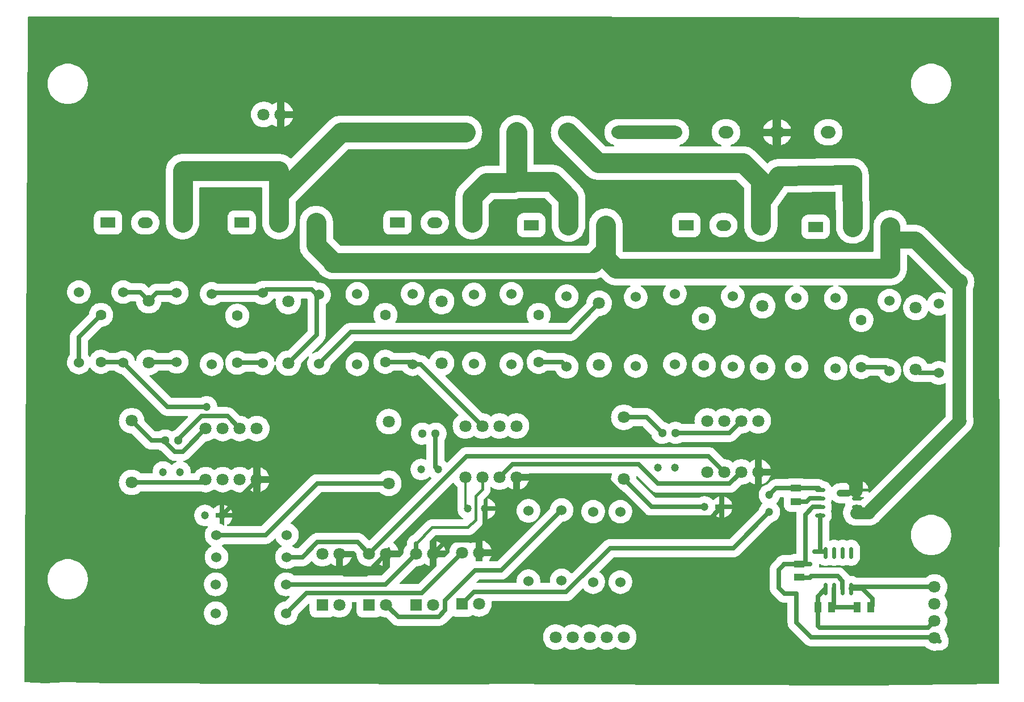
<source format=gtl>
G04 Layer: TopLayer*
G04 EasyEDA v6.4.23, 2021-09-03T20:22:04+02:00*
G04 df207e5be6814a9699ce4ef5e016687c,9749f264c22c4078942e6e06db5db619,10*
G04 Gerber Generator version 0.2*
G04 Scale: 100 percent, Rotated: No, Reflected: No *
G04 Dimensions in millimeters *
G04 leading zeros omitted , absolute positions ,4 integer and 5 decimal *
%FSLAX45Y45*%
%MOMM*%

%ADD11C,0.4000*%
%ADD12C,0.7000*%
%ADD13C,2.5000*%
%ADD14C,3.0000*%
%ADD15C,1.8000*%
%ADD16C,2.0000*%
%ADD17C,0.5000*%
%ADD18C,1.0000*%
%ADD19C,3.1016*%
%ADD20C,0.3000*%
%ADD21C,0.6000*%
%ADD22C,0.6300*%
%ADD23C,0.6100*%
%ADD24C,1.2000*%
%ADD25R,1.5500X1.0000*%
%ADD26R,1.0000X1.5500*%
%ADD27R,1.8000X1.8000*%
%ADD28C,1.5240*%
%ADD29C,1.3000*%
%ADD30C,1.1938*%
%ADD31R,2.2000X1.6000*%
%ADD32C,1.6000*%
%ADD33C,1.9000*%

%LPD*%
G36*
X22064726Y1605686D02*
G01*
X17469815Y1617675D01*
X16738498Y1625600D01*
X16121786Y1621180D01*
X10797235Y1635099D01*
X10096347Y1651000D01*
X9816642Y1638300D01*
X9509404Y1650593D01*
X9505645Y1651507D01*
X9502444Y1653743D01*
X9500362Y1656994D01*
X9499650Y1660804D01*
X9550298Y11572036D01*
X9551060Y11575897D01*
X9553295Y11579199D01*
X9556546Y11581384D01*
X9560458Y11582146D01*
X16878046Y11582146D01*
X22466300Y11569700D01*
X24030686Y11569700D01*
X24034597Y11568938D01*
X24037848Y11566702D01*
X24040084Y11563451D01*
X24040846Y11559540D01*
X24040846Y6705600D01*
X24044910Y5059984D01*
X24041100Y2260600D01*
X24041100Y1635658D01*
X24040338Y1631797D01*
X24038153Y1628495D01*
X24034902Y1626311D01*
X24031041Y1625498D01*
G37*

%LPC*%
G36*
X23066400Y2121408D02*
G01*
X23085399Y2121408D01*
X23104246Y2123287D01*
X23122839Y2127046D01*
X23128173Y2127656D01*
X23140314Y2125878D01*
X23156011Y2125421D01*
X23171708Y2126792D01*
X23187101Y2129993D01*
X23202036Y2134920D01*
X23216260Y2141575D01*
X23229671Y2149805D01*
X23242016Y2159558D01*
X23253141Y2170684D01*
X23262894Y2183028D01*
X23271124Y2196439D01*
X23277779Y2210663D01*
X23282706Y2225598D01*
X23285907Y2240991D01*
X23287278Y2256688D01*
X23286821Y2272385D01*
X23284535Y2287930D01*
X23280471Y2303119D01*
X23274680Y2317750D01*
X23267212Y2331618D01*
X23264622Y2335784D01*
X23264012Y2338171D01*
X23263250Y2344420D01*
X23259034Y2362911D01*
X23252988Y2380894D01*
X23245165Y2398166D01*
X23235716Y2414625D01*
X23224642Y2430018D01*
X23223067Y2431745D01*
X23221238Y2434793D01*
X23220527Y2438247D01*
X23221086Y2441702D01*
X23222762Y2444800D01*
X23230382Y2454351D01*
X23240644Y2470302D01*
X23249331Y2487168D01*
X23256240Y2504795D01*
X23261370Y2523083D01*
X23264672Y2541727D01*
X23266095Y2560675D01*
X23265587Y2579624D01*
X23263250Y2598420D01*
X23259034Y2616911D01*
X23252988Y2634894D01*
X23245165Y2652166D01*
X23235716Y2668625D01*
X23224642Y2684018D01*
X23223067Y2685745D01*
X23221238Y2688793D01*
X23220527Y2692247D01*
X23221086Y2695702D01*
X23222762Y2698800D01*
X23230382Y2708351D01*
X23240644Y2724302D01*
X23249331Y2741168D01*
X23256240Y2758795D01*
X23261370Y2777083D01*
X23264672Y2795727D01*
X23266095Y2814675D01*
X23265587Y2833624D01*
X23263250Y2852420D01*
X23259034Y2870911D01*
X23252988Y2888894D01*
X23245165Y2906166D01*
X23235716Y2922625D01*
X23224642Y2938018D01*
X23223067Y2939745D01*
X23221238Y2942793D01*
X23220527Y2946247D01*
X23221086Y2949702D01*
X23222762Y2952800D01*
X23230382Y2962351D01*
X23240644Y2978302D01*
X23249331Y2995168D01*
X23256240Y3012795D01*
X23261370Y3031083D01*
X23264672Y3049727D01*
X23266095Y3068675D01*
X23265587Y3087624D01*
X23263250Y3106420D01*
X23259034Y3124911D01*
X23252988Y3142894D01*
X23245165Y3160166D01*
X23235716Y3176625D01*
X23224642Y3192018D01*
X23212094Y3206242D01*
X23198175Y3219145D01*
X23183088Y3230575D01*
X23166882Y3240481D01*
X23149814Y3248710D01*
X23131983Y3255213D01*
X23113593Y3259886D01*
X23094848Y3262680D01*
X23075900Y3263646D01*
X23056951Y3262680D01*
X23038206Y3259886D01*
X23019816Y3255213D01*
X23001986Y3248710D01*
X22984917Y3240481D01*
X22968712Y3230575D01*
X22953624Y3219145D01*
X22945242Y3211372D01*
X22942042Y3209340D01*
X22938333Y3208629D01*
X21919895Y3208629D01*
X21916390Y3209290D01*
X21913342Y3211017D01*
X21909989Y3213862D01*
X21897187Y3222294D01*
X21883471Y3229152D01*
X21869095Y3234385D01*
X21854160Y3237941D01*
X21838970Y3239719D01*
X21823629Y3239719D01*
X21818701Y3239109D01*
X21815298Y3239312D01*
X21812148Y3240582D01*
X21809608Y3242818D01*
X21799804Y3253790D01*
X21726448Y3327146D01*
X21714663Y3337661D01*
X21704858Y3344722D01*
X21691193Y3352596D01*
X21687942Y3354171D01*
X21676766Y3358794D01*
X21673312Y3359962D01*
X21661678Y3363264D01*
X21658122Y3364077D01*
X21646184Y3366008D01*
X21642578Y3366363D01*
X21630436Y3366871D01*
X21359672Y3366871D01*
X21356066Y3367532D01*
X21352967Y3369411D01*
X21350681Y3372307D01*
X21349563Y3375761D01*
X21349766Y3379419D01*
X21352611Y3391306D01*
X21355151Y3411931D01*
X21357183Y3415131D01*
X21360282Y3417366D01*
X21363990Y3418332D01*
X21367800Y3417824D01*
X21371610Y3415537D01*
X21384412Y3407105D01*
X21398128Y3400247D01*
X21412504Y3395014D01*
X21427440Y3391458D01*
X21442629Y3389680D01*
X21457970Y3389680D01*
X21473160Y3391458D01*
X21488095Y3395014D01*
X21502471Y3400247D01*
X21509228Y3403650D01*
X21512225Y3404615D01*
X21515374Y3404615D01*
X21518372Y3403650D01*
X21525128Y3400247D01*
X21539504Y3395014D01*
X21554440Y3391458D01*
X21569629Y3389680D01*
X21584970Y3389680D01*
X21600160Y3391458D01*
X21615095Y3395014D01*
X21629471Y3400247D01*
X21636228Y3403650D01*
X21639225Y3404615D01*
X21642374Y3404615D01*
X21645372Y3403650D01*
X21652128Y3400247D01*
X21666504Y3395014D01*
X21681440Y3391458D01*
X21696629Y3389680D01*
X21711970Y3389680D01*
X21727160Y3391458D01*
X21742095Y3395014D01*
X21756471Y3400247D01*
X21763228Y3403650D01*
X21766225Y3404615D01*
X21769374Y3404615D01*
X21772372Y3403650D01*
X21779128Y3400247D01*
X21793504Y3395014D01*
X21808440Y3391458D01*
X21823629Y3389680D01*
X21838970Y3389680D01*
X21854160Y3391458D01*
X21869095Y3395014D01*
X21883471Y3400247D01*
X21897187Y3407105D01*
X21909989Y3415537D01*
X21921724Y3425393D01*
X21932239Y3436518D01*
X21941383Y3448812D01*
X21949003Y3462070D01*
X21955099Y3476142D01*
X21959468Y3490823D01*
X21962160Y3505911D01*
X21963075Y3521506D01*
X21963075Y3644392D01*
X21962160Y3659987D01*
X21959468Y3675075D01*
X21955099Y3689756D01*
X21949003Y3703828D01*
X21941383Y3717086D01*
X21932239Y3729380D01*
X21921724Y3740505D01*
X21909989Y3750360D01*
X21897187Y3758793D01*
X21883471Y3765651D01*
X21869095Y3770884D01*
X21854160Y3774440D01*
X21838970Y3776218D01*
X21823629Y3776218D01*
X21808440Y3774440D01*
X21793504Y3770884D01*
X21779128Y3765651D01*
X21772372Y3762248D01*
X21769374Y3761282D01*
X21766225Y3761282D01*
X21763228Y3762248D01*
X21756471Y3765651D01*
X21742095Y3770884D01*
X21727160Y3774440D01*
X21711970Y3776218D01*
X21696629Y3776218D01*
X21681440Y3774440D01*
X21666504Y3770884D01*
X21652128Y3765651D01*
X21645372Y3762248D01*
X21642374Y3761282D01*
X21639225Y3761282D01*
X21636228Y3762248D01*
X21629471Y3765651D01*
X21615095Y3770884D01*
X21600160Y3774440D01*
X21584970Y3776218D01*
X21569629Y3776218D01*
X21554440Y3774440D01*
X21539504Y3770884D01*
X21525128Y3765651D01*
X21518372Y3762248D01*
X21515374Y3761282D01*
X21512225Y3761282D01*
X21507602Y3763111D01*
X21504605Y3765346D01*
X21502674Y3768496D01*
X21501963Y3772154D01*
X21501963Y4041190D01*
X21502827Y4045254D01*
X21505164Y4048607D01*
X21507551Y4050842D01*
X21517254Y4062425D01*
X21525585Y4075074D01*
X21532392Y4088637D01*
X21537574Y4102862D01*
X21541079Y4117594D01*
X21542806Y4132630D01*
X21542806Y4147769D01*
X21541079Y4162806D01*
X21537574Y4177537D01*
X21532392Y4191762D01*
X21528684Y4199128D01*
X21527719Y4202125D01*
X21527719Y4205274D01*
X21528684Y4208272D01*
X21532392Y4215638D01*
X21537574Y4229862D01*
X21541079Y4244594D01*
X21542806Y4259630D01*
X21542806Y4274769D01*
X21541079Y4289806D01*
X21537574Y4304538D01*
X21532392Y4318762D01*
X21528684Y4326128D01*
X21527719Y4329125D01*
X21527719Y4332274D01*
X21528684Y4335272D01*
X21532392Y4342638D01*
X21537574Y4356862D01*
X21539149Y4363516D01*
X21541079Y4367479D01*
X21544483Y4370222D01*
X21548699Y4371289D01*
X21553017Y4370476D01*
X21556624Y4367936D01*
X21559977Y4364177D01*
X21572524Y4352950D01*
X21586291Y4343196D01*
X21601023Y4335018D01*
X21616568Y4328617D01*
X21632773Y4323943D01*
X21649385Y4321098D01*
X21666504Y4320133D01*
X21735186Y4320133D01*
X21738996Y4319422D01*
X21742247Y4317288D01*
X21744482Y4314139D01*
X21745346Y4310329D01*
X21744736Y4306519D01*
X21744025Y4304538D01*
X21740520Y4289806D01*
X21739656Y4282338D01*
X21738285Y4278274D01*
X21732087Y4267962D01*
X21724112Y4251096D01*
X21717812Y4233519D01*
X21713291Y4215434D01*
X21710548Y4196943D01*
X21709634Y4178300D01*
X21710548Y4159656D01*
X21713291Y4141165D01*
X21717812Y4123080D01*
X21724112Y4105503D01*
X21732087Y4088637D01*
X21741688Y4072585D01*
X21752814Y4057599D01*
X21765361Y4043781D01*
X21779179Y4031234D01*
X21794216Y4020108D01*
X21810218Y4010507D01*
X21827083Y4002532D01*
X21844660Y3996232D01*
X21862796Y3991711D01*
X21881236Y3988968D01*
X21900134Y3988054D01*
X22097746Y3988054D01*
X22116643Y3988968D01*
X22135134Y3991711D01*
X22153219Y3996232D01*
X22170796Y4002532D01*
X22187662Y4010507D01*
X22203714Y4020108D01*
X22218700Y4031234D01*
X22232518Y4043781D01*
X22247250Y4059834D01*
X22252736Y4063898D01*
X22267468Y4077258D01*
X23598327Y5408117D01*
X23611687Y5422849D01*
X23623371Y5438648D01*
X23633480Y5455513D01*
X23641913Y5473293D01*
X23648517Y5491784D01*
X23653292Y5510834D01*
X23656188Y5530291D01*
X23657153Y5549900D01*
X23656188Y5569508D01*
X23653292Y5588965D01*
X23648517Y5608015D01*
X23645063Y5617718D01*
X23644453Y5621172D01*
X23644453Y7514488D01*
X23644758Y7517028D01*
X23654258Y7538618D01*
X23660862Y7558379D01*
X23665586Y7578598D01*
X23668482Y7599222D01*
X23669447Y7620000D01*
X23668482Y7640777D01*
X23665586Y7661402D01*
X23660862Y7681620D01*
X23654258Y7701381D01*
X23645825Y7720380D01*
X23635716Y7738567D01*
X23623930Y7755737D01*
X23610671Y7771739D01*
X23595939Y7786471D01*
X23579937Y7799730D01*
X23562767Y7811516D01*
X23544580Y7821625D01*
X23530458Y7827873D01*
X23527359Y7830007D01*
X22948341Y8409025D01*
X22940619Y8416391D01*
X22932796Y8423198D01*
X22924617Y8429650D01*
X22916184Y8435746D01*
X22907447Y8441436D01*
X22898506Y8446719D01*
X22889260Y8451545D01*
X22879862Y8455964D01*
X22870261Y8459927D01*
X22860457Y8463483D01*
X22850500Y8466582D01*
X22840442Y8469172D01*
X22830282Y8471306D01*
X22820020Y8472982D01*
X22809657Y8474202D01*
X22799294Y8474913D01*
X22788626Y8475167D01*
X22669855Y8475167D01*
X22666299Y8475827D01*
X22663150Y8477707D01*
X22660914Y8480552D01*
X22659797Y8484006D01*
X22659136Y8488934D01*
X22654412Y8510270D01*
X22647859Y8531098D01*
X22639528Y8551265D01*
X22629418Y8570620D01*
X22617684Y8589010D01*
X22604425Y8606332D01*
X22589642Y8622436D01*
X22573538Y8637219D01*
X22556216Y8650478D01*
X22537826Y8662212D01*
X22518471Y8672322D01*
X22498304Y8680653D01*
X22477476Y8687206D01*
X22456140Y8691930D01*
X22434499Y8694775D01*
X22412706Y8695740D01*
X22390912Y8694775D01*
X22369272Y8691930D01*
X22347936Y8687206D01*
X22327108Y8680653D01*
X22306940Y8672322D01*
X22287585Y8662212D01*
X22269196Y8650478D01*
X22251873Y8637219D01*
X22235769Y8622436D01*
X22220986Y8606332D01*
X22207728Y8589010D01*
X22195993Y8570620D01*
X22185884Y8551265D01*
X22177552Y8531098D01*
X22170999Y8510270D01*
X22166275Y8488934D01*
X22163430Y8467293D01*
X22162465Y8445296D01*
X22162465Y8083600D01*
X22161703Y8079740D01*
X22159468Y8076438D01*
X22156166Y8074202D01*
X22152305Y8073440D01*
X18433948Y8073440D01*
X18430087Y8074202D01*
X18426785Y8076438D01*
X18424144Y8079079D01*
X18421908Y8082381D01*
X18421146Y8086242D01*
X18421146Y8470696D01*
X18420181Y8492693D01*
X18417336Y8514334D01*
X18412612Y8535670D01*
X18406059Y8556498D01*
X18397728Y8576665D01*
X18387618Y8596020D01*
X18375884Y8614410D01*
X18362625Y8631732D01*
X18347842Y8647836D01*
X18331738Y8662619D01*
X18314416Y8675878D01*
X18296026Y8687612D01*
X18276671Y8697722D01*
X18256504Y8706053D01*
X18235676Y8712606D01*
X18214340Y8717330D01*
X18192699Y8720175D01*
X18170906Y8721140D01*
X18149112Y8720175D01*
X18127472Y8717330D01*
X18106136Y8712606D01*
X18085308Y8706053D01*
X18065140Y8697722D01*
X18045785Y8687612D01*
X18027396Y8675878D01*
X18010073Y8662619D01*
X17993969Y8647836D01*
X17979186Y8631732D01*
X17965928Y8614410D01*
X17954193Y8596020D01*
X17944084Y8576665D01*
X17935752Y8556498D01*
X17929199Y8535670D01*
X17924475Y8514334D01*
X17921630Y8492693D01*
X17920665Y8470696D01*
X17920665Y8207654D01*
X17919903Y8203793D01*
X17917668Y8200491D01*
X17882514Y8165338D01*
X17879212Y8163102D01*
X17875351Y8162340D01*
X14217548Y8162340D01*
X14213687Y8163102D01*
X14210385Y8165338D01*
X14106144Y8269579D01*
X14103908Y8272881D01*
X14103146Y8276742D01*
X14103146Y8508796D01*
X14102181Y8530793D01*
X14099336Y8552434D01*
X14094612Y8573770D01*
X14088059Y8594598D01*
X14079728Y8614765D01*
X14069618Y8634120D01*
X14057884Y8652510D01*
X14044625Y8669832D01*
X14029842Y8685936D01*
X14013738Y8700719D01*
X13996416Y8713978D01*
X13978026Y8725712D01*
X13958671Y8735822D01*
X13938504Y8744153D01*
X13917676Y8750706D01*
X13896340Y8755430D01*
X13874699Y8758275D01*
X13852906Y8759240D01*
X13831112Y8758275D01*
X13809472Y8755430D01*
X13788136Y8750706D01*
X13767307Y8744153D01*
X13747140Y8735822D01*
X13727785Y8725712D01*
X13709396Y8713978D01*
X13692073Y8700719D01*
X13675969Y8685936D01*
X13661186Y8669832D01*
X13647928Y8652510D01*
X13636193Y8634120D01*
X13626084Y8614765D01*
X13617752Y8594598D01*
X13611199Y8573770D01*
X13606475Y8552434D01*
X13603630Y8530793D01*
X13602665Y8508796D01*
X13602665Y8169097D01*
X13603630Y8147100D01*
X13606475Y8125459D01*
X13611199Y8104124D01*
X13617752Y8083296D01*
X13626084Y8063128D01*
X13636193Y8043773D01*
X13647928Y8025384D01*
X13661186Y8008061D01*
X13676122Y7991805D01*
X13878509Y7789418D01*
X13879880Y7787640D01*
X13892022Y7768539D01*
X13905280Y7751267D01*
X13920063Y7735163D01*
X13936167Y7720380D01*
X13953490Y7707122D01*
X13971879Y7695387D01*
X13991234Y7685278D01*
X14011401Y7676946D01*
X14032230Y7670393D01*
X14053566Y7665669D01*
X14075206Y7662824D01*
X14097203Y7661859D01*
X17982996Y7661859D01*
X18004993Y7662824D01*
X18026634Y7665669D01*
X18047970Y7670393D01*
X18068798Y7676946D01*
X18088965Y7685278D01*
X18096230Y7689088D01*
X18100344Y7690205D01*
X18104561Y7689596D01*
X18108117Y7687259D01*
X18149011Y7646416D01*
X18165267Y7631480D01*
X18182590Y7618222D01*
X18200979Y7606487D01*
X18220334Y7596378D01*
X18240502Y7588046D01*
X18261330Y7581493D01*
X18282666Y7576769D01*
X18304306Y7573924D01*
X18326303Y7572959D01*
X18530265Y7572959D01*
X18534583Y7571994D01*
X18538088Y7569301D01*
X18540120Y7565390D01*
X18540272Y7560970D01*
X18538545Y7556906D01*
X18535294Y7553959D01*
X18523508Y7547254D01*
X18508675Y7536738D01*
X18495060Y7524750D01*
X18482716Y7511440D01*
X18471794Y7496911D01*
X18462447Y7481316D01*
X18454776Y7464856D01*
X18448782Y7447737D01*
X18444616Y7430008D01*
X18442279Y7412024D01*
X18441822Y7393838D01*
X18443244Y7375753D01*
X18446496Y7357872D01*
X18451576Y7340447D01*
X18458383Y7323581D01*
X18466917Y7307580D01*
X18477077Y7292492D01*
X18488710Y7278573D01*
X18501715Y7265873D01*
X18515990Y7254595D01*
X18531281Y7244842D01*
X18547537Y7236714D01*
X18564555Y7230313D01*
X18582132Y7225690D01*
X18600064Y7222896D01*
X18618200Y7221981D01*
X18636335Y7222896D01*
X18654268Y7225690D01*
X18671844Y7230313D01*
X18688862Y7236714D01*
X18705118Y7244842D01*
X18720409Y7254595D01*
X18734684Y7265873D01*
X18747689Y7278573D01*
X18759322Y7292492D01*
X18769482Y7307580D01*
X18778016Y7323581D01*
X18784824Y7340447D01*
X18789904Y7357872D01*
X18793155Y7375753D01*
X18794577Y7393838D01*
X18794120Y7412024D01*
X18791783Y7430008D01*
X18787618Y7447737D01*
X18781623Y7464856D01*
X18773952Y7481316D01*
X18764605Y7496911D01*
X18753683Y7511440D01*
X18741339Y7524750D01*
X18727724Y7536738D01*
X18712891Y7547254D01*
X18701105Y7553959D01*
X18697854Y7556906D01*
X18696127Y7560970D01*
X18696279Y7565390D01*
X18698311Y7569301D01*
X18701816Y7571994D01*
X18706134Y7572959D01*
X19056705Y7572959D01*
X19060464Y7572248D01*
X19063665Y7570165D01*
X19065900Y7567117D01*
X19066865Y7563408D01*
X19066357Y7559598D01*
X19064528Y7556296D01*
X19061277Y7552385D01*
X19051117Y7537348D01*
X19042583Y7521295D01*
X19035776Y7504480D01*
X19030696Y7487005D01*
X19027444Y7469174D01*
X19026022Y7451039D01*
X19026479Y7432852D01*
X19028816Y7414869D01*
X19032982Y7397191D01*
X19038976Y7380020D01*
X19046647Y7363561D01*
X19055994Y7348016D01*
X19066916Y7333488D01*
X19079260Y7320127D01*
X19092875Y7308138D01*
X19107708Y7297623D01*
X19123507Y7288682D01*
X19140170Y7281418D01*
X19157442Y7275880D01*
X19175272Y7272172D01*
X19193306Y7270292D01*
X19211493Y7270292D01*
X19229578Y7272172D01*
X19247358Y7275880D01*
X19264630Y7281418D01*
X19281292Y7288682D01*
X19297091Y7297623D01*
X19311924Y7308138D01*
X19325539Y7320127D01*
X19337883Y7333488D01*
X19348805Y7348016D01*
X19358152Y7363561D01*
X19365823Y7380020D01*
X19371818Y7397191D01*
X19375983Y7414869D01*
X19378320Y7432852D01*
X19378777Y7451039D01*
X19377355Y7469174D01*
X19374104Y7487005D01*
X19369024Y7504480D01*
X19362216Y7521295D01*
X19353682Y7537348D01*
X19343522Y7552385D01*
X19340271Y7556296D01*
X19338442Y7559598D01*
X19337934Y7563408D01*
X19338899Y7567117D01*
X19341134Y7570165D01*
X19344335Y7572248D01*
X19348094Y7572959D01*
X19961504Y7572959D01*
X19965720Y7572044D01*
X19969175Y7569403D01*
X19971258Y7565644D01*
X19971512Y7561325D01*
X19969988Y7557262D01*
X19966940Y7554214D01*
X19963790Y7552181D01*
X19949515Y7540904D01*
X19936510Y7528255D01*
X19924877Y7514285D01*
X19914717Y7499248D01*
X19906183Y7483195D01*
X19899376Y7466380D01*
X19894296Y7448905D01*
X19891044Y7431074D01*
X19889622Y7412939D01*
X19890079Y7394752D01*
X19892416Y7376769D01*
X19896582Y7359091D01*
X19902576Y7341920D01*
X19910247Y7325461D01*
X19919594Y7309916D01*
X19930516Y7295388D01*
X19942860Y7282027D01*
X19956475Y7270038D01*
X19971308Y7259523D01*
X19987107Y7250582D01*
X20003770Y7243318D01*
X20021042Y7237780D01*
X20038872Y7234072D01*
X20056906Y7232192D01*
X20075093Y7232192D01*
X20093178Y7234072D01*
X20110958Y7237780D01*
X20128230Y7243318D01*
X20144892Y7250582D01*
X20160691Y7259523D01*
X20175524Y7270038D01*
X20189139Y7282027D01*
X20201483Y7295388D01*
X20212405Y7309916D01*
X20221752Y7325461D01*
X20229423Y7341920D01*
X20235418Y7359091D01*
X20239583Y7376769D01*
X20241920Y7394752D01*
X20242377Y7412939D01*
X20240955Y7431074D01*
X20237704Y7448905D01*
X20232624Y7466380D01*
X20225816Y7483195D01*
X20217282Y7499248D01*
X20207122Y7514285D01*
X20195489Y7528255D01*
X20182484Y7540904D01*
X20168209Y7552181D01*
X20165060Y7554214D01*
X20162012Y7557262D01*
X20160488Y7561325D01*
X20160742Y7565644D01*
X20162824Y7569403D01*
X20166279Y7572044D01*
X20170495Y7572959D01*
X20960384Y7572959D01*
X20964398Y7572146D01*
X20967750Y7569809D01*
X20969935Y7566355D01*
X20970544Y7562291D01*
X20969528Y7558328D01*
X20967039Y7555128D01*
X20963483Y7553096D01*
X20956270Y7550810D01*
X20939607Y7543546D01*
X20923808Y7534554D01*
X20908975Y7524038D01*
X20895360Y7512050D01*
X20883016Y7498740D01*
X20872094Y7484211D01*
X20862747Y7468616D01*
X20855076Y7452156D01*
X20849082Y7435037D01*
X20844916Y7417308D01*
X20842579Y7399324D01*
X20842122Y7381138D01*
X20843544Y7363053D01*
X20846796Y7345172D01*
X20851876Y7327747D01*
X20858683Y7310881D01*
X20867217Y7294880D01*
X20877377Y7279792D01*
X20889010Y7265873D01*
X20902015Y7253173D01*
X20916290Y7241895D01*
X20931581Y7232142D01*
X20947837Y7224014D01*
X20964855Y7217613D01*
X20982432Y7212990D01*
X21000364Y7210196D01*
X21018500Y7209281D01*
X21036635Y7210196D01*
X21054568Y7212990D01*
X21072144Y7217613D01*
X21089162Y7224014D01*
X21105418Y7232142D01*
X21120709Y7241895D01*
X21134984Y7253173D01*
X21147989Y7265873D01*
X21159622Y7279792D01*
X21169782Y7294880D01*
X21178316Y7310881D01*
X21185124Y7327747D01*
X21190204Y7345172D01*
X21193455Y7363053D01*
X21194877Y7381138D01*
X21194420Y7399324D01*
X21192083Y7417308D01*
X21187918Y7435037D01*
X21181923Y7452156D01*
X21174252Y7468616D01*
X21164905Y7484211D01*
X21153983Y7498740D01*
X21141639Y7512050D01*
X21128024Y7524038D01*
X21113191Y7534554D01*
X21097392Y7543546D01*
X21080730Y7550810D01*
X21073516Y7553096D01*
X21069960Y7555128D01*
X21067471Y7558328D01*
X21066455Y7562291D01*
X21067064Y7566355D01*
X21069249Y7569809D01*
X21072602Y7572146D01*
X21076615Y7572959D01*
X21553627Y7572959D01*
X21557691Y7572095D01*
X21561044Y7569708D01*
X21563177Y7566101D01*
X21563736Y7561986D01*
X21562568Y7558024D01*
X21559926Y7554823D01*
X21556167Y7552944D01*
X21549055Y7551064D01*
X21532037Y7544663D01*
X21515781Y7536535D01*
X21500490Y7526781D01*
X21486215Y7515504D01*
X21473210Y7502855D01*
X21461577Y7488885D01*
X21451417Y7473848D01*
X21442883Y7457795D01*
X21436076Y7440980D01*
X21430996Y7423505D01*
X21427744Y7405674D01*
X21426322Y7387539D01*
X21426779Y7369352D01*
X21429116Y7351369D01*
X21433282Y7333691D01*
X21439276Y7316520D01*
X21446947Y7300061D01*
X21456294Y7284516D01*
X21467216Y7269988D01*
X21479560Y7256627D01*
X21493175Y7244638D01*
X21508008Y7234123D01*
X21523807Y7225182D01*
X21540470Y7217918D01*
X21557742Y7212380D01*
X21575572Y7208672D01*
X21593606Y7206792D01*
X21611793Y7206792D01*
X21629878Y7208672D01*
X21647658Y7212380D01*
X21664930Y7217918D01*
X21681592Y7225182D01*
X21697391Y7234123D01*
X21712224Y7244638D01*
X21725839Y7256627D01*
X21738183Y7269988D01*
X21749105Y7284516D01*
X21758452Y7300061D01*
X21766123Y7316520D01*
X21772118Y7333691D01*
X21776283Y7351369D01*
X21778620Y7369352D01*
X21779077Y7387539D01*
X21777655Y7405674D01*
X21774404Y7423505D01*
X21769324Y7440980D01*
X21762516Y7457795D01*
X21753982Y7473848D01*
X21743822Y7488885D01*
X21732189Y7502855D01*
X21719184Y7515504D01*
X21704909Y7526781D01*
X21689618Y7536535D01*
X21673362Y7544663D01*
X21656344Y7551064D01*
X21649232Y7552944D01*
X21645473Y7554823D01*
X21642832Y7558024D01*
X21641663Y7561986D01*
X21642222Y7566101D01*
X21644356Y7569708D01*
X21647708Y7572095D01*
X21651772Y7572959D01*
X22412502Y7572959D01*
X22434499Y7573924D01*
X22456140Y7576769D01*
X22477476Y7581493D01*
X22498304Y7588046D01*
X22518471Y7596378D01*
X22537826Y7606487D01*
X22556216Y7618222D01*
X22573538Y7631480D01*
X22589642Y7646263D01*
X22604425Y7662367D01*
X22617684Y7679690D01*
X22629418Y7698079D01*
X22639528Y7717434D01*
X22647859Y7737602D01*
X22654412Y7758430D01*
X22659136Y7779766D01*
X22661981Y7801406D01*
X22662946Y7823403D01*
X22662946Y8014512D01*
X22663708Y8018373D01*
X22665944Y8021675D01*
X22669246Y8023910D01*
X22673106Y8024672D01*
X22691344Y8024672D01*
X22695255Y8023910D01*
X22698557Y8021675D01*
X23240949Y7479284D01*
X23243184Y7475981D01*
X23243946Y7472070D01*
X23243946Y7457643D01*
X23243032Y7453426D01*
X23240441Y7449972D01*
X23236682Y7447889D01*
X23232364Y7447584D01*
X23228350Y7449058D01*
X23226318Y7450378D01*
X23210062Y7458456D01*
X23193044Y7464907D01*
X23175468Y7469530D01*
X23157535Y7472324D01*
X23139400Y7473238D01*
X23121264Y7472324D01*
X23103332Y7469530D01*
X23085755Y7464907D01*
X23068737Y7458456D01*
X23052481Y7450378D01*
X23037190Y7440625D01*
X23022915Y7429347D01*
X23009910Y7416647D01*
X22998277Y7402677D01*
X22988117Y7387640D01*
X22979583Y7371588D01*
X22972776Y7354773D01*
X22971810Y7351572D01*
X22969626Y7347610D01*
X22965968Y7345019D01*
X22961549Y7344257D01*
X22957180Y7345476D01*
X22953827Y7348474D01*
X22945242Y7360412D01*
X22932694Y7374636D01*
X22918775Y7387539D01*
X22903688Y7398969D01*
X22887482Y7408875D01*
X22870414Y7417104D01*
X22852583Y7423607D01*
X22834193Y7428280D01*
X22815448Y7431074D01*
X22796500Y7432040D01*
X22777551Y7431074D01*
X22758806Y7428280D01*
X22740416Y7423607D01*
X22722586Y7417104D01*
X22705517Y7408875D01*
X22689312Y7398969D01*
X22674224Y7387539D01*
X22660305Y7374636D01*
X22647757Y7360412D01*
X22636683Y7345019D01*
X22627234Y7328611D01*
X22619411Y7311288D01*
X22613366Y7293305D01*
X22609149Y7274814D01*
X22606812Y7256018D01*
X22606304Y7237069D01*
X22607727Y7218121D01*
X22611029Y7199477D01*
X22616160Y7181189D01*
X22623119Y7163562D01*
X22631755Y7146696D01*
X22642017Y7130745D01*
X22653853Y7115911D01*
X22667112Y7102348D01*
X22681641Y7090156D01*
X22697287Y7079488D01*
X22713950Y7070394D01*
X22731425Y7063028D01*
X22749560Y7057440D01*
X22768153Y7053681D01*
X22787000Y7051802D01*
X22805999Y7051802D01*
X22824846Y7053681D01*
X22843439Y7057440D01*
X22861574Y7063028D01*
X22879050Y7070394D01*
X22895712Y7079488D01*
X22911358Y7090156D01*
X22925887Y7102348D01*
X22939146Y7115911D01*
X22950982Y7130745D01*
X22961244Y7146696D01*
X22969931Y7163562D01*
X22976840Y7181189D01*
X22979176Y7189520D01*
X22981310Y7193483D01*
X22984917Y7196124D01*
X22989336Y7196937D01*
X22993654Y7195769D01*
X22997058Y7192873D01*
X23003916Y7183780D01*
X23016260Y7170420D01*
X23029875Y7158431D01*
X23044708Y7147915D01*
X23060507Y7138974D01*
X23077170Y7131710D01*
X23094442Y7126173D01*
X23112272Y7122464D01*
X23130306Y7120585D01*
X23148493Y7120585D01*
X23166578Y7122464D01*
X23184358Y7126173D01*
X23201630Y7131710D01*
X23218292Y7138974D01*
X23228757Y7144918D01*
X23232770Y7146188D01*
X23236986Y7145731D01*
X23240593Y7143597D01*
X23243082Y7140194D01*
X23243946Y7136079D01*
X23243946Y6427622D01*
X23243032Y6423406D01*
X23240441Y6419951D01*
X23236682Y6417919D01*
X23232364Y6417564D01*
X23228350Y6419088D01*
X23226318Y6420358D01*
X23210062Y6428486D01*
X23193044Y6434886D01*
X23175468Y6439509D01*
X23157535Y6442303D01*
X23139400Y6443218D01*
X23121264Y6442303D01*
X23103332Y6439509D01*
X23085755Y6434886D01*
X23068737Y6428486D01*
X23052481Y6420358D01*
X23037190Y6410604D01*
X23029113Y6404254D01*
X23026166Y6402628D01*
X23022814Y6402019D01*
X22975316Y6402019D01*
X22971506Y6402781D01*
X22968254Y6404864D01*
X22965765Y6408572D01*
X22956316Y6425031D01*
X22945242Y6440424D01*
X22932694Y6454648D01*
X22918775Y6467551D01*
X22903688Y6478981D01*
X22887482Y6488887D01*
X22870414Y6497116D01*
X22852583Y6503568D01*
X22834193Y6508292D01*
X22815448Y6511086D01*
X22796500Y6512052D01*
X22777551Y6511086D01*
X22758806Y6508292D01*
X22740416Y6503568D01*
X22722586Y6497116D01*
X22705517Y6488887D01*
X22689312Y6478981D01*
X22674224Y6467551D01*
X22660305Y6454648D01*
X22647757Y6440424D01*
X22636683Y6425031D01*
X22627234Y6408572D01*
X22619411Y6391300D01*
X22613366Y6373317D01*
X22609149Y6354826D01*
X22606812Y6336030D01*
X22606304Y6317081D01*
X22607727Y6298133D01*
X22611029Y6279489D01*
X22616160Y6261201D01*
X22623119Y6243574D01*
X22631755Y6226657D01*
X22642017Y6210757D01*
X22653853Y6195923D01*
X22667112Y6182360D01*
X22681641Y6170168D01*
X22697287Y6159449D01*
X22713950Y6150406D01*
X22731425Y6143040D01*
X22749560Y6137452D01*
X22768153Y6133693D01*
X22787000Y6131814D01*
X22805999Y6131814D01*
X22825354Y6133744D01*
X22827894Y6133693D01*
X22835920Y6132423D01*
X22839578Y6132068D01*
X22851719Y6131560D01*
X23022560Y6131560D01*
X23026166Y6130899D01*
X23044708Y6117945D01*
X23060507Y6108954D01*
X23077170Y6101689D01*
X23094442Y6096152D01*
X23112272Y6092444D01*
X23130306Y6090615D01*
X23148493Y6090615D01*
X23166578Y6092444D01*
X23184358Y6096152D01*
X23201630Y6101689D01*
X23218292Y6108954D01*
X23228757Y6114897D01*
X23232770Y6116167D01*
X23236986Y6115710D01*
X23240593Y6113576D01*
X23243082Y6110173D01*
X23243946Y6106058D01*
X23243946Y5624372D01*
X23243184Y5620461D01*
X23240949Y5617159D01*
X22104045Y4480255D01*
X22100387Y4477918D01*
X22096069Y4477308D01*
X22091904Y4478528D01*
X22088652Y4481423D01*
X22086874Y4485436D01*
X22086976Y4489754D01*
X22089211Y4499864D01*
X21959163Y4499864D01*
X21959163Y4408322D01*
X21958503Y4404715D01*
X21956623Y4401566D01*
X21953778Y4399330D01*
X21950273Y4398213D01*
X21946666Y4398416D01*
X21938335Y4400397D01*
X21935490Y4400702D01*
X21931934Y4401820D01*
X21929039Y4404156D01*
X21927108Y4407357D01*
X21926550Y4411065D01*
X21927312Y4414672D01*
X21929801Y4420768D01*
X21934474Y4436973D01*
X21937319Y4453585D01*
X21938234Y4470400D01*
X21937319Y4487214D01*
X21934474Y4503826D01*
X21929801Y4520031D01*
X21923400Y4535576D01*
X21915221Y4550308D01*
X21905468Y4564075D01*
X21894241Y4576622D01*
X21881693Y4587849D01*
X21874734Y4592777D01*
X21872448Y4595063D01*
X21870974Y4597908D01*
X21870466Y4601108D01*
X21870466Y4651451D01*
X21853702Y4650536D01*
X21838767Y4647946D01*
X21824238Y4643577D01*
X21810370Y4637582D01*
X21797213Y4630013D01*
X21787358Y4622647D01*
X21784513Y4621174D01*
X21781312Y4620666D01*
X21666504Y4620666D01*
X21649385Y4619701D01*
X21632773Y4616856D01*
X21616568Y4612182D01*
X21601023Y4605782D01*
X21586291Y4597603D01*
X21572524Y4587849D01*
X21559977Y4576622D01*
X21550680Y4566259D01*
X21547328Y4563770D01*
X21543264Y4562856D01*
X21539200Y4563668D01*
X21535745Y4566005D01*
X21533561Y4569561D01*
X21532392Y4572762D01*
X21525585Y4586325D01*
X21517254Y4598974D01*
X21507551Y4610557D01*
X21496528Y4620971D01*
X21484386Y4630013D01*
X21471229Y4637582D01*
X21457361Y4643577D01*
X21442832Y4647946D01*
X21429980Y4650181D01*
X21425712Y4652010D01*
X21414892Y4659731D01*
X21403665Y4666030D01*
X21389187Y4672228D01*
X21386495Y4673193D01*
X21371356Y4677359D01*
X21358656Y4679442D01*
X21355812Y4679746D01*
X21342858Y4680305D01*
X21138692Y4680305D01*
X21134171Y4681372D01*
X21121624Y4687620D01*
X21109228Y4691837D01*
X21096376Y4694377D01*
X21082965Y4695240D01*
X20928634Y4695240D01*
X20915223Y4694377D01*
X20902371Y4691837D01*
X20889976Y4687620D01*
X20877428Y4681372D01*
X20872907Y4680305D01*
X20712379Y4680305D01*
X20700238Y4679797D01*
X20696631Y4679442D01*
X20684693Y4677511D01*
X20681137Y4676698D01*
X20669504Y4673396D01*
X20666049Y4672228D01*
X20654873Y4667605D01*
X20651622Y4666030D01*
X20637957Y4658156D01*
X20628152Y4651095D01*
X20616367Y4640580D01*
X20578622Y4602784D01*
X20576590Y4601210D01*
X20574152Y4600194D01*
X20561046Y4596536D01*
X20544942Y4590135D01*
X20529651Y4582058D01*
X20515326Y4572304D01*
X20502118Y4561128D01*
X20490230Y4548530D01*
X20479715Y4534763D01*
X20470825Y4519930D01*
X20463510Y4504182D01*
X20458023Y4487773D01*
X20454264Y4470857D01*
X20452384Y4453636D01*
X20452384Y4436364D01*
X20454264Y4419142D01*
X20458023Y4402226D01*
X20463510Y4385818D01*
X20470825Y4370070D01*
X20479715Y4355236D01*
X20490230Y4341469D01*
X20502118Y4328871D01*
X20505826Y4325721D01*
X20508468Y4322267D01*
X20509382Y4318000D01*
X20508468Y4313732D01*
X20505826Y4310278D01*
X20502118Y4307128D01*
X20490230Y4294530D01*
X20479715Y4280763D01*
X20470825Y4265930D01*
X20463510Y4250182D01*
X20458023Y4233773D01*
X20457058Y4229455D01*
X20456042Y4226763D01*
X20454315Y4224477D01*
X20019010Y3788968D01*
X20015708Y3786784D01*
X20011847Y3785971D01*
X18234863Y3785971D01*
X18222722Y3785463D01*
X18219115Y3785108D01*
X18207177Y3783177D01*
X18203621Y3782364D01*
X18191988Y3779062D01*
X18188533Y3777894D01*
X18177357Y3773271D01*
X18174106Y3771696D01*
X18160441Y3763822D01*
X18150636Y3756761D01*
X18138851Y3746246D01*
X17669002Y3276396D01*
X17665496Y3274110D01*
X17661382Y3273399D01*
X17657318Y3274466D01*
X17654016Y3277057D01*
X17642789Y3290570D01*
X17629784Y3303219D01*
X17615509Y3314496D01*
X17600218Y3324250D01*
X17583962Y3332378D01*
X17566944Y3338779D01*
X17549368Y3343401D01*
X17531435Y3346196D01*
X17513300Y3347110D01*
X17495164Y3346196D01*
X17477232Y3343401D01*
X17459655Y3338779D01*
X17442637Y3332378D01*
X17426381Y3324250D01*
X17411090Y3314496D01*
X17396815Y3303219D01*
X17383810Y3290570D01*
X17372177Y3276600D01*
X17362017Y3261512D01*
X17353483Y3245510D01*
X17346676Y3228644D01*
X17341596Y3211220D01*
X17338344Y3193338D01*
X17336922Y3175254D01*
X17337379Y3157067D01*
X17339310Y3142132D01*
X17338954Y3137865D01*
X17336871Y3134106D01*
X17333417Y3131566D01*
X17329251Y3130651D01*
X17203724Y3130651D01*
X17199508Y3131566D01*
X17196054Y3134106D01*
X17193971Y3137865D01*
X17193615Y3142132D01*
X17193920Y3144367D01*
X17194377Y3162554D01*
X17192955Y3180638D01*
X17189704Y3198520D01*
X17184624Y3215944D01*
X17177816Y3232810D01*
X17169282Y3248812D01*
X17159122Y3263900D01*
X17147489Y3277870D01*
X17134484Y3290519D01*
X17120209Y3301796D01*
X17104918Y3311550D01*
X17088662Y3319678D01*
X17071644Y3326079D01*
X17054068Y3330701D01*
X17036135Y3333496D01*
X17018000Y3334410D01*
X16999864Y3333496D01*
X16981932Y3330701D01*
X16964355Y3326079D01*
X16947337Y3319678D01*
X16931081Y3311550D01*
X16915790Y3301796D01*
X16901515Y3290519D01*
X16888510Y3277870D01*
X16876877Y3263900D01*
X16866717Y3248812D01*
X16858183Y3232810D01*
X16851376Y3215944D01*
X16846296Y3198520D01*
X16843044Y3180638D01*
X16841622Y3162554D01*
X16842079Y3144367D01*
X16842384Y3142132D01*
X16842028Y3137865D01*
X16839946Y3134106D01*
X16836491Y3131566D01*
X16832275Y3130651D01*
X16253002Y3130651D01*
X16249091Y3131464D01*
X16245789Y3133648D01*
X16243604Y3136950D01*
X16242842Y3140811D01*
X16243604Y3144723D01*
X16245789Y3148025D01*
X16279063Y3181299D01*
X16282365Y3183483D01*
X16286276Y3184296D01*
X16611904Y3184296D01*
X16624046Y3184804D01*
X16627652Y3185160D01*
X16639590Y3187090D01*
X16643146Y3187903D01*
X16654780Y3191205D01*
X16658234Y3192373D01*
X16669410Y3196996D01*
X16672661Y3198571D01*
X16686326Y3206445D01*
X16696131Y3213506D01*
X16707916Y3224022D01*
X17526508Y4042613D01*
X17529302Y4044594D01*
X17532604Y4045559D01*
X17540478Y4046372D01*
X17558258Y4050080D01*
X17575530Y4055618D01*
X17592192Y4062882D01*
X17607991Y4071823D01*
X17622824Y4082338D01*
X17636439Y4094327D01*
X17648783Y4107687D01*
X17659705Y4122216D01*
X17669052Y4137761D01*
X17676723Y4154220D01*
X17682718Y4171391D01*
X17686883Y4189069D01*
X17689220Y4207052D01*
X17689677Y4225239D01*
X17688255Y4243374D01*
X17685004Y4261205D01*
X17679924Y4278680D01*
X17673116Y4295495D01*
X17664582Y4311548D01*
X17654422Y4326585D01*
X17642789Y4340555D01*
X17629784Y4353204D01*
X17615509Y4364482D01*
X17600218Y4374235D01*
X17583962Y4382363D01*
X17566944Y4388764D01*
X17549368Y4393387D01*
X17531435Y4396181D01*
X17513300Y4397146D01*
X17495164Y4396181D01*
X17477232Y4393387D01*
X17459655Y4388764D01*
X17442637Y4382363D01*
X17426381Y4374235D01*
X17411090Y4364482D01*
X17396815Y4353204D01*
X17383810Y4340555D01*
X17372177Y4326585D01*
X17362017Y4311548D01*
X17353483Y4295495D01*
X17346676Y4278680D01*
X17341596Y4261205D01*
X17338344Y4243374D01*
X17338090Y4240225D01*
X17337176Y4236770D01*
X17335144Y4233824D01*
X16559072Y3457752D01*
X16555770Y3455568D01*
X16551859Y3454755D01*
X16444468Y3454755D01*
X16440251Y3455720D01*
X16436797Y3458311D01*
X16434714Y3462070D01*
X16434409Y3466388D01*
X16435933Y3470452D01*
X16446144Y3486302D01*
X16454831Y3503168D01*
X16461740Y3520795D01*
X16464330Y3530041D01*
X16332758Y3530041D01*
X16332758Y3464915D01*
X16331996Y3461054D01*
X16329761Y3457752D01*
X16326459Y3455568D01*
X16322598Y3454755D01*
X16240201Y3454755D01*
X16236340Y3455568D01*
X16233038Y3457752D01*
X16230803Y3461054D01*
X16230041Y3464915D01*
X16230041Y3530041D01*
X16223386Y3530041D01*
X16219119Y3531006D01*
X16215613Y3533698D01*
X16213582Y3537559D01*
X16213378Y3541979D01*
X16216172Y3557727D01*
X16217595Y3576675D01*
X16217087Y3595624D01*
X16214750Y3614420D01*
X16213429Y3620312D01*
X16213226Y3623970D01*
X16214344Y3627424D01*
X16216630Y3630218D01*
X16219728Y3632098D01*
X16223335Y3632758D01*
X16230041Y3632758D01*
X16230041Y3764381D01*
X16225316Y3763213D01*
X16207486Y3756710D01*
X16190417Y3748481D01*
X16174212Y3738575D01*
X16160546Y3728212D01*
X16156584Y3726383D01*
X16152215Y3726383D01*
X16148253Y3728212D01*
X16134588Y3738575D01*
X16118382Y3748481D01*
X16101313Y3756710D01*
X16083483Y3763213D01*
X16065093Y3767886D01*
X16046348Y3770680D01*
X16027400Y3771646D01*
X16008451Y3770680D01*
X15989706Y3767886D01*
X15971316Y3763213D01*
X15953486Y3756710D01*
X15936417Y3748481D01*
X15920212Y3738575D01*
X15905124Y3727145D01*
X15891205Y3714242D01*
X15878657Y3700018D01*
X15867583Y3684625D01*
X15858134Y3668166D01*
X15850311Y3650894D01*
X15844266Y3632911D01*
X15840049Y3614420D01*
X15837712Y3595624D01*
X15837458Y3586683D01*
X15836646Y3582974D01*
X15834512Y3579774D01*
X15775025Y3520338D01*
X15771774Y3518103D01*
X15767862Y3517341D01*
X15646958Y3517341D01*
X15646958Y3396437D01*
X15646196Y3392525D01*
X15643961Y3389274D01*
X15374924Y3120186D01*
X15371622Y3118002D01*
X15367711Y3117189D01*
X15105938Y3117189D01*
X15102027Y3118002D01*
X15098725Y3120186D01*
X15096540Y3123488D01*
X15095778Y3127349D01*
X15096540Y3131261D01*
X15098725Y3134563D01*
X15339872Y3375710D01*
X15343174Y3377946D01*
X15347086Y3378708D01*
X15351099Y3378708D01*
X15369946Y3380587D01*
X15388539Y3384346D01*
X15406674Y3389934D01*
X15424150Y3397300D01*
X15440812Y3406394D01*
X15456458Y3417062D01*
X15462046Y3421735D01*
X15465145Y3423513D01*
X15468600Y3424123D01*
X15472054Y3423513D01*
X15475153Y3421735D01*
X15480741Y3417062D01*
X15496387Y3406394D01*
X15513050Y3397300D01*
X15530525Y3389934D01*
X15544241Y3385718D01*
X15544241Y3517341D01*
X15537586Y3517341D01*
X15533319Y3518306D01*
X15529813Y3520998D01*
X15527782Y3524859D01*
X15527578Y3529279D01*
X15530372Y3545027D01*
X15531795Y3563975D01*
X15531287Y3582924D01*
X15528950Y3601720D01*
X15527629Y3607612D01*
X15527426Y3611270D01*
X15528544Y3614724D01*
X15530830Y3617518D01*
X15533928Y3619398D01*
X15537535Y3620058D01*
X15544241Y3620058D01*
X15544241Y3749497D01*
X15545003Y3753358D01*
X15547238Y3756660D01*
X15629737Y3839159D01*
X15633039Y3841394D01*
X15636900Y3842156D01*
X16116147Y3842156D01*
X16123564Y3842359D01*
X16130778Y3843020D01*
X16137991Y3844137D01*
X16145052Y3845661D01*
X16152063Y3847592D01*
X16158921Y3849979D01*
X16165626Y3852722D01*
X16172180Y3855923D01*
X16178530Y3859479D01*
X16184626Y3863441D01*
X16190468Y3867759D01*
X16196056Y3872382D01*
X16201440Y3877462D01*
X16315537Y3991559D01*
X16320617Y3996944D01*
X16325240Y4002532D01*
X16329558Y4008374D01*
X16333520Y4014470D01*
X16337076Y4020820D01*
X16340277Y4027373D01*
X16343020Y4034078D01*
X16345407Y4040936D01*
X16347338Y4047947D01*
X16348862Y4055008D01*
X16349980Y4062222D01*
X16350640Y4069435D01*
X16350843Y4076852D01*
X16350843Y4378299D01*
X16351605Y4382160D01*
X16353840Y4385462D01*
X16417137Y4448759D01*
X16422217Y4454144D01*
X16426840Y4459732D01*
X16431158Y4465574D01*
X16435120Y4471670D01*
X16438676Y4478020D01*
X16441877Y4484573D01*
X16444620Y4491278D01*
X16447007Y4498136D01*
X16448938Y4505147D01*
X16450462Y4512208D01*
X16451580Y4519422D01*
X16452240Y4526635D01*
X16452443Y4534052D01*
X16452443Y4554118D01*
X16453154Y4557877D01*
X16455237Y4561078D01*
X16458336Y4563313D01*
X16462044Y4564227D01*
X16465804Y4563770D01*
X16469156Y4561890D01*
X16471341Y4560062D01*
X16486987Y4549394D01*
X16503650Y4540300D01*
X16521125Y4532934D01*
X16539260Y4527346D01*
X16557853Y4523587D01*
X16576700Y4521708D01*
X16595699Y4521708D01*
X16614546Y4523587D01*
X16633139Y4527346D01*
X16651274Y4532934D01*
X16668750Y4540300D01*
X16685412Y4549394D01*
X16701058Y4560062D01*
X16706646Y4564735D01*
X16709745Y4566513D01*
X16713200Y4567123D01*
X16716654Y4566513D01*
X16719753Y4564735D01*
X16725341Y4560062D01*
X16740987Y4549394D01*
X16757650Y4540300D01*
X16775125Y4532934D01*
X16788841Y4528718D01*
X16788841Y4660341D01*
X16782186Y4660341D01*
X16777919Y4661306D01*
X16774413Y4663998D01*
X16772382Y4667859D01*
X16772178Y4672279D01*
X16774972Y4688027D01*
X16776395Y4707128D01*
X16777309Y4710633D01*
X16779341Y4713579D01*
X16831767Y4766005D01*
X16835069Y4768189D01*
X16838980Y4769002D01*
X16881398Y4769002D01*
X16885158Y4768240D01*
X16888409Y4766157D01*
X16890644Y4763058D01*
X17025518Y4763058D01*
X17027753Y4766157D01*
X17031004Y4768240D01*
X17034764Y4769002D01*
X18254929Y4769002D01*
X18258790Y4768240D01*
X18262041Y4766056D01*
X18264276Y4762804D01*
X18265089Y4758994D01*
X18264378Y4755083D01*
X18260060Y4744110D01*
X18254929Y4725822D01*
X18251627Y4707178D01*
X18250204Y4688230D01*
X18250712Y4669282D01*
X18253049Y4650486D01*
X18257266Y4631994D01*
X18263311Y4614011D01*
X18271134Y4596688D01*
X18280583Y4580280D01*
X18291657Y4564888D01*
X18304205Y4550664D01*
X18318124Y4537760D01*
X18333212Y4526330D01*
X18349417Y4516424D01*
X18366486Y4508195D01*
X18384316Y4501692D01*
X18402706Y4497019D01*
X18421451Y4494225D01*
X18435421Y4493514D01*
X18439028Y4492650D01*
X18442076Y4490567D01*
X18760897Y4171696D01*
X18772682Y4161180D01*
X18782487Y4154119D01*
X18796152Y4146245D01*
X18799403Y4144670D01*
X18810579Y4140047D01*
X18814034Y4138879D01*
X18825667Y4135577D01*
X18829223Y4134764D01*
X18841161Y4132834D01*
X18844768Y4132478D01*
X18856909Y4131970D01*
X19559117Y4131970D01*
X19561860Y4131564D01*
X19564350Y4130497D01*
X19571970Y4125925D01*
X19587718Y4118610D01*
X19604126Y4113123D01*
X19621042Y4109364D01*
X19638264Y4107484D01*
X19655536Y4107484D01*
X19672757Y4109364D01*
X19689673Y4113123D01*
X19706082Y4118610D01*
X19721830Y4125925D01*
X19736663Y4134815D01*
X19750430Y4145330D01*
X19763028Y4157218D01*
X19766178Y4160926D01*
X19769632Y4163568D01*
X19773900Y4164482D01*
X19778167Y4163568D01*
X19781621Y4160926D01*
X19784771Y4157218D01*
X19797369Y4145330D01*
X19811136Y4134815D01*
X19825970Y4125925D01*
X19841718Y4118610D01*
X19858126Y4113123D01*
X19864730Y4111650D01*
X19864730Y4230979D01*
X19814743Y4230979D01*
X19810476Y4231944D01*
X19807021Y4234586D01*
X19804938Y4238447D01*
X19804735Y4242816D01*
X19805904Y4249928D01*
X19806818Y4267200D01*
X19805904Y4284472D01*
X19804735Y4291584D01*
X19804938Y4295952D01*
X19807021Y4299813D01*
X19810476Y4302455D01*
X19814743Y4303369D01*
X19864730Y4303369D01*
X19864730Y4422749D01*
X19858126Y4421276D01*
X19841718Y4415790D01*
X19825970Y4408474D01*
X19811136Y4399584D01*
X19797369Y4389069D01*
X19784771Y4377182D01*
X19781621Y4373473D01*
X19778167Y4370832D01*
X19773900Y4369917D01*
X19769632Y4370832D01*
X19766178Y4373473D01*
X19763028Y4377182D01*
X19750430Y4389069D01*
X19736663Y4399584D01*
X19721830Y4408474D01*
X19706082Y4415790D01*
X19689673Y4421276D01*
X19672757Y4425035D01*
X19655536Y4426915D01*
X19638264Y4426915D01*
X19621042Y4425035D01*
X19604126Y4421276D01*
X19587718Y4415790D01*
X19571970Y4408474D01*
X19564350Y4403902D01*
X19561860Y4402836D01*
X19559117Y4402429D01*
X18916954Y4402429D01*
X18913043Y4403242D01*
X18909741Y4405426D01*
X18633541Y4681626D01*
X18631509Y4684572D01*
X18630595Y4688078D01*
X18629172Y4707178D01*
X18626734Y4720894D01*
X18626886Y4725111D01*
X18628766Y4728921D01*
X18632068Y4731664D01*
X18636183Y4732782D01*
X18640348Y4732121D01*
X18643955Y4729835D01*
X18856604Y4516932D01*
X18868390Y4506417D01*
X18878245Y4499305D01*
X18881293Y4497374D01*
X18891910Y4491431D01*
X18895110Y4489907D01*
X18906337Y4485233D01*
X18909741Y4484065D01*
X18921425Y4480763D01*
X18924930Y4479950D01*
X18936919Y4478020D01*
X18940475Y4477664D01*
X18952667Y4477156D01*
X20017282Y4477156D01*
X20029424Y4477664D01*
X20033030Y4478020D01*
X20044968Y4479950D01*
X20048524Y4480763D01*
X20060158Y4484065D01*
X20063612Y4485233D01*
X20074788Y4489856D01*
X20078039Y4491431D01*
X20091704Y4499305D01*
X20101509Y4506366D01*
X20113294Y4516882D01*
X20191272Y4594910D01*
X20194574Y4597146D01*
X20198486Y4597908D01*
X20202499Y4597908D01*
X20221346Y4599787D01*
X20239939Y4603546D01*
X20258074Y4609134D01*
X20275550Y4616500D01*
X20292212Y4625594D01*
X20307858Y4636262D01*
X20313446Y4640935D01*
X20316545Y4642713D01*
X20320000Y4643323D01*
X20323454Y4642713D01*
X20326553Y4640935D01*
X20332141Y4636262D01*
X20347787Y4625594D01*
X20364450Y4616500D01*
X20381925Y4609134D01*
X20395641Y4604918D01*
X20395641Y4736541D01*
X20388986Y4736541D01*
X20384719Y4737506D01*
X20381214Y4740198D01*
X20379182Y4744059D01*
X20378978Y4748479D01*
X20381772Y4764227D01*
X20383195Y4783175D01*
X20382687Y4802124D01*
X20380350Y4820920D01*
X20379029Y4826812D01*
X20378826Y4830470D01*
X20379944Y4833924D01*
X20382230Y4836718D01*
X20385328Y4838598D01*
X20388935Y4839258D01*
X20395641Y4839258D01*
X20395641Y4970881D01*
X20390916Y4969713D01*
X20373086Y4963210D01*
X20356017Y4954981D01*
X20339812Y4945075D01*
X20326146Y4934712D01*
X20322184Y4932883D01*
X20317815Y4932883D01*
X20313853Y4934712D01*
X20300188Y4945075D01*
X20283982Y4954981D01*
X20266914Y4963210D01*
X20249083Y4969713D01*
X20230693Y4974386D01*
X20211948Y4977180D01*
X20193000Y4978146D01*
X20174051Y4977180D01*
X20155306Y4974386D01*
X20136916Y4969713D01*
X20119086Y4963210D01*
X20102017Y4954981D01*
X20085812Y4945075D01*
X20072146Y4934712D01*
X20068184Y4932883D01*
X20063815Y4932883D01*
X20059853Y4934712D01*
X20046188Y4945075D01*
X20029982Y4954981D01*
X20012914Y4963210D01*
X19995083Y4969713D01*
X19976693Y4974386D01*
X19957948Y4977180D01*
X19943978Y4977892D01*
X19940371Y4978755D01*
X19937323Y4980838D01*
X19798334Y5119878D01*
X19786549Y5130393D01*
X19776744Y5137454D01*
X19763079Y5145328D01*
X19759828Y5146903D01*
X19748652Y5151526D01*
X19745198Y5152694D01*
X19733564Y5155996D01*
X19730008Y5156809D01*
X19718070Y5158740D01*
X19714464Y5159095D01*
X19702322Y5159603D01*
X16098977Y5159603D01*
X16086836Y5159095D01*
X16083229Y5158740D01*
X16071291Y5156809D01*
X16067735Y5155996D01*
X16056101Y5152694D01*
X16052647Y5151526D01*
X16041471Y5146903D01*
X16038220Y5145328D01*
X16024555Y5137454D01*
X16014750Y5130393D01*
X16002965Y5119878D01*
X15810026Y4926888D01*
X15806521Y4924602D01*
X15802457Y4923942D01*
X15798393Y4924958D01*
X15795091Y4927498D01*
X15787928Y4935982D01*
X15775330Y4947869D01*
X15771418Y4950866D01*
X15769285Y4953101D01*
X15767913Y4955895D01*
X15767405Y4958943D01*
X15767405Y5261864D01*
X15767862Y5264759D01*
X15769132Y5267452D01*
X15774466Y5275529D01*
X15782594Y5291124D01*
X15788995Y5307482D01*
X15793618Y5324449D01*
X15796412Y5341823D01*
X15797326Y5359400D01*
X15796412Y5376976D01*
X15793618Y5394350D01*
X15788995Y5411317D01*
X15782594Y5427675D01*
X15774466Y5443270D01*
X15764763Y5457952D01*
X15753537Y5471464D01*
X15740888Y5483758D01*
X15727070Y5494629D01*
X15712186Y5503926D01*
X15696336Y5511647D01*
X15679826Y5517591D01*
X15662706Y5521756D01*
X15645282Y5524093D01*
X15627705Y5524601D01*
X15610179Y5523179D01*
X15592907Y5519928D01*
X15576042Y5514848D01*
X15559836Y5507990D01*
X15544444Y5499455D01*
X15538145Y5495036D01*
X15534538Y5493410D01*
X15530576Y5493308D01*
X15526867Y5494731D01*
X15512186Y5503926D01*
X15496336Y5511647D01*
X15479826Y5517591D01*
X15462707Y5521756D01*
X15445282Y5524093D01*
X15427706Y5524601D01*
X15410180Y5523179D01*
X15392907Y5519928D01*
X15376042Y5514848D01*
X15359837Y5507990D01*
X15344444Y5499455D01*
X15330068Y5489346D01*
X15316809Y5477764D01*
X15304871Y5464860D01*
X15294406Y5450738D01*
X15285466Y5435600D01*
X15278201Y5419598D01*
X15272664Y5402884D01*
X15268956Y5385663D01*
X15267076Y5368188D01*
X15267076Y5350611D01*
X15268956Y5333136D01*
X15272664Y5315915D01*
X15278201Y5299202D01*
X15285466Y5283200D01*
X15294406Y5268061D01*
X15304871Y5253939D01*
X15316809Y5241036D01*
X15330068Y5229453D01*
X15344444Y5219344D01*
X15359837Y5210810D01*
X15376042Y5203952D01*
X15392907Y5198872D01*
X15410180Y5195620D01*
X15427706Y5194198D01*
X15445282Y5194706D01*
X15462707Y5197043D01*
X15479826Y5201208D01*
X15483332Y5202478D01*
X15487142Y5203037D01*
X15490901Y5202174D01*
X15494101Y5199938D01*
X15496184Y5196687D01*
X15496946Y5192928D01*
X15496946Y4981244D01*
X15496133Y4977282D01*
X15493847Y4973929D01*
X15490444Y4971745D01*
X15486430Y4971084D01*
X15482519Y4972050D01*
X15476982Y4974590D01*
X15460573Y4980076D01*
X15443657Y4983835D01*
X15426436Y4985715D01*
X15409163Y4985715D01*
X15391942Y4983835D01*
X15375026Y4980076D01*
X15358618Y4974590D01*
X15342869Y4967274D01*
X15328036Y4958384D01*
X15314269Y4947869D01*
X15301671Y4935982D01*
X15290495Y4922774D01*
X15280741Y4908448D01*
X15272664Y4893157D01*
X15266263Y4877054D01*
X15261590Y4860391D01*
X15258796Y4843272D01*
X15257881Y4826000D01*
X15258796Y4808728D01*
X15261590Y4791608D01*
X15266263Y4774946D01*
X15272664Y4758842D01*
X15280741Y4743551D01*
X15290495Y4729226D01*
X15301671Y4716018D01*
X15314269Y4704130D01*
X15328036Y4693615D01*
X15342869Y4684725D01*
X15358618Y4677410D01*
X15375026Y4671923D01*
X15391942Y4668164D01*
X15409163Y4666284D01*
X15426436Y4666284D01*
X15443657Y4668164D01*
X15460573Y4671923D01*
X15476982Y4677410D01*
X15492730Y4684725D01*
X15507563Y4693615D01*
X15521330Y4704130D01*
X15533928Y4716018D01*
X15537078Y4719726D01*
X15540532Y4722368D01*
X15544800Y4723282D01*
X15549067Y4722368D01*
X15552521Y4719726D01*
X15555671Y4716018D01*
X15568269Y4704130D01*
X15569793Y4702962D01*
X15572587Y4699711D01*
X15573756Y4695545D01*
X15573146Y4691278D01*
X15570809Y4687671D01*
X14650262Y3767175D01*
X14647011Y3764940D01*
X14643100Y3764178D01*
X14639188Y3764940D01*
X14635937Y3767175D01*
X14563648Y3839464D01*
X14551863Y3849979D01*
X14542058Y3857040D01*
X14528393Y3864914D01*
X14525142Y3866489D01*
X14513966Y3871112D01*
X14510512Y3872280D01*
X14498878Y3875582D01*
X14495322Y3876395D01*
X14483384Y3878326D01*
X14479778Y3878681D01*
X14467636Y3879189D01*
X13872159Y3879189D01*
X13859967Y3878681D01*
X13856411Y3878326D01*
X13844371Y3876395D01*
X13829182Y3872280D01*
X13825829Y3871112D01*
X13814602Y3866438D01*
X13811402Y3864914D01*
X13800785Y3858971D01*
X13797737Y3857040D01*
X13787882Y3849928D01*
X13785138Y3847642D01*
X13776096Y3839362D01*
X13593063Y3656126D01*
X13589762Y3653942D01*
X13585850Y3653129D01*
X13532205Y3653129D01*
X13529005Y3653688D01*
X13526109Y3655212D01*
X13514019Y3664305D01*
X13497966Y3673906D01*
X13495375Y3676192D01*
X13493648Y3679190D01*
X13493038Y3683355D01*
X13493648Y3686810D01*
X13495375Y3689807D01*
X13497966Y3692093D01*
X13514019Y3701694D01*
X13528548Y3712616D01*
X13541857Y3724960D01*
X13553846Y3738575D01*
X13564362Y3753408D01*
X13573353Y3769207D01*
X13580618Y3785870D01*
X13586104Y3803142D01*
X13589863Y3820922D01*
X13591692Y3839006D01*
X13591692Y3857193D01*
X13589863Y3875227D01*
X13586104Y3893058D01*
X13580618Y3910329D01*
X13573353Y3926992D01*
X13564362Y3942791D01*
X13553846Y3957624D01*
X13541857Y3971239D01*
X13528548Y3983583D01*
X13514019Y3994505D01*
X13498423Y4003852D01*
X13481964Y4011523D01*
X13472769Y4014724D01*
X13469264Y4016857D01*
X13466826Y4020108D01*
X13465962Y4024122D01*
X13466673Y4028135D01*
X13468908Y4031538D01*
X13919149Y4481779D01*
X13922451Y4483963D01*
X13926362Y4484776D01*
X14797633Y4484776D01*
X14801342Y4484065D01*
X14804542Y4482033D01*
X14812924Y4474260D01*
X14828012Y4462830D01*
X14844217Y4452924D01*
X14861286Y4444695D01*
X14879116Y4438192D01*
X14897506Y4433519D01*
X14916251Y4430725D01*
X14935200Y4429760D01*
X14954148Y4430725D01*
X14972893Y4433519D01*
X14991283Y4438192D01*
X15009113Y4444695D01*
X15026182Y4452924D01*
X15042388Y4462830D01*
X15057475Y4474260D01*
X15071394Y4487164D01*
X15083942Y4501388D01*
X15095016Y4516780D01*
X15104465Y4533188D01*
X15112288Y4550511D01*
X15118334Y4568494D01*
X15122550Y4586986D01*
X15124887Y4605782D01*
X15125395Y4624730D01*
X15123972Y4643678D01*
X15120670Y4662322D01*
X15115540Y4680610D01*
X15108631Y4698238D01*
X15099944Y4715103D01*
X15089682Y4731054D01*
X15077846Y4745888D01*
X15064587Y4759452D01*
X15050058Y4771644D01*
X15034412Y4782312D01*
X15017750Y4791405D01*
X15000274Y4798771D01*
X14982139Y4804359D01*
X14963546Y4808118D01*
X14944699Y4809998D01*
X14925700Y4809998D01*
X14906853Y4808118D01*
X14888260Y4804359D01*
X14870125Y4798771D01*
X14852650Y4791405D01*
X14835987Y4782312D01*
X14820341Y4771644D01*
X14805812Y4759452D01*
X14801392Y4756048D01*
X14797430Y4755235D01*
X13866317Y4755235D01*
X13854176Y4754727D01*
X13850569Y4754372D01*
X13838631Y4752441D01*
X13835075Y4751628D01*
X13823442Y4748326D01*
X13819987Y4747158D01*
X13808811Y4742535D01*
X13805560Y4740960D01*
X13791895Y4733086D01*
X13782090Y4726025D01*
X13770305Y4715510D01*
X13041172Y3986326D01*
X13037870Y3984142D01*
X13033959Y3983329D01*
X12531648Y3983329D01*
X12527381Y3984294D01*
X12523927Y3986936D01*
X12521895Y3990797D01*
X12521641Y3995165D01*
X12523266Y3999229D01*
X12526416Y4002227D01*
X12535763Y4007815D01*
X12549530Y4018330D01*
X12562128Y4030218D01*
X12573304Y4043426D01*
X12583058Y4057751D01*
X12591135Y4073042D01*
X12597536Y4089146D01*
X12601702Y4103979D01*
X12482220Y4103979D01*
X12482220Y4001160D01*
X12481204Y3996791D01*
X12478461Y3993286D01*
X12474448Y3991305D01*
X12470028Y3991203D01*
X12465913Y3993032D01*
X12463983Y3994505D01*
X12448438Y4003852D01*
X12431979Y4011523D01*
X12416637Y4016857D01*
X12413081Y4019042D01*
X12410643Y4022394D01*
X12409830Y4026458D01*
X12409830Y4103979D01*
X12359843Y4103979D01*
X12355576Y4104944D01*
X12352121Y4107586D01*
X12350038Y4111447D01*
X12349835Y4115815D01*
X12351004Y4122928D01*
X12351918Y4140200D01*
X12351004Y4157472D01*
X12349835Y4164584D01*
X12350038Y4168952D01*
X12352121Y4172813D01*
X12355576Y4175455D01*
X12359843Y4176369D01*
X12409830Y4176369D01*
X12409830Y4295749D01*
X12403226Y4294276D01*
X12386818Y4288790D01*
X12371070Y4281474D01*
X12356236Y4272584D01*
X12342469Y4262069D01*
X12329871Y4250182D01*
X12326721Y4246473D01*
X12323267Y4243832D01*
X12319000Y4242917D01*
X12314732Y4243832D01*
X12311278Y4246473D01*
X12308128Y4250182D01*
X12295530Y4262069D01*
X12281763Y4272584D01*
X12266930Y4281474D01*
X12251182Y4288790D01*
X12234773Y4294276D01*
X12217857Y4298035D01*
X12200636Y4299915D01*
X12183364Y4299915D01*
X12166142Y4298035D01*
X12149226Y4294276D01*
X12132818Y4288790D01*
X12117070Y4281474D01*
X12102236Y4272584D01*
X12088469Y4262069D01*
X12075871Y4250182D01*
X12064695Y4236974D01*
X12054941Y4222648D01*
X12046864Y4207357D01*
X12040463Y4191254D01*
X12035790Y4174591D01*
X12032996Y4157472D01*
X12032081Y4140200D01*
X12032996Y4122928D01*
X12035790Y4105808D01*
X12040463Y4089146D01*
X12046864Y4073042D01*
X12054941Y4057751D01*
X12064695Y4043426D01*
X12075871Y4030218D01*
X12088469Y4018330D01*
X12102236Y4007815D01*
X12117070Y3998925D01*
X12132818Y3991610D01*
X12149226Y3986123D01*
X12166142Y3982364D01*
X12183364Y3980484D01*
X12200636Y3980484D01*
X12217857Y3982364D01*
X12226036Y3984193D01*
X12230354Y3984193D01*
X12234265Y3982415D01*
X12237110Y3979164D01*
X12238329Y3975049D01*
X12237770Y3970782D01*
X12235484Y3967175D01*
X12232995Y3964584D01*
X12221718Y3950309D01*
X12211964Y3935018D01*
X12203836Y3918762D01*
X12197435Y3901744D01*
X12192812Y3884168D01*
X12190018Y3866235D01*
X12189053Y3848100D01*
X12190018Y3829964D01*
X12192812Y3812032D01*
X12197435Y3794455D01*
X12203836Y3777437D01*
X12211964Y3761181D01*
X12221718Y3745890D01*
X12232995Y3731615D01*
X12245644Y3718610D01*
X12259614Y3706977D01*
X12274651Y3696817D01*
X12283795Y3691991D01*
X12287148Y3689146D01*
X12288977Y3685184D01*
X12288977Y3680815D01*
X12287148Y3676853D01*
X12283795Y3674008D01*
X12274651Y3669182D01*
X12259614Y3659022D01*
X12245644Y3647389D01*
X12232995Y3634384D01*
X12221718Y3620109D01*
X12211964Y3604818D01*
X12203836Y3588562D01*
X12197435Y3571544D01*
X12192812Y3553968D01*
X12190018Y3536035D01*
X12189053Y3517900D01*
X12190018Y3499764D01*
X12192812Y3481832D01*
X12197435Y3464255D01*
X12203836Y3447237D01*
X12211964Y3430981D01*
X12221718Y3415690D01*
X12232995Y3401415D01*
X12245644Y3388410D01*
X12259614Y3376777D01*
X12274651Y3366617D01*
X12290704Y3358083D01*
X12307519Y3351276D01*
X12324994Y3346196D01*
X12342825Y3342944D01*
X12360960Y3341522D01*
X12379147Y3341979D01*
X12397130Y3344316D01*
X12414808Y3348482D01*
X12431979Y3354476D01*
X12448438Y3362147D01*
X12463983Y3371494D01*
X12478512Y3382416D01*
X12491872Y3394760D01*
X12503861Y3408375D01*
X12514376Y3423208D01*
X12523317Y3439007D01*
X12530582Y3455670D01*
X12536119Y3472942D01*
X12539827Y3490722D01*
X12541707Y3508806D01*
X12541707Y3526993D01*
X12539827Y3545027D01*
X12536119Y3562858D01*
X12530582Y3580129D01*
X12523317Y3596792D01*
X12514376Y3612591D01*
X12503861Y3627424D01*
X12491872Y3641039D01*
X12478512Y3653383D01*
X12463983Y3664305D01*
X12447981Y3673906D01*
X12445339Y3676192D01*
X12443663Y3679190D01*
X12443053Y3683355D01*
X12443663Y3686810D01*
X12445339Y3689807D01*
X12447981Y3692093D01*
X12463983Y3701694D01*
X12476124Y3710787D01*
X12479020Y3712311D01*
X12482220Y3712870D01*
X13094004Y3712870D01*
X13106146Y3713378D01*
X13109752Y3713734D01*
X13121690Y3715664D01*
X13125246Y3716477D01*
X13136880Y3719779D01*
X13140334Y3720947D01*
X13151510Y3725570D01*
X13154761Y3727145D01*
X13168426Y3735019D01*
X13178231Y3742080D01*
X13190016Y3752596D01*
X13232028Y3794607D01*
X13235381Y3796842D01*
X13239343Y3797604D01*
X13243255Y3796741D01*
X13246557Y3794455D01*
X13248690Y3791051D01*
X13253821Y3777437D01*
X13261949Y3761181D01*
X13271703Y3745890D01*
X13282980Y3731615D01*
X13295630Y3718610D01*
X13309600Y3706977D01*
X13324687Y3696817D01*
X13333831Y3691991D01*
X13337133Y3689146D01*
X13338962Y3685184D01*
X13338962Y3680815D01*
X13337133Y3676853D01*
X13333831Y3674008D01*
X13324687Y3669182D01*
X13309600Y3659022D01*
X13295630Y3647389D01*
X13282980Y3634384D01*
X13271703Y3620109D01*
X13261949Y3604818D01*
X13253821Y3588562D01*
X13247420Y3571544D01*
X13242798Y3553968D01*
X13240004Y3536035D01*
X13239089Y3517900D01*
X13240004Y3499764D01*
X13242798Y3481832D01*
X13247420Y3464255D01*
X13253821Y3447237D01*
X13261949Y3430981D01*
X13271703Y3415690D01*
X13282980Y3401415D01*
X13295630Y3388410D01*
X13309600Y3376777D01*
X13324687Y3366617D01*
X13340689Y3358083D01*
X13357555Y3351276D01*
X13374979Y3346196D01*
X13392861Y3342944D01*
X13410946Y3341522D01*
X13429132Y3341979D01*
X13447115Y3344316D01*
X13464794Y3348482D01*
X13481964Y3354476D01*
X13498423Y3362147D01*
X13514019Y3371494D01*
X13526109Y3380587D01*
X13529005Y3382111D01*
X13532205Y3382670D01*
X13645946Y3382670D01*
X13658138Y3383178D01*
X13661694Y3383534D01*
X13673734Y3385464D01*
X13688923Y3389579D01*
X13692276Y3390747D01*
X13703503Y3395421D01*
X13706703Y3396945D01*
X13717371Y3402888D01*
X13720368Y3404819D01*
X13730224Y3411931D01*
X13732967Y3414217D01*
X13742009Y3422497D01*
X13776350Y3456838D01*
X13779906Y3459124D01*
X13784072Y3459784D01*
X13788186Y3458667D01*
X13791438Y3455974D01*
X13801953Y3442817D01*
X13815212Y3429254D01*
X13829741Y3417062D01*
X13845387Y3406394D01*
X13862050Y3397300D01*
X13879525Y3389934D01*
X13897660Y3384346D01*
X13916253Y3380587D01*
X13935100Y3378708D01*
X13954099Y3378708D01*
X13972946Y3380587D01*
X13991539Y3384346D01*
X14009674Y3389934D01*
X14027150Y3397300D01*
X14043812Y3406394D01*
X14059458Y3417062D01*
X14065046Y3421735D01*
X14068145Y3423513D01*
X14071600Y3424123D01*
X14075054Y3423513D01*
X14078153Y3421735D01*
X14083741Y3417062D01*
X14099387Y3406394D01*
X14116050Y3397300D01*
X14133525Y3389934D01*
X14147241Y3385718D01*
X14147241Y3517341D01*
X14140586Y3517341D01*
X14136319Y3518306D01*
X14132813Y3520998D01*
X14130782Y3524859D01*
X14130578Y3529279D01*
X14133372Y3545027D01*
X14134795Y3563975D01*
X14134287Y3582924D01*
X14132509Y3597300D01*
X14132864Y3601516D01*
X14134947Y3605276D01*
X14138401Y3607815D01*
X14142567Y3608730D01*
X14407591Y3608730D01*
X14411502Y3607917D01*
X14414804Y3605733D01*
X14449958Y3570579D01*
X14451990Y3567633D01*
X14452904Y3564128D01*
X14454327Y3545027D01*
X14457629Y3526383D01*
X14462760Y3508095D01*
X14469719Y3490468D01*
X14478355Y3473602D01*
X14488617Y3457651D01*
X14500453Y3442817D01*
X14513712Y3429254D01*
X14528241Y3417062D01*
X14543887Y3406394D01*
X14560550Y3397300D01*
X14578025Y3389934D01*
X14596160Y3384346D01*
X14614753Y3380587D01*
X14633600Y3378708D01*
X14652599Y3378708D01*
X14671446Y3380587D01*
X14690039Y3384346D01*
X14708174Y3389934D01*
X14725650Y3397300D01*
X14742312Y3406394D01*
X14757958Y3417062D01*
X14763546Y3421735D01*
X14766645Y3423513D01*
X14770100Y3424123D01*
X14773554Y3423513D01*
X14776653Y3421735D01*
X14782241Y3417062D01*
X14797887Y3406394D01*
X14814550Y3397300D01*
X14832025Y3389934D01*
X14845741Y3385718D01*
X14845741Y3517341D01*
X14839086Y3517341D01*
X14834819Y3518306D01*
X14831313Y3520998D01*
X14829282Y3524859D01*
X14829078Y3529279D01*
X14831872Y3545027D01*
X14833295Y3564128D01*
X14834209Y3567633D01*
X14836241Y3570579D01*
X14931085Y3665423D01*
X14934387Y3667607D01*
X14938298Y3668420D01*
X14942159Y3667607D01*
X14945461Y3665423D01*
X14947696Y3662121D01*
X14948458Y3658260D01*
X14948458Y3620058D01*
X15080284Y3620058D01*
X15074188Y3638194D01*
X15066365Y3655466D01*
X15056916Y3671925D01*
X15045842Y3687318D01*
X15033294Y3701542D01*
X15019375Y3714445D01*
X15006319Y3724300D01*
X15003526Y3727602D01*
X15002306Y3731717D01*
X15002967Y3735984D01*
X15005304Y3739591D01*
X15893034Y4627321D01*
X15896183Y4629454D01*
X15899892Y4630318D01*
X15903600Y4629708D01*
X15906902Y4627778D01*
X15909239Y4624781D01*
X15913455Y4616602D01*
X15923717Y4600651D01*
X15935553Y4585817D01*
X15948812Y4572254D01*
X15959328Y4563414D01*
X15961969Y4559909D01*
X15962934Y4555642D01*
X15962934Y4287774D01*
X15962579Y4285081D01*
X15960090Y4276191D01*
X15957296Y4259072D01*
X15956381Y4241800D01*
X15957296Y4224528D01*
X15960090Y4207408D01*
X15964763Y4190746D01*
X15971164Y4174642D01*
X15979241Y4159351D01*
X15988995Y4145026D01*
X16000171Y4131818D01*
X16012769Y4119930D01*
X16026536Y4109415D01*
X16039693Y4101541D01*
X16042843Y4098493D01*
X16044468Y4094479D01*
X16044265Y4090111D01*
X16042182Y4086250D01*
X16038728Y4083608D01*
X16034461Y4082643D01*
X15583052Y4082643D01*
X15575635Y4082440D01*
X15568422Y4081779D01*
X15561208Y4080662D01*
X15554147Y4079138D01*
X15547136Y4077208D01*
X15540278Y4074820D01*
X15533573Y4072077D01*
X15527019Y4068876D01*
X15520669Y4065320D01*
X15514574Y4061358D01*
X15508732Y4057040D01*
X15503144Y4052417D01*
X15497759Y4047337D01*
X15301722Y3851249D01*
X15297962Y3848912D01*
X15288056Y3845255D01*
X15273985Y3838194D01*
X15260828Y3829558D01*
X15248788Y3819448D01*
X15238018Y3808018D01*
X15228620Y3795420D01*
X15220746Y3781806D01*
X15214498Y3767378D01*
X15210028Y3752291D01*
X15207284Y3736797D01*
X15206370Y3720795D01*
X15206370Y3706418D01*
X15205710Y3702862D01*
X15203779Y3699713D01*
X15192857Y3687318D01*
X15181783Y3671925D01*
X15172334Y3655466D01*
X15164511Y3638194D01*
X15158466Y3620211D01*
X15154249Y3601720D01*
X15151912Y3582924D01*
X15151658Y3573983D01*
X15150846Y3570274D01*
X15148712Y3567074D01*
X15099893Y3518306D01*
X15096947Y3516223D01*
X15093442Y3515360D01*
X15089886Y3515715D01*
X15086634Y3517341D01*
X14948458Y3517341D01*
X14948458Y3379622D01*
X14950186Y3376371D01*
X14950643Y3372713D01*
X14949779Y3369106D01*
X14947696Y3366058D01*
X14831364Y3249726D01*
X14828062Y3247542D01*
X14824151Y3246729D01*
X13519505Y3246729D01*
X13516305Y3247288D01*
X13513409Y3248812D01*
X13501319Y3257905D01*
X13485723Y3267252D01*
X13469264Y3274923D01*
X13452094Y3280918D01*
X13434415Y3285083D01*
X13416432Y3287420D01*
X13398246Y3287877D01*
X13380161Y3286455D01*
X13362279Y3283204D01*
X13344855Y3278124D01*
X13327989Y3271316D01*
X13311987Y3262782D01*
X13296900Y3252622D01*
X13282930Y3240989D01*
X13270280Y3227984D01*
X13259003Y3213709D01*
X13249249Y3198418D01*
X13241121Y3182162D01*
X13234720Y3165144D01*
X13230098Y3147568D01*
X13227304Y3129635D01*
X13226389Y3111500D01*
X13227304Y3093364D01*
X13230098Y3075432D01*
X13234720Y3057855D01*
X13241121Y3040837D01*
X13249249Y3024581D01*
X13259003Y3009290D01*
X13270280Y2995015D01*
X13282930Y2982010D01*
X13296900Y2970377D01*
X13311987Y2960217D01*
X13327989Y2951683D01*
X13344855Y2944876D01*
X13362279Y2939796D01*
X13380161Y2936544D01*
X13398246Y2935122D01*
X13416432Y2935579D01*
X13434415Y2937916D01*
X13445845Y2940608D01*
X13450214Y2940710D01*
X13454176Y2938932D01*
X13457072Y2935681D01*
X13458342Y2931515D01*
X13457732Y2927197D01*
X13455396Y2923540D01*
X13389711Y2857855D01*
X13386765Y2855823D01*
X13383310Y2854909D01*
X13380161Y2854655D01*
X13362279Y2851404D01*
X13344855Y2846324D01*
X13327989Y2839516D01*
X13311987Y2830982D01*
X13296900Y2820822D01*
X13282930Y2809189D01*
X13270280Y2796184D01*
X13259003Y2781909D01*
X13249249Y2766618D01*
X13241121Y2750362D01*
X13234720Y2733344D01*
X13230098Y2715768D01*
X13227304Y2697835D01*
X13226389Y2679700D01*
X13227304Y2661564D01*
X13230098Y2643632D01*
X13234720Y2626055D01*
X13241121Y2609037D01*
X13249249Y2592781D01*
X13259003Y2577490D01*
X13270280Y2563215D01*
X13282930Y2550210D01*
X13296900Y2538577D01*
X13311987Y2528417D01*
X13327989Y2519883D01*
X13344855Y2513076D01*
X13362279Y2507996D01*
X13380161Y2504744D01*
X13398246Y2503322D01*
X13416432Y2503779D01*
X13434415Y2506116D01*
X13452094Y2510282D01*
X13469264Y2516276D01*
X13485723Y2523947D01*
X13501319Y2533294D01*
X13515848Y2544216D01*
X13529157Y2556560D01*
X13541146Y2570175D01*
X13551662Y2585008D01*
X13560653Y2600807D01*
X13567918Y2617470D01*
X13573404Y2634742D01*
X13577163Y2652522D01*
X13577925Y2660345D01*
X13578890Y2663647D01*
X13580872Y2666492D01*
X13736980Y2822600D01*
X13740282Y2824784D01*
X13744194Y2825597D01*
X13748054Y2824784D01*
X13751356Y2822600D01*
X13753592Y2819298D01*
X13754354Y2815437D01*
X13754354Y2717038D01*
X13755217Y2703626D01*
X13757808Y2690774D01*
X13761974Y2678328D01*
X13767816Y2666593D01*
X13775080Y2655671D01*
X13783716Y2645816D01*
X13793571Y2637180D01*
X13804493Y2629916D01*
X13816228Y2624074D01*
X13828674Y2619908D01*
X13841526Y2617317D01*
X13854938Y2616454D01*
X14034262Y2616454D01*
X14047673Y2617317D01*
X14060525Y2619908D01*
X14072971Y2624074D01*
X14084706Y2629916D01*
X14095628Y2637180D01*
X14096796Y2638196D01*
X14100352Y2640228D01*
X14104416Y2640685D01*
X14108328Y2639517D01*
X14116050Y2635300D01*
X14133525Y2627934D01*
X14151660Y2622346D01*
X14170253Y2618587D01*
X14189100Y2616708D01*
X14208099Y2616708D01*
X14226946Y2618587D01*
X14245539Y2622346D01*
X14263674Y2627934D01*
X14281150Y2635300D01*
X14297812Y2644394D01*
X14313458Y2655062D01*
X14327987Y2667254D01*
X14341246Y2680817D01*
X14353082Y2695651D01*
X14363344Y2711602D01*
X14372031Y2728468D01*
X14378940Y2746095D01*
X14384070Y2764383D01*
X14387372Y2783027D01*
X14388795Y2801975D01*
X14388287Y2820924D01*
X14386509Y2835300D01*
X14386864Y2839516D01*
X14388947Y2843276D01*
X14392401Y2845816D01*
X14396567Y2846730D01*
X14442694Y2846730D01*
X14446554Y2845917D01*
X14449856Y2843733D01*
X14452092Y2840431D01*
X14452854Y2836570D01*
X14452854Y2717038D01*
X14453717Y2703626D01*
X14456308Y2690774D01*
X14460474Y2678328D01*
X14466316Y2666593D01*
X14473580Y2655671D01*
X14482216Y2645816D01*
X14492071Y2637180D01*
X14502993Y2629916D01*
X14514728Y2624074D01*
X14527174Y2619908D01*
X14540026Y2617317D01*
X14553438Y2616454D01*
X14732762Y2616454D01*
X14746173Y2617317D01*
X14759025Y2619908D01*
X14771471Y2624074D01*
X14783206Y2629916D01*
X14794128Y2637180D01*
X14795296Y2638196D01*
X14798852Y2640228D01*
X14802916Y2640685D01*
X14806828Y2639517D01*
X14814550Y2635300D01*
X14832025Y2627934D01*
X14850160Y2622346D01*
X14868753Y2618587D01*
X14887600Y2616708D01*
X14891613Y2616708D01*
X14895525Y2615946D01*
X14898827Y2613710D01*
X14979599Y2532888D01*
X14991384Y2522372D01*
X15001189Y2515311D01*
X15014854Y2507437D01*
X15018105Y2505862D01*
X15029281Y2501239D01*
X15032736Y2500071D01*
X15044369Y2496769D01*
X15047925Y2495956D01*
X15059863Y2494026D01*
X15063469Y2493670D01*
X15075611Y2493162D01*
X15682518Y2493162D01*
X15694863Y2493670D01*
X15698266Y2494026D01*
X15710407Y2496007D01*
X15713760Y2496769D01*
X15725597Y2500122D01*
X15728848Y2501239D01*
X15740176Y2505964D01*
X15743275Y2507437D01*
X15753994Y2513431D01*
X15756890Y2515311D01*
X15766846Y2522524D01*
X15769539Y2524709D01*
X15778632Y2533040D01*
X15873323Y2627985D01*
X15881705Y2637180D01*
X15885261Y2639669D01*
X15889528Y2640482D01*
X15893694Y2639415D01*
X15899028Y2636774D01*
X15911474Y2632608D01*
X15924326Y2630017D01*
X15937738Y2629154D01*
X16117062Y2629154D01*
X16130473Y2630017D01*
X16143325Y2632608D01*
X16155771Y2636774D01*
X16167506Y2642616D01*
X16178428Y2649880D01*
X16179596Y2650896D01*
X16183152Y2652928D01*
X16187216Y2653385D01*
X16191128Y2652217D01*
X16198850Y2648000D01*
X16216325Y2640634D01*
X16234460Y2635046D01*
X16253053Y2631287D01*
X16271900Y2629408D01*
X16290899Y2629408D01*
X16309746Y2631287D01*
X16328339Y2635046D01*
X16346474Y2640634D01*
X16363950Y2648000D01*
X16380612Y2657094D01*
X16396258Y2667762D01*
X16410787Y2679954D01*
X16424046Y2693517D01*
X16435882Y2708351D01*
X16446144Y2724302D01*
X16454831Y2741168D01*
X16461740Y2758795D01*
X16466870Y2777083D01*
X16470172Y2795727D01*
X16471595Y2814675D01*
X16471087Y2833624D01*
X16469207Y2848762D01*
X16469563Y2852978D01*
X16471696Y2856738D01*
X16475100Y2859278D01*
X16479316Y2860192D01*
X17579136Y2860192D01*
X17591278Y2860700D01*
X17594884Y2861056D01*
X17606822Y2862986D01*
X17610378Y2863799D01*
X17622012Y2867101D01*
X17625466Y2868269D01*
X17636642Y2872892D01*
X17639893Y2874467D01*
X17653558Y2882341D01*
X17663363Y2889402D01*
X17675148Y2899918D01*
X17822164Y3046984D01*
X17825821Y3049320D01*
X17830088Y3049930D01*
X17834203Y3048711D01*
X17837505Y3045917D01*
X17847716Y3032252D01*
X17860060Y3018942D01*
X17873675Y3006953D01*
X17888508Y2996438D01*
X17904307Y2987446D01*
X17920970Y2980182D01*
X17938242Y2974695D01*
X17956072Y2970936D01*
X17974106Y2969107D01*
X17992293Y2969107D01*
X18010378Y2970936D01*
X18028158Y2974695D01*
X18045430Y2980182D01*
X18062092Y2987446D01*
X18077891Y2996438D01*
X18092724Y3006953D01*
X18106339Y3018942D01*
X18118683Y3032252D01*
X18129605Y3046780D01*
X18138952Y3062376D01*
X18146623Y3078835D01*
X18152618Y3096006D01*
X18156783Y3113684D01*
X18159120Y3131667D01*
X18159577Y3149854D01*
X18158155Y3167938D01*
X18154904Y3185820D01*
X18149824Y3203244D01*
X18143016Y3220110D01*
X18134482Y3236112D01*
X18124322Y3251200D01*
X18112689Y3265170D01*
X18099684Y3277819D01*
X18085409Y3289096D01*
X18083225Y3290519D01*
X18080024Y3293719D01*
X18078551Y3297986D01*
X18079059Y3302457D01*
X18081447Y3306267D01*
X18287695Y3512515D01*
X18290997Y3514699D01*
X18294908Y3515512D01*
X20071892Y3515512D01*
X20084084Y3516020D01*
X20087640Y3516376D01*
X20099629Y3518306D01*
X20103134Y3519119D01*
X20114818Y3522421D01*
X20118222Y3523589D01*
X20132649Y3529787D01*
X20143266Y3535730D01*
X20146314Y3537661D01*
X20156119Y3544773D01*
X20158913Y3547059D01*
X20167904Y3555288D01*
X20645628Y4033215D01*
X20647660Y4034790D01*
X20650098Y4035806D01*
X20663154Y4039463D01*
X20679257Y4045864D01*
X20694548Y4053941D01*
X20708874Y4063695D01*
X20722082Y4074871D01*
X20733969Y4087469D01*
X20744484Y4101236D01*
X20753374Y4116070D01*
X20760690Y4131818D01*
X20766176Y4148226D01*
X20769935Y4165142D01*
X20771815Y4182364D01*
X20771815Y4199636D01*
X20769935Y4216857D01*
X20766176Y4233773D01*
X20760690Y4250182D01*
X20753374Y4265930D01*
X20744484Y4280763D01*
X20733969Y4294530D01*
X20722082Y4307128D01*
X20718373Y4310278D01*
X20715732Y4313732D01*
X20714817Y4318000D01*
X20715732Y4322267D01*
X20718373Y4325721D01*
X20722082Y4328871D01*
X20733969Y4341469D01*
X20744484Y4355236D01*
X20753374Y4370070D01*
X20760690Y4385818D01*
X20766430Y4402886D01*
X20768513Y4406493D01*
X20771916Y4408932D01*
X20776031Y4409846D01*
X20818195Y4409846D01*
X20822208Y4408982D01*
X20825612Y4406595D01*
X20827746Y4403090D01*
X20828304Y4398975D01*
X20828050Y4394657D01*
X20828050Y4295343D01*
X20828914Y4281932D01*
X20831505Y4269079D01*
X20835721Y4256633D01*
X20841512Y4244898D01*
X20848777Y4233976D01*
X20857413Y4224121D01*
X20867268Y4215485D01*
X20878190Y4208221D01*
X20889925Y4202379D01*
X20902371Y4198162D01*
X20915223Y4195622D01*
X20928634Y4194759D01*
X21005190Y4194759D01*
X21009457Y4193794D01*
X21012962Y4191152D01*
X21014994Y4187291D01*
X21015248Y4182922D01*
X21012912Y4169206D01*
X21012556Y4165600D01*
X21012048Y4153458D01*
X21012048Y3575100D01*
X21011235Y3571240D01*
X21009051Y3567937D01*
X21005749Y3565702D01*
X21001888Y3564940D01*
X20979434Y3564940D01*
X20966023Y3564077D01*
X20953171Y3561537D01*
X20940776Y3557320D01*
X20928228Y3551072D01*
X20923707Y3550005D01*
X20828152Y3550005D01*
X20820126Y3549802D01*
X20812302Y3549091D01*
X20804530Y3547973D01*
X20796808Y3546398D01*
X20789188Y3544366D01*
X20781721Y3541877D01*
X20774406Y3538982D01*
X20767294Y3535629D01*
X20760385Y3531920D01*
X20753679Y3527755D01*
X20747228Y3523284D01*
X20741081Y3518408D01*
X20735188Y3513175D01*
X20729600Y3507587D01*
X20724368Y3501694D01*
X20719491Y3495548D01*
X20715020Y3489096D01*
X20710906Y3482441D01*
X20706486Y3474008D01*
X20704657Y3471570D01*
X20656296Y3423208D01*
X20645780Y3411423D01*
X20638719Y3401618D01*
X20630845Y3387953D01*
X20629270Y3384702D01*
X20624647Y3373526D01*
X20623479Y3370072D01*
X20620177Y3358438D01*
X20619364Y3354882D01*
X20617434Y3342944D01*
X20617078Y3339337D01*
X20616570Y3327196D01*
X20616570Y3060903D01*
X20617078Y3048762D01*
X20617434Y3045155D01*
X20619364Y3033217D01*
X20620177Y3029661D01*
X20623479Y3018028D01*
X20624647Y3014573D01*
X20629270Y3003397D01*
X20630845Y3000146D01*
X20638719Y2986481D01*
X20645780Y2976676D01*
X20656296Y2964891D01*
X20744891Y2876296D01*
X20756676Y2865780D01*
X20766481Y2858719D01*
X20780146Y2850845D01*
X20783397Y2849270D01*
X20794573Y2844647D01*
X20798028Y2843479D01*
X20809661Y2840177D01*
X20813217Y2839364D01*
X20825155Y2837434D01*
X20828762Y2837078D01*
X20840903Y2836570D01*
X20873110Y2836570D01*
X20876971Y2835757D01*
X20880273Y2833573D01*
X20882457Y2830271D01*
X20883270Y2826410D01*
X20883270Y2540203D01*
X20883778Y2528062D01*
X20884134Y2524455D01*
X20886064Y2512517D01*
X20886877Y2508961D01*
X20890179Y2497328D01*
X20891347Y2493873D01*
X20895970Y2482697D01*
X20897545Y2479446D01*
X20905419Y2465781D01*
X20912480Y2455976D01*
X20922996Y2444191D01*
X21138591Y2228596D01*
X21150376Y2218080D01*
X21160181Y2211019D01*
X21173846Y2203145D01*
X21177097Y2201570D01*
X21188273Y2196947D01*
X21191728Y2195779D01*
X21203361Y2192477D01*
X21206917Y2191664D01*
X21218855Y2189734D01*
X21222462Y2189378D01*
X21234603Y2188870D01*
X22925735Y2188870D01*
X22929697Y2188057D01*
X22932999Y2185771D01*
X22946512Y2171954D01*
X22961041Y2159762D01*
X22976687Y2149094D01*
X22993350Y2140000D01*
X23010825Y2132634D01*
X23028960Y2127046D01*
X23047553Y2123287D01*
G37*
G36*
X17419675Y2133904D02*
G01*
X17438624Y2134412D01*
X17457420Y2136749D01*
X17475911Y2140966D01*
X17493894Y2147011D01*
X17511166Y2154834D01*
X17527625Y2164283D01*
X17543018Y2175357D01*
X17544745Y2176932D01*
X17547793Y2178761D01*
X17551247Y2179472D01*
X17554702Y2178913D01*
X17557800Y2177237D01*
X17567351Y2169617D01*
X17583302Y2159355D01*
X17600168Y2150668D01*
X17617795Y2143760D01*
X17636083Y2138629D01*
X17654727Y2135327D01*
X17673675Y2133904D01*
X17692624Y2134412D01*
X17711420Y2136749D01*
X17729911Y2140966D01*
X17747894Y2147011D01*
X17765166Y2154834D01*
X17781625Y2164283D01*
X17797018Y2175357D01*
X17798745Y2176932D01*
X17801793Y2178761D01*
X17805247Y2179472D01*
X17808702Y2178913D01*
X17811800Y2177237D01*
X17821351Y2169617D01*
X17837302Y2159355D01*
X17854168Y2150668D01*
X17871795Y2143760D01*
X17890083Y2138629D01*
X17908727Y2135327D01*
X17927675Y2133904D01*
X17946624Y2134412D01*
X17965420Y2136749D01*
X17983911Y2140966D01*
X18001894Y2147011D01*
X18019166Y2154834D01*
X18035625Y2164283D01*
X18051018Y2175357D01*
X18052745Y2176932D01*
X18055793Y2178761D01*
X18059247Y2179472D01*
X18062702Y2178913D01*
X18065800Y2177237D01*
X18075351Y2169617D01*
X18091302Y2159355D01*
X18108168Y2150668D01*
X18125795Y2143760D01*
X18144083Y2138629D01*
X18162727Y2135327D01*
X18181675Y2133904D01*
X18200624Y2134412D01*
X18219420Y2136749D01*
X18237911Y2140966D01*
X18255894Y2147011D01*
X18273166Y2154834D01*
X18289625Y2164283D01*
X18305018Y2175357D01*
X18306745Y2176932D01*
X18309793Y2178761D01*
X18313247Y2179472D01*
X18316702Y2178913D01*
X18319800Y2177237D01*
X18329351Y2169617D01*
X18345302Y2159355D01*
X18362168Y2150668D01*
X18379795Y2143760D01*
X18398083Y2138629D01*
X18416727Y2135327D01*
X18435675Y2133904D01*
X18454624Y2134412D01*
X18473420Y2136749D01*
X18491911Y2140966D01*
X18509894Y2147011D01*
X18527166Y2154834D01*
X18543625Y2164283D01*
X18559018Y2175357D01*
X18573242Y2187905D01*
X18586145Y2201824D01*
X18597575Y2216912D01*
X18607481Y2233117D01*
X18615710Y2250186D01*
X18622213Y2268016D01*
X18626886Y2286406D01*
X18629680Y2305151D01*
X18630646Y2324100D01*
X18629680Y2343048D01*
X18626886Y2361793D01*
X18622213Y2380183D01*
X18615710Y2398014D01*
X18607481Y2415082D01*
X18597575Y2431288D01*
X18586145Y2446375D01*
X18573242Y2460294D01*
X18559018Y2472842D01*
X18543625Y2483916D01*
X18527166Y2493365D01*
X18509894Y2501188D01*
X18491911Y2507234D01*
X18473420Y2511450D01*
X18454624Y2513787D01*
X18435675Y2514295D01*
X18416727Y2512872D01*
X18398083Y2509570D01*
X18379795Y2504440D01*
X18362168Y2497480D01*
X18345302Y2488844D01*
X18329351Y2478582D01*
X18319800Y2470962D01*
X18316702Y2469286D01*
X18313247Y2468727D01*
X18309793Y2469438D01*
X18306745Y2471267D01*
X18305018Y2472842D01*
X18289625Y2483916D01*
X18273166Y2493365D01*
X18255894Y2501188D01*
X18237911Y2507234D01*
X18219420Y2511450D01*
X18200624Y2513787D01*
X18181675Y2514295D01*
X18162727Y2512872D01*
X18144083Y2509570D01*
X18125795Y2504440D01*
X18108168Y2497480D01*
X18091302Y2488844D01*
X18075351Y2478582D01*
X18065800Y2470962D01*
X18062702Y2469286D01*
X18059247Y2468727D01*
X18055793Y2469438D01*
X18052745Y2471267D01*
X18051018Y2472842D01*
X18035625Y2483916D01*
X18019166Y2493365D01*
X18001894Y2501188D01*
X17983911Y2507234D01*
X17965420Y2511450D01*
X17946624Y2513787D01*
X17927675Y2514295D01*
X17908727Y2512872D01*
X17890083Y2509570D01*
X17871795Y2504440D01*
X17854168Y2497480D01*
X17837302Y2488844D01*
X17821351Y2478582D01*
X17811800Y2470962D01*
X17808702Y2469286D01*
X17805247Y2468727D01*
X17801793Y2469438D01*
X17798745Y2471267D01*
X17797018Y2472842D01*
X17781625Y2483916D01*
X17765166Y2493365D01*
X17747894Y2501188D01*
X17729911Y2507234D01*
X17711420Y2511450D01*
X17692624Y2513787D01*
X17673675Y2514295D01*
X17654727Y2512872D01*
X17636083Y2509570D01*
X17617795Y2504440D01*
X17600168Y2497480D01*
X17583302Y2488844D01*
X17567351Y2478582D01*
X17557800Y2470962D01*
X17554702Y2469286D01*
X17551247Y2468727D01*
X17547793Y2469438D01*
X17544745Y2471267D01*
X17543018Y2472842D01*
X17527625Y2483916D01*
X17511166Y2493365D01*
X17493894Y2501188D01*
X17475911Y2507234D01*
X17457420Y2511450D01*
X17438624Y2513787D01*
X17419675Y2514295D01*
X17400727Y2512872D01*
X17382083Y2509570D01*
X17363795Y2504440D01*
X17346168Y2497480D01*
X17329302Y2488844D01*
X17313351Y2478582D01*
X17298517Y2466746D01*
X17284954Y2453487D01*
X17272762Y2438958D01*
X17262094Y2423312D01*
X17253000Y2406650D01*
X17245634Y2389174D01*
X17240046Y2371039D01*
X17236287Y2352446D01*
X17234408Y2333599D01*
X17234408Y2314600D01*
X17236287Y2295753D01*
X17240046Y2277160D01*
X17245634Y2259025D01*
X17253000Y2241550D01*
X17262094Y2224887D01*
X17272762Y2209241D01*
X17284954Y2194712D01*
X17298517Y2181453D01*
X17313351Y2169617D01*
X17329302Y2159355D01*
X17346168Y2150668D01*
X17363795Y2143760D01*
X17382083Y2138629D01*
X17400727Y2135327D01*
G37*
G36*
X12348260Y2503322D02*
G01*
X12366447Y2503779D01*
X12384430Y2506116D01*
X12402108Y2510282D01*
X12419279Y2516276D01*
X12435738Y2523947D01*
X12451283Y2533294D01*
X12465812Y2544216D01*
X12479172Y2556560D01*
X12491161Y2570175D01*
X12501676Y2585008D01*
X12510617Y2600807D01*
X12517882Y2617470D01*
X12523419Y2634742D01*
X12527127Y2652522D01*
X12529007Y2670606D01*
X12529007Y2688793D01*
X12527127Y2706827D01*
X12523419Y2724658D01*
X12517882Y2741930D01*
X12510617Y2758592D01*
X12501676Y2774391D01*
X12491161Y2789224D01*
X12479172Y2802839D01*
X12465812Y2815183D01*
X12451283Y2826105D01*
X12435738Y2835452D01*
X12419279Y2843123D01*
X12402108Y2849118D01*
X12384430Y2853283D01*
X12366447Y2855620D01*
X12348260Y2856077D01*
X12330125Y2854655D01*
X12312294Y2851404D01*
X12294819Y2846324D01*
X12278004Y2839516D01*
X12261951Y2830982D01*
X12246914Y2820822D01*
X12232944Y2809189D01*
X12220295Y2796184D01*
X12209018Y2781909D01*
X12199264Y2766618D01*
X12191136Y2750362D01*
X12184735Y2733344D01*
X12180112Y2715768D01*
X12177318Y2697835D01*
X12176353Y2679700D01*
X12177318Y2661564D01*
X12180112Y2643632D01*
X12184735Y2626055D01*
X12191136Y2609037D01*
X12199264Y2592781D01*
X12209018Y2577490D01*
X12220295Y2563215D01*
X12232944Y2550210D01*
X12246914Y2538577D01*
X12261951Y2528417D01*
X12278004Y2519883D01*
X12294819Y2513076D01*
X12312294Y2507996D01*
X12330125Y2504744D01*
G37*
G36*
X10135209Y2887675D02*
G01*
X10159390Y2887675D01*
X10183469Y2889656D01*
X10207345Y2893517D01*
X10230815Y2899308D01*
X10253776Y2906979D01*
X10276027Y2916428D01*
X10297414Y2927654D01*
X10317835Y2940608D01*
X10337190Y2955137D01*
X10355275Y2971139D01*
X10372039Y2988614D01*
X10387330Y3007309D01*
X10401046Y3027222D01*
X10413136Y3048152D01*
X10423499Y3069996D01*
X10432084Y3092602D01*
X10438841Y3115868D01*
X10443667Y3139541D01*
X10446562Y3163519D01*
X10447528Y3187700D01*
X10446562Y3211880D01*
X10443667Y3235858D01*
X10438841Y3259531D01*
X10432084Y3282797D01*
X10423499Y3305403D01*
X10413136Y3327247D01*
X10401046Y3348177D01*
X10387330Y3368090D01*
X10372039Y3386785D01*
X10355275Y3404260D01*
X10337190Y3420262D01*
X10317835Y3434791D01*
X10297414Y3447745D01*
X10276027Y3458972D01*
X10253776Y3468420D01*
X10230815Y3476091D01*
X10207345Y3481882D01*
X10183469Y3485743D01*
X10159390Y3487724D01*
X10135209Y3487724D01*
X10111130Y3485743D01*
X10087254Y3481882D01*
X10063784Y3476091D01*
X10040823Y3468420D01*
X10018572Y3458972D01*
X9997186Y3447745D01*
X9976764Y3434791D01*
X9957409Y3420262D01*
X9939324Y3404260D01*
X9922560Y3386785D01*
X9907270Y3368090D01*
X9893554Y3348177D01*
X9881463Y3327247D01*
X9871100Y3305403D01*
X9862515Y3282797D01*
X9855758Y3259531D01*
X9850932Y3235858D01*
X9848037Y3211880D01*
X9847072Y3187700D01*
X9848037Y3163519D01*
X9850932Y3139541D01*
X9855758Y3115868D01*
X9862515Y3092602D01*
X9871100Y3069996D01*
X9881463Y3048152D01*
X9893554Y3027222D01*
X9907270Y3007309D01*
X9922560Y2988614D01*
X9939324Y2971139D01*
X9957409Y2955137D01*
X9976764Y2940608D01*
X9997186Y2927654D01*
X10018572Y2916428D01*
X10040823Y2906979D01*
X10063784Y2899308D01*
X10087254Y2893517D01*
X10111130Y2889656D01*
G37*
G36*
X12348260Y2935122D02*
G01*
X12366447Y2935579D01*
X12384430Y2937916D01*
X12402108Y2942082D01*
X12419279Y2948076D01*
X12435738Y2955747D01*
X12451283Y2965094D01*
X12465812Y2976016D01*
X12479172Y2988360D01*
X12491161Y3001975D01*
X12501676Y3016808D01*
X12510617Y3032607D01*
X12517882Y3049270D01*
X12523419Y3066542D01*
X12527127Y3084322D01*
X12529007Y3102406D01*
X12529007Y3120593D01*
X12527127Y3138627D01*
X12523419Y3156458D01*
X12517882Y3173730D01*
X12510617Y3190392D01*
X12501676Y3206191D01*
X12491161Y3221024D01*
X12479172Y3234639D01*
X12465812Y3246983D01*
X12451283Y3257905D01*
X12435738Y3267252D01*
X12419279Y3274923D01*
X12402108Y3280918D01*
X12384430Y3285083D01*
X12366447Y3287420D01*
X12348260Y3287877D01*
X12330125Y3286455D01*
X12312294Y3283204D01*
X12294819Y3278124D01*
X12278004Y3271316D01*
X12261951Y3262782D01*
X12246914Y3252622D01*
X12232944Y3240989D01*
X12220295Y3227984D01*
X12209018Y3213709D01*
X12199264Y3198418D01*
X12191136Y3182162D01*
X12184735Y3165144D01*
X12180112Y3147568D01*
X12177318Y3129635D01*
X12176353Y3111500D01*
X12177318Y3093364D01*
X12180112Y3075432D01*
X12184735Y3057855D01*
X12191136Y3040837D01*
X12199264Y3024581D01*
X12209018Y3009290D01*
X12220295Y2995015D01*
X12232944Y2982010D01*
X12246914Y2970377D01*
X12261951Y2960217D01*
X12278004Y2951683D01*
X12294819Y2944876D01*
X12312294Y2939796D01*
X12330125Y2936544D01*
G37*
G36*
X18380506Y2969107D02*
G01*
X18398693Y2969107D01*
X18416778Y2970936D01*
X18434558Y2974695D01*
X18451830Y2980182D01*
X18468492Y2987446D01*
X18484291Y2996438D01*
X18499124Y3006953D01*
X18512739Y3018942D01*
X18525083Y3032252D01*
X18536005Y3046780D01*
X18545352Y3062376D01*
X18553023Y3078835D01*
X18559018Y3096006D01*
X18563183Y3113684D01*
X18565520Y3131667D01*
X18565977Y3149854D01*
X18564555Y3167938D01*
X18561304Y3185820D01*
X18556224Y3203244D01*
X18549416Y3220110D01*
X18540882Y3236112D01*
X18530722Y3251200D01*
X18519089Y3265170D01*
X18506084Y3277819D01*
X18491809Y3289096D01*
X18476518Y3298850D01*
X18460262Y3306978D01*
X18443244Y3313379D01*
X18425668Y3318001D01*
X18407735Y3320796D01*
X18389600Y3321710D01*
X18371464Y3320796D01*
X18353532Y3318001D01*
X18335955Y3313379D01*
X18318937Y3306978D01*
X18302681Y3298850D01*
X18287390Y3289096D01*
X18273115Y3277819D01*
X18260110Y3265170D01*
X18248477Y3251200D01*
X18238317Y3236112D01*
X18229783Y3220110D01*
X18222976Y3203244D01*
X18217896Y3185820D01*
X18214644Y3167938D01*
X18213222Y3149854D01*
X18213679Y3131667D01*
X18216016Y3113684D01*
X18220182Y3096006D01*
X18226176Y3078835D01*
X18233847Y3062376D01*
X18243194Y3046780D01*
X18254116Y3032252D01*
X18266460Y3018942D01*
X18280075Y3006953D01*
X18294908Y2996438D01*
X18310707Y2987446D01*
X18327370Y2980182D01*
X18344642Y2974695D01*
X18362472Y2970936D01*
G37*
G36*
X14249958Y3385718D02*
G01*
X14263674Y3389934D01*
X14281150Y3397300D01*
X14297812Y3406394D01*
X14313458Y3417062D01*
X14327987Y3429254D01*
X14341246Y3442817D01*
X14353082Y3457651D01*
X14363344Y3473602D01*
X14372031Y3490468D01*
X14378940Y3508095D01*
X14381530Y3517341D01*
X14249958Y3517341D01*
G37*
G36*
X23013009Y3548075D02*
G01*
X23037190Y3548075D01*
X23061269Y3550056D01*
X23085145Y3553917D01*
X23108615Y3559708D01*
X23131576Y3567379D01*
X23153827Y3576828D01*
X23175214Y3588054D01*
X23195635Y3601008D01*
X23214990Y3615537D01*
X23233075Y3631539D01*
X23249839Y3649014D01*
X23265130Y3667709D01*
X23278846Y3687622D01*
X23290936Y3708552D01*
X23301299Y3730396D01*
X23309884Y3753002D01*
X23316641Y3776268D01*
X23321467Y3799941D01*
X23324362Y3823919D01*
X23325328Y3848100D01*
X23324362Y3872280D01*
X23321467Y3896258D01*
X23316641Y3919931D01*
X23309884Y3943197D01*
X23301299Y3965803D01*
X23290936Y3987647D01*
X23278846Y4008577D01*
X23265130Y4028490D01*
X23249839Y4047185D01*
X23233075Y4064660D01*
X23214990Y4080662D01*
X23195635Y4095191D01*
X23175214Y4108145D01*
X23153827Y4119372D01*
X23131576Y4128820D01*
X23108615Y4136491D01*
X23085145Y4142282D01*
X23061269Y4146143D01*
X23037190Y4148124D01*
X23013009Y4148124D01*
X22988930Y4146143D01*
X22965054Y4142282D01*
X22941584Y4136491D01*
X22918623Y4128820D01*
X22896372Y4119372D01*
X22874986Y4108145D01*
X22854564Y4095191D01*
X22835209Y4080662D01*
X22817124Y4064660D01*
X22800360Y4047185D01*
X22785070Y4028490D01*
X22771354Y4008577D01*
X22759263Y3987647D01*
X22748900Y3965803D01*
X22740315Y3943197D01*
X22733558Y3919931D01*
X22728732Y3896258D01*
X22725837Y3872280D01*
X22724872Y3848100D01*
X22725837Y3823919D01*
X22728732Y3799941D01*
X22733558Y3776268D01*
X22740315Y3753002D01*
X22748900Y3730396D01*
X22759263Y3708552D01*
X22771354Y3687622D01*
X22785070Y3667709D01*
X22800360Y3649014D01*
X22817124Y3631539D01*
X22835209Y3615537D01*
X22854564Y3601008D01*
X22874986Y3588054D01*
X22896372Y3576828D01*
X22918623Y3567379D01*
X22941584Y3559708D01*
X22965054Y3553917D01*
X22988930Y3550056D01*
G37*
G36*
X15646958Y3620058D02*
G01*
X15778784Y3620058D01*
X15772688Y3638194D01*
X15764865Y3655466D01*
X15755416Y3671925D01*
X15744342Y3687318D01*
X15731794Y3701542D01*
X15717875Y3714445D01*
X15702788Y3725875D01*
X15686582Y3735781D01*
X15669513Y3744010D01*
X15651683Y3750513D01*
X15646958Y3751681D01*
G37*
G36*
X16332758Y3632758D02*
G01*
X16464584Y3632758D01*
X16458488Y3650894D01*
X16450665Y3668166D01*
X16441216Y3684625D01*
X16430142Y3700018D01*
X16417594Y3714242D01*
X16403675Y3727145D01*
X16388588Y3738575D01*
X16372382Y3748481D01*
X16355313Y3756710D01*
X16337483Y3763213D01*
X16332758Y3764381D01*
G37*
G36*
X18380506Y4019092D02*
G01*
X18398693Y4019092D01*
X18416778Y4020972D01*
X18434558Y4024680D01*
X18451830Y4030218D01*
X18468492Y4037482D01*
X18484291Y4046423D01*
X18499124Y4056938D01*
X18512739Y4068927D01*
X18525083Y4082287D01*
X18536005Y4096816D01*
X18545352Y4112361D01*
X18553023Y4128820D01*
X18559018Y4145991D01*
X18563183Y4163669D01*
X18565520Y4181652D01*
X18565977Y4199839D01*
X18564555Y4217974D01*
X18561304Y4235805D01*
X18556224Y4253280D01*
X18549416Y4270095D01*
X18540882Y4286148D01*
X18530722Y4301185D01*
X18519089Y4315155D01*
X18506084Y4327804D01*
X18491809Y4339082D01*
X18476518Y4348835D01*
X18460262Y4356963D01*
X18443244Y4363364D01*
X18425668Y4367987D01*
X18407735Y4370781D01*
X18389600Y4371746D01*
X18371464Y4370781D01*
X18353532Y4367987D01*
X18335955Y4363364D01*
X18318937Y4356963D01*
X18302681Y4348835D01*
X18287390Y4339082D01*
X18273115Y4327804D01*
X18260110Y4315155D01*
X18248477Y4301185D01*
X18238317Y4286148D01*
X18229783Y4270095D01*
X18222976Y4253280D01*
X18217896Y4235805D01*
X18214644Y4217974D01*
X18213222Y4199839D01*
X18213679Y4181652D01*
X18216016Y4163669D01*
X18220182Y4145991D01*
X18226176Y4128820D01*
X18233847Y4112361D01*
X18243194Y4096816D01*
X18254116Y4082287D01*
X18266460Y4068927D01*
X18280075Y4056938D01*
X18294908Y4046423D01*
X18310707Y4037482D01*
X18327370Y4030218D01*
X18344642Y4024680D01*
X18362472Y4020972D01*
G37*
G36*
X17974106Y4019092D02*
G01*
X17992293Y4019092D01*
X18010378Y4020972D01*
X18028158Y4024680D01*
X18045430Y4030218D01*
X18062092Y4037482D01*
X18077891Y4046423D01*
X18092724Y4056938D01*
X18106339Y4068927D01*
X18118683Y4082287D01*
X18129605Y4096816D01*
X18138952Y4112361D01*
X18146623Y4128820D01*
X18152618Y4145991D01*
X18156783Y4163669D01*
X18159120Y4181652D01*
X18159577Y4199839D01*
X18158155Y4217974D01*
X18154904Y4235805D01*
X18149824Y4253280D01*
X18143016Y4270095D01*
X18134482Y4286148D01*
X18124322Y4301185D01*
X18112689Y4315155D01*
X18099684Y4327804D01*
X18085409Y4339082D01*
X18070118Y4348835D01*
X18053862Y4356963D01*
X18036844Y4363364D01*
X18019268Y4367987D01*
X18001335Y4370781D01*
X17983200Y4371746D01*
X17965064Y4370781D01*
X17947132Y4367987D01*
X17929555Y4363364D01*
X17912537Y4356963D01*
X17896281Y4348835D01*
X17880990Y4339082D01*
X17866715Y4327804D01*
X17853710Y4315155D01*
X17842077Y4301185D01*
X17831917Y4286148D01*
X17823383Y4270095D01*
X17816576Y4253280D01*
X17811496Y4235805D01*
X17808244Y4217974D01*
X17806822Y4199839D01*
X17807279Y4181652D01*
X17809616Y4163669D01*
X17813782Y4145991D01*
X17819776Y4128820D01*
X17827447Y4112361D01*
X17836794Y4096816D01*
X17847716Y4082287D01*
X17860060Y4068927D01*
X17873675Y4056938D01*
X17888508Y4046423D01*
X17904307Y4037482D01*
X17920970Y4030218D01*
X17938242Y4024680D01*
X17956072Y4020972D01*
G37*
G36*
X17008906Y4031792D02*
G01*
X17027093Y4031792D01*
X17045178Y4033672D01*
X17062958Y4037380D01*
X17080230Y4042918D01*
X17096892Y4050182D01*
X17112691Y4059123D01*
X17127524Y4069638D01*
X17141139Y4081627D01*
X17153483Y4094987D01*
X17164405Y4109516D01*
X17173752Y4125061D01*
X17181423Y4141520D01*
X17187418Y4158691D01*
X17191583Y4176369D01*
X17193920Y4194352D01*
X17194377Y4212539D01*
X17192955Y4230674D01*
X17189704Y4248505D01*
X17184624Y4265980D01*
X17177816Y4282795D01*
X17169282Y4298848D01*
X17159122Y4313885D01*
X17147489Y4327855D01*
X17134484Y4340504D01*
X17120209Y4351782D01*
X17104918Y4361535D01*
X17088662Y4369663D01*
X17071644Y4376064D01*
X17054068Y4380687D01*
X17036135Y4383481D01*
X17018000Y4384446D01*
X16999864Y4383481D01*
X16981932Y4380687D01*
X16964355Y4376064D01*
X16947337Y4369663D01*
X16931081Y4361535D01*
X16915790Y4351782D01*
X16901515Y4340504D01*
X16888510Y4327855D01*
X16876877Y4313885D01*
X16866717Y4298848D01*
X16858183Y4282795D01*
X16851376Y4265980D01*
X16846296Y4248505D01*
X16843044Y4230674D01*
X16841622Y4212539D01*
X16842079Y4194352D01*
X16844416Y4176369D01*
X16848582Y4158691D01*
X16854576Y4141520D01*
X16862247Y4125061D01*
X16871594Y4109516D01*
X16882516Y4094987D01*
X16894860Y4081627D01*
X16908475Y4069638D01*
X16923308Y4059123D01*
X16939107Y4050182D01*
X16955770Y4042918D01*
X16973042Y4037380D01*
X16990872Y4033672D01*
G37*
G36*
X16406520Y4086250D02*
G01*
X16413073Y4087723D01*
X16429482Y4093210D01*
X16445230Y4100525D01*
X16460063Y4109415D01*
X16473830Y4119930D01*
X16486428Y4131818D01*
X16497604Y4145026D01*
X16507358Y4159351D01*
X16515435Y4174642D01*
X16521836Y4190746D01*
X16526001Y4205579D01*
X16406520Y4205579D01*
G37*
G36*
X19937120Y4111650D02*
G01*
X19943673Y4113123D01*
X19960082Y4118610D01*
X19975830Y4125925D01*
X19990663Y4134815D01*
X20004430Y4145330D01*
X20017028Y4157218D01*
X20028204Y4170426D01*
X20037958Y4184751D01*
X20046035Y4200042D01*
X20052436Y4216146D01*
X20056602Y4230979D01*
X19937120Y4230979D01*
G37*
G36*
X12482220Y4176369D02*
G01*
X12601702Y4176369D01*
X12597536Y4191254D01*
X12591135Y4207357D01*
X12583058Y4222648D01*
X12573304Y4236974D01*
X12562128Y4250182D01*
X12549530Y4262069D01*
X12535763Y4272584D01*
X12520930Y4281474D01*
X12505182Y4288790D01*
X12488773Y4294276D01*
X12482220Y4295749D01*
G37*
G36*
X16406520Y4277969D02*
G01*
X16526001Y4277969D01*
X16521836Y4292854D01*
X16515435Y4308957D01*
X16507358Y4324248D01*
X16497604Y4338574D01*
X16486428Y4351782D01*
X16473830Y4363669D01*
X16460063Y4374184D01*
X16445230Y4383074D01*
X16429482Y4390390D01*
X16413073Y4395876D01*
X16406520Y4397349D01*
G37*
G36*
X19937120Y4303369D02*
G01*
X20056602Y4303369D01*
X20052436Y4318254D01*
X20046035Y4334357D01*
X20037958Y4349648D01*
X20028204Y4363974D01*
X20017028Y4377182D01*
X20004430Y4389069D01*
X19990663Y4399584D01*
X19975830Y4408474D01*
X19960082Y4415790D01*
X19943673Y4421276D01*
X19937120Y4422749D01*
G37*
G36*
X11099800Y4442460D02*
G01*
X11118748Y4443425D01*
X11137493Y4446219D01*
X11155883Y4450892D01*
X11173714Y4457395D01*
X11190782Y4465624D01*
X11206988Y4475530D01*
X11222075Y4486960D01*
X11230457Y4494733D01*
X11233658Y4496765D01*
X11237366Y4497476D01*
X12131344Y4497476D01*
X12135307Y4496663D01*
X12139625Y4494834D01*
X12157760Y4489246D01*
X12176353Y4485487D01*
X12195200Y4483608D01*
X12214199Y4483608D01*
X12233046Y4485487D01*
X12251639Y4489246D01*
X12269774Y4494834D01*
X12287250Y4502200D01*
X12303912Y4511294D01*
X12319558Y4521962D01*
X12325146Y4526635D01*
X12328245Y4528413D01*
X12331700Y4529023D01*
X12335154Y4528413D01*
X12338253Y4526635D01*
X12343841Y4521962D01*
X12359487Y4511294D01*
X12376150Y4502200D01*
X12393625Y4494834D01*
X12411760Y4489246D01*
X12430353Y4485487D01*
X12449200Y4483608D01*
X12468199Y4483608D01*
X12487046Y4485487D01*
X12505639Y4489246D01*
X12523774Y4494834D01*
X12541250Y4502200D01*
X12557912Y4511294D01*
X12573558Y4521962D01*
X12579146Y4526635D01*
X12582245Y4528413D01*
X12585700Y4529023D01*
X12589154Y4528413D01*
X12592253Y4526635D01*
X12597841Y4521962D01*
X12613487Y4511294D01*
X12630150Y4502200D01*
X12647625Y4494834D01*
X12665760Y4489246D01*
X12684353Y4485487D01*
X12703200Y4483608D01*
X12722199Y4483608D01*
X12741046Y4485487D01*
X12759639Y4489246D01*
X12777774Y4494834D01*
X12795250Y4502200D01*
X12811912Y4511294D01*
X12827558Y4521962D01*
X12833146Y4526635D01*
X12836245Y4528413D01*
X12839700Y4529023D01*
X12843154Y4528413D01*
X12846253Y4526635D01*
X12851841Y4521962D01*
X12867487Y4511294D01*
X12884150Y4502200D01*
X12901625Y4494834D01*
X12915341Y4490618D01*
X12915341Y4622241D01*
X12908686Y4622241D01*
X12904419Y4623206D01*
X12900914Y4625898D01*
X12898882Y4629759D01*
X12898678Y4634179D01*
X12901472Y4649927D01*
X12902895Y4668875D01*
X12902387Y4687824D01*
X12900050Y4706620D01*
X12898729Y4712512D01*
X12898526Y4716170D01*
X12899644Y4719624D01*
X12901930Y4722418D01*
X12905028Y4724298D01*
X12908635Y4724958D01*
X12915341Y4724958D01*
X12915341Y4856581D01*
X12910616Y4855413D01*
X12892786Y4848910D01*
X12875717Y4840681D01*
X12859512Y4830775D01*
X12845846Y4820412D01*
X12841884Y4818583D01*
X12837515Y4818583D01*
X12833553Y4820412D01*
X12819888Y4830775D01*
X12803682Y4840681D01*
X12786614Y4848910D01*
X12768783Y4855413D01*
X12750393Y4860086D01*
X12731648Y4862880D01*
X12712700Y4863846D01*
X12693751Y4862880D01*
X12675006Y4860086D01*
X12656616Y4855413D01*
X12638786Y4848910D01*
X12621717Y4840681D01*
X12605512Y4830775D01*
X12591846Y4820412D01*
X12587884Y4818583D01*
X12583515Y4818583D01*
X12579553Y4820412D01*
X12565888Y4830775D01*
X12549682Y4840681D01*
X12532614Y4848910D01*
X12514783Y4855413D01*
X12496393Y4860086D01*
X12477648Y4862880D01*
X12458700Y4863846D01*
X12439751Y4862880D01*
X12421006Y4860086D01*
X12402616Y4855413D01*
X12384786Y4848910D01*
X12367717Y4840681D01*
X12351512Y4830775D01*
X12337846Y4820412D01*
X12333884Y4818583D01*
X12329515Y4818583D01*
X12325553Y4820412D01*
X12311888Y4830775D01*
X12295682Y4840681D01*
X12278614Y4848910D01*
X12260783Y4855413D01*
X12242393Y4860086D01*
X12223648Y4862880D01*
X12204700Y4863846D01*
X12185751Y4862880D01*
X12167006Y4860086D01*
X12148616Y4855413D01*
X12130786Y4848910D01*
X12113717Y4840681D01*
X12097512Y4830775D01*
X12082424Y4819345D01*
X12068505Y4806442D01*
X12055957Y4792218D01*
X12044883Y4776825D01*
X12042698Y4773015D01*
X12040463Y4770323D01*
X12037364Y4768596D01*
X12033910Y4767935D01*
X11993270Y4767935D01*
X11989257Y4768799D01*
X11985904Y4771136D01*
X11983720Y4774641D01*
X11983110Y4778654D01*
X11983618Y4787900D01*
X11982704Y4805172D01*
X11979910Y4822291D01*
X11975236Y4838954D01*
X11968835Y4855057D01*
X11960758Y4870348D01*
X11951004Y4884674D01*
X11939828Y4897882D01*
X11927230Y4909769D01*
X11913463Y4920284D01*
X11898630Y4929174D01*
X11882882Y4936490D01*
X11880392Y4937302D01*
X11876633Y4939588D01*
X11874144Y4943297D01*
X11873484Y4947666D01*
X11874754Y4951882D01*
X11877700Y4955184D01*
X11881764Y4956911D01*
X11890451Y4958588D01*
X11901932Y4961839D01*
X11905386Y4963007D01*
X11916562Y4967630D01*
X11919813Y4969205D01*
X11933478Y4977079D01*
X11943283Y4984140D01*
X11955068Y4994656D01*
X12202972Y5242610D01*
X12206274Y5244846D01*
X12210186Y5245608D01*
X12214199Y5245608D01*
X12233046Y5247487D01*
X12251639Y5251246D01*
X12269774Y5256834D01*
X12287250Y5264200D01*
X12303912Y5273294D01*
X12319558Y5283962D01*
X12325146Y5288635D01*
X12328245Y5290413D01*
X12331700Y5291023D01*
X12335154Y5290413D01*
X12338253Y5288635D01*
X12343841Y5283962D01*
X12359487Y5273294D01*
X12376150Y5264200D01*
X12393625Y5256834D01*
X12411760Y5251246D01*
X12430353Y5247487D01*
X12449200Y5245608D01*
X12468199Y5245608D01*
X12487046Y5247487D01*
X12505639Y5251246D01*
X12523774Y5256834D01*
X12541250Y5264200D01*
X12557912Y5273294D01*
X12573558Y5283962D01*
X12579146Y5288635D01*
X12582245Y5290413D01*
X12585700Y5291023D01*
X12589154Y5290413D01*
X12592253Y5288635D01*
X12597841Y5283962D01*
X12613487Y5273294D01*
X12630150Y5264200D01*
X12647625Y5256834D01*
X12665760Y5251246D01*
X12684353Y5247487D01*
X12703200Y5245608D01*
X12722199Y5245608D01*
X12741046Y5247487D01*
X12759639Y5251246D01*
X12777774Y5256834D01*
X12795250Y5264200D01*
X12811912Y5273294D01*
X12827558Y5283962D01*
X12833146Y5288635D01*
X12836245Y5290413D01*
X12839700Y5291023D01*
X12843154Y5290413D01*
X12846253Y5288635D01*
X12851841Y5283962D01*
X12867487Y5273294D01*
X12884150Y5264200D01*
X12901625Y5256834D01*
X12919760Y5251246D01*
X12938353Y5247487D01*
X12957200Y5245608D01*
X12976199Y5245608D01*
X12995046Y5247487D01*
X13013639Y5251246D01*
X13031774Y5256834D01*
X13049250Y5264200D01*
X13065912Y5273294D01*
X13081558Y5283962D01*
X13096087Y5296154D01*
X13109346Y5309717D01*
X13121182Y5324551D01*
X13131444Y5340502D01*
X13140131Y5357368D01*
X13147040Y5374995D01*
X13152170Y5393283D01*
X13155472Y5411927D01*
X13156895Y5430875D01*
X13156387Y5449824D01*
X13154050Y5468620D01*
X13149834Y5487111D01*
X13143788Y5505094D01*
X13135965Y5522366D01*
X13126516Y5538825D01*
X13115442Y5554218D01*
X13102894Y5568442D01*
X13088975Y5581345D01*
X13073888Y5592775D01*
X13057682Y5602681D01*
X13040613Y5610910D01*
X13022783Y5617413D01*
X13004393Y5622086D01*
X12985648Y5624880D01*
X12966700Y5625846D01*
X12947751Y5624880D01*
X12929006Y5622086D01*
X12910616Y5617413D01*
X12892786Y5610910D01*
X12875717Y5602681D01*
X12859512Y5592775D01*
X12845846Y5582412D01*
X12841884Y5580583D01*
X12837515Y5580583D01*
X12833553Y5582412D01*
X12819888Y5592775D01*
X12803682Y5602681D01*
X12786614Y5610910D01*
X12768783Y5617413D01*
X12750393Y5622086D01*
X12731648Y5624880D01*
X12717678Y5625592D01*
X12714071Y5626455D01*
X12711023Y5628538D01*
X12624612Y5715000D01*
X12612827Y5725515D01*
X12603022Y5732576D01*
X12589357Y5740450D01*
X12586106Y5742025D01*
X12574930Y5746648D01*
X12571476Y5747816D01*
X12559842Y5751118D01*
X12556286Y5751931D01*
X12544348Y5753862D01*
X12540742Y5754217D01*
X12528600Y5754725D01*
X12387580Y5754725D01*
X12383820Y5755487D01*
X12380569Y5757519D01*
X12378334Y5760618D01*
X12377420Y5764377D01*
X12376708Y5777534D01*
X12373914Y5794654D01*
X12369241Y5811367D01*
X12362840Y5827471D01*
X12354712Y5842812D01*
X12344958Y5857189D01*
X12333732Y5870397D01*
X12321133Y5882335D01*
X12307316Y5892850D01*
X12292482Y5901791D01*
X12276734Y5909056D01*
X12260275Y5914593D01*
X12243308Y5918352D01*
X12226086Y5920232D01*
X12208713Y5920232D01*
X12191492Y5918352D01*
X12174524Y5914593D01*
X12158065Y5909056D01*
X12142317Y5901791D01*
X12134240Y5896914D01*
X12131751Y5895848D01*
X12129008Y5895441D01*
X11694718Y5895441D01*
X11690807Y5896254D01*
X11687505Y5898438D01*
X11368836Y6217158D01*
X11366449Y6220917D01*
X11365890Y6225286D01*
X11367262Y6229553D01*
X11370360Y6232753D01*
X11374475Y6234379D01*
X11391493Y6236919D01*
X11409883Y6241592D01*
X11427714Y6248095D01*
X11444782Y6256324D01*
X11460988Y6266230D01*
X11476075Y6277660D01*
X11489994Y6290564D01*
X11492230Y6293104D01*
X11495633Y6295644D01*
X11499850Y6296558D01*
X11656466Y6296558D01*
X11659819Y6295948D01*
X11662765Y6294323D01*
X11670690Y6288074D01*
X11685981Y6278321D01*
X11702237Y6270244D01*
X11719255Y6263792D01*
X11736832Y6259169D01*
X11754764Y6256375D01*
X11772900Y6255461D01*
X11791035Y6256375D01*
X11808968Y6259169D01*
X11826544Y6263792D01*
X11843562Y6270244D01*
X11859818Y6278321D01*
X11875109Y6288074D01*
X11889384Y6299352D01*
X11902389Y6312052D01*
X11914022Y6326022D01*
X11924182Y6341059D01*
X11932716Y6357112D01*
X11939524Y6373926D01*
X11944604Y6391351D01*
X11947855Y6409232D01*
X11949277Y6427368D01*
X11948820Y6445504D01*
X11946483Y6463538D01*
X11942318Y6481216D01*
X11936323Y6498386D01*
X11928652Y6514846D01*
X11919305Y6530390D01*
X11908383Y6544919D01*
X11896039Y6558280D01*
X11882424Y6570268D01*
X11867591Y6580784D01*
X11851792Y6589725D01*
X11835130Y6596989D01*
X11817858Y6602526D01*
X11800078Y6606235D01*
X11781993Y6608114D01*
X11763806Y6608114D01*
X11745772Y6606235D01*
X11727942Y6602526D01*
X11710670Y6596989D01*
X11694007Y6589725D01*
X11678208Y6580784D01*
X11659514Y6567678D01*
X11655907Y6567017D01*
X11481917Y6567017D01*
X11478412Y6567678D01*
X11475364Y6569405D01*
X11468658Y6575044D01*
X11453012Y6585712D01*
X11436350Y6594805D01*
X11418874Y6602171D01*
X11400739Y6607759D01*
X11382146Y6611518D01*
X11363299Y6613398D01*
X11344300Y6613398D01*
X11325453Y6611518D01*
X11306860Y6607759D01*
X11288725Y6602171D01*
X11271250Y6594805D01*
X11254587Y6585712D01*
X11238941Y6575044D01*
X11224412Y6562852D01*
X11211153Y6549288D01*
X11199317Y6534454D01*
X11189055Y6518503D01*
X11180419Y6501638D01*
X11173460Y6484010D01*
X11168329Y6465722D01*
X11166144Y6453479D01*
X11164722Y6449720D01*
X11161877Y6446824D01*
X11158220Y6445300D01*
X11154156Y6445250D01*
X11150447Y6446824D01*
X11147653Y6449669D01*
X11146180Y6453428D01*
X11144504Y6462420D01*
X11139424Y6479844D01*
X11132616Y6496710D01*
X11124082Y6512712D01*
X11113922Y6527800D01*
X11102289Y6541770D01*
X11089284Y6554419D01*
X11075009Y6565696D01*
X11059718Y6575450D01*
X11043462Y6583578D01*
X11026444Y6589979D01*
X11008868Y6594602D01*
X10990935Y6597396D01*
X10972800Y6598310D01*
X10954664Y6597396D01*
X10936732Y6594602D01*
X10919155Y6589979D01*
X10902137Y6583578D01*
X10885881Y6575450D01*
X10875162Y6568643D01*
X10872571Y6567424D01*
X10869726Y6567017D01*
X10765282Y6567017D01*
X10761929Y6567627D01*
X10758982Y6569252D01*
X10747044Y6578701D01*
X10731398Y6588658D01*
X10714786Y6596938D01*
X10697413Y6603492D01*
X10679480Y6608216D01*
X10661142Y6611061D01*
X10642600Y6612026D01*
X10624058Y6611061D01*
X10605719Y6608216D01*
X10587786Y6603492D01*
X10570413Y6596938D01*
X10553801Y6588658D01*
X10538155Y6578701D01*
X10523626Y6567170D01*
X10510316Y6554216D01*
X10498429Y6539992D01*
X10488066Y6524599D01*
X10481665Y6512559D01*
X10478871Y6509257D01*
X10474909Y6507429D01*
X10470540Y6507429D01*
X10466578Y6509257D01*
X10463682Y6512712D01*
X10453522Y6527800D01*
X10450017Y6532016D01*
X10448239Y6535064D01*
X10447629Y6538518D01*
X10447629Y6741363D01*
X10448442Y6745274D01*
X10450626Y6748576D01*
X10651540Y6949440D01*
X10654334Y6951472D01*
X10657687Y6952386D01*
X10670336Y6953707D01*
X10688523Y6957466D01*
X10706201Y6963156D01*
X10723168Y6970572D01*
X10739323Y6979716D01*
X10754461Y6990435D01*
X10768380Y7002729D01*
X10780979Y7016343D01*
X10792155Y7031177D01*
X10801705Y7047077D01*
X10809579Y7063892D01*
X10815675Y7081418D01*
X10819942Y7099452D01*
X10822279Y7117892D01*
X10822787Y7136434D01*
X10821365Y7154925D01*
X10818012Y7173163D01*
X10812830Y7190994D01*
X10805820Y7208215D01*
X10797133Y7224572D01*
X10786770Y7239965D01*
X10774883Y7254240D01*
X10761573Y7267194D01*
X10747044Y7278674D01*
X10731398Y7288631D01*
X10714786Y7296962D01*
X10697413Y7303465D01*
X10679480Y7308240D01*
X10661142Y7311085D01*
X10642600Y7312050D01*
X10624058Y7311085D01*
X10605719Y7308240D01*
X10587786Y7303465D01*
X10570413Y7296962D01*
X10553801Y7288631D01*
X10538155Y7278674D01*
X10523626Y7267194D01*
X10510316Y7254240D01*
X10498429Y7239965D01*
X10488066Y7224572D01*
X10479379Y7208215D01*
X10472369Y7190994D01*
X10467187Y7173163D01*
X10463834Y7154925D01*
X10463276Y7147204D01*
X10462361Y7143750D01*
X10460329Y7140803D01*
X10216896Y6897420D01*
X10206380Y6885635D01*
X10199319Y6875830D01*
X10191445Y6862165D01*
X10189870Y6858914D01*
X10185247Y6847738D01*
X10184079Y6844284D01*
X10180777Y6832650D01*
X10179964Y6829094D01*
X10178034Y6817156D01*
X10177678Y6813550D01*
X10177170Y6801408D01*
X10177170Y6538518D01*
X10176560Y6535064D01*
X10174782Y6532016D01*
X10171277Y6527800D01*
X10161117Y6512712D01*
X10152583Y6496710D01*
X10145776Y6479844D01*
X10140696Y6462420D01*
X10137444Y6444538D01*
X10136022Y6426454D01*
X10136479Y6408267D01*
X10138816Y6390284D01*
X10142982Y6372606D01*
X10148976Y6355435D01*
X10156647Y6338976D01*
X10165994Y6323380D01*
X10176916Y6308852D01*
X10189260Y6295542D01*
X10202875Y6283553D01*
X10217708Y6273038D01*
X10233507Y6264046D01*
X10250170Y6256782D01*
X10267442Y6251295D01*
X10285272Y6247536D01*
X10303306Y6245707D01*
X10321493Y6245707D01*
X10339578Y6247536D01*
X10357358Y6251295D01*
X10374630Y6256782D01*
X10391292Y6264046D01*
X10407091Y6273038D01*
X10421924Y6283553D01*
X10435539Y6295542D01*
X10447883Y6308852D01*
X10458805Y6323380D01*
X10468152Y6338976D01*
X10468914Y6340602D01*
X10471556Y6344107D01*
X10475417Y6346139D01*
X10479786Y6346342D01*
X10483850Y6344716D01*
X10486847Y6341567D01*
X10493044Y6331153D01*
X10504220Y6316319D01*
X10516819Y6302705D01*
X10530738Y6290462D01*
X10545876Y6279692D01*
X10562031Y6270548D01*
X10578998Y6263132D01*
X10596676Y6257493D01*
X10614863Y6253683D01*
X10633303Y6251803D01*
X10651896Y6251803D01*
X10670336Y6253683D01*
X10688523Y6257493D01*
X10706201Y6263132D01*
X10723168Y6270548D01*
X10739323Y6279692D01*
X10754461Y6290462D01*
X10758474Y6294018D01*
X10761624Y6295898D01*
X10765180Y6296558D01*
X10844682Y6296558D01*
X10848289Y6295898D01*
X10851388Y6294018D01*
X10863275Y6283553D01*
X10878108Y6273038D01*
X10893907Y6264046D01*
X10910570Y6256782D01*
X10927842Y6251295D01*
X10945672Y6247536D01*
X10953445Y6246774D01*
X10956747Y6245809D01*
X10959592Y6243828D01*
X11538661Y5664708D01*
X11550446Y5654192D01*
X11560251Y5647131D01*
X11573916Y5639257D01*
X11577167Y5637682D01*
X11588343Y5633059D01*
X11591798Y5631891D01*
X11603431Y5628589D01*
X11606987Y5627776D01*
X11618925Y5625846D01*
X11622532Y5625490D01*
X11634673Y5624982D01*
X11929160Y5624982D01*
X11933021Y5624169D01*
X11936323Y5621985D01*
X11938558Y5618683D01*
X11939320Y5614822D01*
X11938558Y5610910D01*
X11936323Y5607608D01*
X11744553Y5415686D01*
X11741302Y5413502D01*
X11724436Y5406390D01*
X11709044Y5397855D01*
X11702745Y5393436D01*
X11699138Y5391810D01*
X11695176Y5391708D01*
X11691467Y5393131D01*
X11676786Y5402326D01*
X11660936Y5410047D01*
X11644426Y5415991D01*
X11627307Y5420156D01*
X11609882Y5422493D01*
X11592306Y5423001D01*
X11574780Y5421579D01*
X11557508Y5418328D01*
X11540642Y5413248D01*
X11524437Y5406390D01*
X11509044Y5397855D01*
X11504828Y5394909D01*
X11502034Y5393537D01*
X11498986Y5393029D01*
X11454942Y5393029D01*
X11451031Y5393842D01*
X11447729Y5396026D01*
X11292941Y5550814D01*
X11290909Y5553760D01*
X11289995Y5557266D01*
X11288572Y5576366D01*
X11285270Y5595010D01*
X11280140Y5613298D01*
X11273231Y5630926D01*
X11264544Y5647842D01*
X11254282Y5663742D01*
X11242446Y5678576D01*
X11229187Y5692140D01*
X11214658Y5704332D01*
X11199012Y5715050D01*
X11182350Y5724093D01*
X11164874Y5731459D01*
X11146739Y5737047D01*
X11128146Y5740806D01*
X11109299Y5742686D01*
X11090300Y5742686D01*
X11071453Y5740806D01*
X11052860Y5737047D01*
X11034725Y5731459D01*
X11017250Y5724093D01*
X11000587Y5715050D01*
X10984941Y5704332D01*
X10970412Y5692140D01*
X10957153Y5678576D01*
X10945317Y5663742D01*
X10935055Y5647842D01*
X10926419Y5630926D01*
X10919460Y5613298D01*
X10914329Y5595010D01*
X10911027Y5576366D01*
X10909604Y5557418D01*
X10910112Y5538470D01*
X10912449Y5519674D01*
X10916666Y5501182D01*
X10922711Y5483199D01*
X10930534Y5465927D01*
X10939983Y5449468D01*
X10951057Y5434076D01*
X10963605Y5419852D01*
X10977524Y5406948D01*
X10992612Y5395518D01*
X11008817Y5385612D01*
X11025886Y5377383D01*
X11043716Y5370931D01*
X11062106Y5366207D01*
X11080851Y5363413D01*
X11094770Y5362702D01*
X11098428Y5361838D01*
X11101476Y5359755D01*
X11298885Y5162296D01*
X11310670Y5151780D01*
X11320475Y5144719D01*
X11334140Y5136845D01*
X11337391Y5135270D01*
X11348567Y5130647D01*
X11352022Y5129479D01*
X11363655Y5126177D01*
X11367211Y5125364D01*
X11379149Y5123434D01*
X11382756Y5123078D01*
X11394897Y5122570D01*
X11498986Y5122570D01*
X11502034Y5122062D01*
X11504828Y5120690D01*
X11509044Y5117744D01*
X11524437Y5109210D01*
X11537289Y5103774D01*
X11540540Y5101590D01*
X11647728Y4994605D01*
X11656618Y4986477D01*
X11659514Y4984089D01*
X11669217Y4977079D01*
X11672417Y4975047D01*
X11686235Y4967579D01*
X11697309Y4963007D01*
X11700865Y4961788D01*
X11712397Y4958537D01*
X11716054Y4957724D01*
X11727891Y4955794D01*
X11731599Y4955438D01*
X11743639Y4954930D01*
X11758218Y4954930D01*
X11762028Y4954168D01*
X11765280Y4952034D01*
X11767515Y4948783D01*
X11768328Y4944973D01*
X11767667Y4941112D01*
X11765635Y4937810D01*
X11762486Y4935524D01*
X11748770Y4929174D01*
X11733936Y4920284D01*
X11720169Y4909769D01*
X11707571Y4897882D01*
X11704421Y4894173D01*
X11700967Y4891532D01*
X11696700Y4890617D01*
X11692432Y4891532D01*
X11688978Y4894173D01*
X11685828Y4897882D01*
X11673230Y4909769D01*
X11659463Y4920284D01*
X11644630Y4929174D01*
X11628882Y4936490D01*
X11612473Y4941976D01*
X11595557Y4945735D01*
X11578336Y4947615D01*
X11561064Y4947615D01*
X11543842Y4945735D01*
X11526926Y4941976D01*
X11510518Y4936490D01*
X11494770Y4929174D01*
X11479936Y4920284D01*
X11466169Y4909769D01*
X11453571Y4897882D01*
X11442395Y4884674D01*
X11432641Y4870348D01*
X11424564Y4855057D01*
X11418163Y4838954D01*
X11413490Y4822291D01*
X11410696Y4805172D01*
X11409781Y4787900D01*
X11410289Y4778654D01*
X11409680Y4774641D01*
X11407495Y4771136D01*
X11404142Y4768799D01*
X11400129Y4767935D01*
X11237569Y4767935D01*
X11233607Y4768748D01*
X11229187Y4772152D01*
X11214658Y4784344D01*
X11199012Y4795012D01*
X11182350Y4804105D01*
X11164874Y4811471D01*
X11146739Y4817059D01*
X11128146Y4820818D01*
X11109299Y4822698D01*
X11090300Y4822698D01*
X11071453Y4820818D01*
X11052860Y4817059D01*
X11034725Y4811471D01*
X11017250Y4804105D01*
X11000587Y4795012D01*
X10984941Y4784344D01*
X10970412Y4772152D01*
X10957153Y4758588D01*
X10945317Y4743754D01*
X10935055Y4727803D01*
X10926419Y4710938D01*
X10919460Y4693310D01*
X10914329Y4675022D01*
X10911027Y4656378D01*
X10909604Y4637430D01*
X10910112Y4618482D01*
X10912449Y4599686D01*
X10916666Y4581194D01*
X10922711Y4563211D01*
X10930534Y4545888D01*
X10939983Y4529480D01*
X10951057Y4514088D01*
X10963605Y4499864D01*
X10977524Y4486960D01*
X10992612Y4475530D01*
X11008817Y4465624D01*
X11025886Y4457395D01*
X11043716Y4450892D01*
X11062106Y4446219D01*
X11080851Y4443425D01*
G37*
G36*
X13018058Y4490618D02*
G01*
X13031774Y4494834D01*
X13049250Y4502200D01*
X13065912Y4511294D01*
X13081558Y4521962D01*
X13096087Y4534154D01*
X13109346Y4547717D01*
X13121182Y4562551D01*
X13131444Y4578502D01*
X13140131Y4595368D01*
X13147040Y4612995D01*
X13149630Y4622241D01*
X13018058Y4622241D01*
G37*
G36*
X16891558Y4528718D02*
G01*
X16905274Y4532934D01*
X16922750Y4540300D01*
X16939412Y4549394D01*
X16955058Y4560062D01*
X16969587Y4572254D01*
X16982846Y4585817D01*
X16994682Y4600651D01*
X17004944Y4616602D01*
X17013631Y4633468D01*
X17020540Y4651095D01*
X17023130Y4660341D01*
X16891558Y4660341D01*
G37*
G36*
X21959163Y4542536D02*
G01*
X22089211Y4542536D01*
X22089059Y4543806D01*
X22085554Y4558538D01*
X22080372Y4572762D01*
X22073565Y4586325D01*
X22065284Y4598974D01*
X22055531Y4610557D01*
X22044507Y4620971D01*
X22032366Y4630013D01*
X22019260Y4637582D01*
X22005340Y4643577D01*
X21990812Y4647946D01*
X21975927Y4650536D01*
X21959163Y4651451D01*
G37*
G36*
X20498358Y4604918D02*
G01*
X20512074Y4609134D01*
X20529550Y4616500D01*
X20546212Y4625594D01*
X20561858Y4636262D01*
X20576387Y4648454D01*
X20589646Y4662017D01*
X20601482Y4676851D01*
X20611744Y4692802D01*
X20620431Y4709668D01*
X20627340Y4727295D01*
X20629930Y4736541D01*
X20498358Y4736541D01*
G37*
G36*
X13018058Y4724958D02*
G01*
X13149884Y4724958D01*
X13143788Y4743094D01*
X13135965Y4760366D01*
X13126516Y4776825D01*
X13115442Y4792218D01*
X13102894Y4806442D01*
X13088975Y4819345D01*
X13073888Y4830775D01*
X13057682Y4840681D01*
X13040613Y4848910D01*
X13022783Y4855413D01*
X13018058Y4856581D01*
G37*
G36*
X20498358Y4839258D02*
G01*
X20630184Y4839258D01*
X20624088Y4857394D01*
X20616265Y4874666D01*
X20606816Y4891125D01*
X20595742Y4906518D01*
X20583194Y4920742D01*
X20569275Y4933645D01*
X20554188Y4945075D01*
X20537982Y4954981D01*
X20520914Y4963210D01*
X20503083Y4969713D01*
X20498358Y4970881D01*
G37*
G36*
X19009106Y5206898D02*
G01*
X19026682Y5207406D01*
X19044107Y5209743D01*
X19061226Y5213908D01*
X19077736Y5219852D01*
X19093586Y5227574D01*
X19108267Y5236768D01*
X19111976Y5238191D01*
X19115938Y5238089D01*
X19119545Y5236464D01*
X19125844Y5232044D01*
X19141236Y5223510D01*
X19157442Y5216652D01*
X19174307Y5211572D01*
X19191579Y5208320D01*
X19209105Y5206898D01*
X19226682Y5207406D01*
X19244106Y5209743D01*
X19261226Y5213908D01*
X19277736Y5219852D01*
X19293586Y5227574D01*
X19305930Y5235295D01*
X19308521Y5236464D01*
X19311315Y5236870D01*
X20014996Y5236870D01*
X20027138Y5237378D01*
X20030744Y5237734D01*
X20042682Y5239664D01*
X20046238Y5240477D01*
X20057872Y5243779D01*
X20061326Y5244947D01*
X20072502Y5249570D01*
X20075753Y5251145D01*
X20089418Y5259019D01*
X20099223Y5266080D01*
X20111008Y5276596D01*
X20191272Y5356910D01*
X20194574Y5359146D01*
X20198486Y5359908D01*
X20202499Y5359908D01*
X20221346Y5361787D01*
X20239939Y5365546D01*
X20258074Y5371134D01*
X20275550Y5378500D01*
X20292212Y5387594D01*
X20307858Y5398262D01*
X20313446Y5402935D01*
X20316545Y5404713D01*
X20320000Y5405323D01*
X20323454Y5404713D01*
X20326553Y5402935D01*
X20332141Y5398262D01*
X20347787Y5387594D01*
X20364450Y5378500D01*
X20381925Y5371134D01*
X20400060Y5365546D01*
X20418653Y5361787D01*
X20437500Y5359908D01*
X20456499Y5359908D01*
X20475346Y5361787D01*
X20493939Y5365546D01*
X20512074Y5371134D01*
X20529550Y5378500D01*
X20546212Y5387594D01*
X20561858Y5398262D01*
X20576387Y5410454D01*
X20589646Y5424017D01*
X20601482Y5438851D01*
X20611744Y5454802D01*
X20620431Y5471668D01*
X20627340Y5489295D01*
X20632470Y5507583D01*
X20635772Y5526227D01*
X20637195Y5545175D01*
X20636687Y5564124D01*
X20634350Y5582920D01*
X20630134Y5601411D01*
X20624088Y5619394D01*
X20616265Y5636666D01*
X20606816Y5653125D01*
X20595742Y5668518D01*
X20583194Y5682742D01*
X20569275Y5695645D01*
X20554188Y5707075D01*
X20537982Y5716981D01*
X20520914Y5725210D01*
X20503083Y5731713D01*
X20484693Y5736386D01*
X20465948Y5739180D01*
X20447000Y5740146D01*
X20428051Y5739180D01*
X20409306Y5736386D01*
X20390916Y5731713D01*
X20373086Y5725210D01*
X20356017Y5716981D01*
X20339812Y5707075D01*
X20326146Y5696712D01*
X20322184Y5694883D01*
X20317815Y5694883D01*
X20313853Y5696712D01*
X20300188Y5707075D01*
X20283982Y5716981D01*
X20266914Y5725210D01*
X20249083Y5731713D01*
X20230693Y5736386D01*
X20211948Y5739180D01*
X20193000Y5740146D01*
X20174051Y5739180D01*
X20155306Y5736386D01*
X20136916Y5731713D01*
X20119086Y5725210D01*
X20102017Y5716981D01*
X20085812Y5707075D01*
X20072146Y5696712D01*
X20068184Y5694883D01*
X20063815Y5694883D01*
X20059853Y5696712D01*
X20046188Y5707075D01*
X20029982Y5716981D01*
X20012914Y5725210D01*
X19995083Y5731713D01*
X19976693Y5736386D01*
X19957948Y5739180D01*
X19939000Y5740146D01*
X19920051Y5739180D01*
X19901306Y5736386D01*
X19882916Y5731713D01*
X19865086Y5725210D01*
X19848017Y5716981D01*
X19831812Y5707075D01*
X19818146Y5696712D01*
X19814184Y5694883D01*
X19809815Y5694883D01*
X19805853Y5696712D01*
X19792188Y5707075D01*
X19775982Y5716981D01*
X19758914Y5725210D01*
X19741083Y5731713D01*
X19722693Y5736386D01*
X19703948Y5739180D01*
X19685000Y5740146D01*
X19666051Y5739180D01*
X19647306Y5736386D01*
X19628916Y5731713D01*
X19611086Y5725210D01*
X19594017Y5716981D01*
X19577812Y5707075D01*
X19562724Y5695645D01*
X19548805Y5682742D01*
X19536257Y5668518D01*
X19525183Y5653125D01*
X19515734Y5636666D01*
X19507911Y5619394D01*
X19501866Y5601411D01*
X19497649Y5582920D01*
X19495312Y5564124D01*
X19494804Y5545175D01*
X19496227Y5526227D01*
X19497446Y5519267D01*
X19497294Y5514898D01*
X19495262Y5510987D01*
X19491756Y5508294D01*
X19487438Y5507329D01*
X19311315Y5507329D01*
X19308521Y5507736D01*
X19305930Y5508904D01*
X19293586Y5516626D01*
X19277736Y5524347D01*
X19261226Y5530291D01*
X19244106Y5534456D01*
X19226682Y5536793D01*
X19209105Y5537301D01*
X19191579Y5535879D01*
X19174307Y5532628D01*
X19157442Y5527548D01*
X19141236Y5520690D01*
X19125844Y5512155D01*
X19119545Y5507736D01*
X19115938Y5506110D01*
X19111976Y5506008D01*
X19108267Y5507431D01*
X19093586Y5516626D01*
X19077736Y5524347D01*
X19061226Y5530291D01*
X19044513Y5534406D01*
X19041922Y5535422D01*
X19039738Y5537047D01*
X18877838Y5698998D01*
X18866053Y5709513D01*
X18856248Y5716574D01*
X18842583Y5724448D01*
X18839332Y5726023D01*
X18828156Y5730646D01*
X18824702Y5731814D01*
X18813068Y5735116D01*
X18809512Y5735929D01*
X18797574Y5737860D01*
X18793968Y5738215D01*
X18781826Y5738723D01*
X18578169Y5738723D01*
X18574258Y5739536D01*
X18569787Y5742940D01*
X18555258Y5755132D01*
X18539612Y5765850D01*
X18522950Y5774893D01*
X18505474Y5782259D01*
X18487339Y5787847D01*
X18468746Y5791606D01*
X18449899Y5793486D01*
X18430900Y5793486D01*
X18412053Y5791606D01*
X18393460Y5787847D01*
X18375325Y5782259D01*
X18357850Y5774893D01*
X18341187Y5765850D01*
X18325541Y5755132D01*
X18311012Y5742940D01*
X18297753Y5729376D01*
X18285917Y5714542D01*
X18275655Y5698642D01*
X18267019Y5681726D01*
X18260060Y5664098D01*
X18254929Y5645810D01*
X18251627Y5627166D01*
X18250204Y5608218D01*
X18250712Y5589270D01*
X18253049Y5570474D01*
X18257266Y5551982D01*
X18263311Y5533999D01*
X18271134Y5516727D01*
X18280583Y5500268D01*
X18291657Y5484876D01*
X18304205Y5470652D01*
X18318124Y5457748D01*
X18333212Y5446318D01*
X18349417Y5436412D01*
X18366486Y5428183D01*
X18384316Y5421731D01*
X18402706Y5417007D01*
X18421451Y5414213D01*
X18440400Y5413248D01*
X18459348Y5414213D01*
X18478093Y5417007D01*
X18496483Y5421731D01*
X18514314Y5428183D01*
X18531382Y5436412D01*
X18547588Y5446318D01*
X18562675Y5457748D01*
X18571057Y5465521D01*
X18574258Y5467553D01*
X18577966Y5468264D01*
X18721781Y5468264D01*
X18725692Y5467451D01*
X18728994Y5465267D01*
X18848781Y5345480D01*
X18850508Y5343144D01*
X18851524Y5340400D01*
X18854064Y5328615D01*
X18859601Y5311902D01*
X18866866Y5295900D01*
X18875806Y5280761D01*
X18886271Y5266639D01*
X18898209Y5253736D01*
X18911468Y5242153D01*
X18925844Y5232044D01*
X18941237Y5223510D01*
X18957442Y5216652D01*
X18974308Y5211572D01*
X18991580Y5208320D01*
G37*
G36*
X16068700Y5283708D02*
G01*
X16087699Y5283708D01*
X16106546Y5285587D01*
X16125139Y5289346D01*
X16143274Y5294934D01*
X16160750Y5302300D01*
X16177412Y5311394D01*
X16193058Y5322062D01*
X16198646Y5326735D01*
X16201745Y5328513D01*
X16205200Y5329123D01*
X16208654Y5328513D01*
X16211753Y5326735D01*
X16217341Y5322062D01*
X16232987Y5311394D01*
X16249650Y5302300D01*
X16267125Y5294934D01*
X16285260Y5289346D01*
X16303853Y5285587D01*
X16322700Y5283708D01*
X16341699Y5283708D01*
X16360546Y5285587D01*
X16379139Y5289346D01*
X16397274Y5294934D01*
X16414750Y5302300D01*
X16431412Y5311394D01*
X16447058Y5322062D01*
X16452646Y5326735D01*
X16455745Y5328513D01*
X16459200Y5329123D01*
X16462654Y5328513D01*
X16465753Y5326735D01*
X16471341Y5322062D01*
X16486987Y5311394D01*
X16503650Y5302300D01*
X16521125Y5294934D01*
X16539260Y5289346D01*
X16557853Y5285587D01*
X16576700Y5283708D01*
X16595699Y5283708D01*
X16614546Y5285587D01*
X16633139Y5289346D01*
X16651274Y5294934D01*
X16668750Y5302300D01*
X16685412Y5311394D01*
X16701058Y5322062D01*
X16706646Y5326735D01*
X16709745Y5328513D01*
X16713200Y5329123D01*
X16716654Y5328513D01*
X16719753Y5326735D01*
X16725341Y5322062D01*
X16740987Y5311394D01*
X16757650Y5302300D01*
X16775125Y5294934D01*
X16793260Y5289346D01*
X16811853Y5285587D01*
X16830700Y5283708D01*
X16849699Y5283708D01*
X16868546Y5285587D01*
X16887139Y5289346D01*
X16905274Y5294934D01*
X16922750Y5302300D01*
X16939412Y5311394D01*
X16955058Y5322062D01*
X16969587Y5334254D01*
X16982846Y5347817D01*
X16994682Y5362651D01*
X17004944Y5378602D01*
X17013631Y5395468D01*
X17020540Y5413095D01*
X17025670Y5431383D01*
X17028972Y5450027D01*
X17030395Y5468975D01*
X17029887Y5487924D01*
X17027550Y5506720D01*
X17023334Y5525211D01*
X17017288Y5543194D01*
X17009465Y5560466D01*
X17000016Y5576925D01*
X16988942Y5592318D01*
X16976394Y5606542D01*
X16962475Y5619445D01*
X16947388Y5630875D01*
X16931182Y5640781D01*
X16914114Y5649010D01*
X16896283Y5655513D01*
X16877893Y5660186D01*
X16859148Y5662980D01*
X16840200Y5663946D01*
X16821251Y5662980D01*
X16802506Y5660186D01*
X16784116Y5655513D01*
X16766286Y5649010D01*
X16749217Y5640781D01*
X16733012Y5630875D01*
X16719346Y5620512D01*
X16715384Y5618683D01*
X16711015Y5618683D01*
X16707053Y5620512D01*
X16693388Y5630875D01*
X16677182Y5640781D01*
X16660113Y5649010D01*
X16642283Y5655513D01*
X16623893Y5660186D01*
X16605148Y5662980D01*
X16586200Y5663946D01*
X16567251Y5662980D01*
X16548506Y5660186D01*
X16530116Y5655513D01*
X16512286Y5649010D01*
X16495217Y5640781D01*
X16479012Y5630875D01*
X16465346Y5620512D01*
X16461384Y5618683D01*
X16457015Y5618683D01*
X16453053Y5620512D01*
X16439388Y5630875D01*
X16423182Y5640781D01*
X16406113Y5649010D01*
X16388283Y5655513D01*
X16369893Y5660186D01*
X16351148Y5662980D01*
X16337178Y5663692D01*
X16333571Y5664555D01*
X16330523Y5666638D01*
X15782442Y6214719D01*
X15780156Y6218174D01*
X15779496Y6222288D01*
X15780461Y6226302D01*
X15783001Y6229604D01*
X15787674Y6231940D01*
X15805150Y6239306D01*
X15821812Y6248349D01*
X15837458Y6259068D01*
X15851987Y6271260D01*
X15865246Y6284823D01*
X15877082Y6299657D01*
X15887344Y6315557D01*
X15896031Y6332474D01*
X15902940Y6350101D01*
X15908070Y6368389D01*
X15911372Y6387033D01*
X15912795Y6405981D01*
X15912287Y6424930D01*
X15909950Y6443726D01*
X15905734Y6462217D01*
X15899688Y6480200D01*
X15891865Y6497472D01*
X15882416Y6513931D01*
X15871342Y6529324D01*
X15858794Y6543548D01*
X15844875Y6556451D01*
X15829788Y6567881D01*
X15813582Y6577787D01*
X15796513Y6586016D01*
X15778683Y6592468D01*
X15760293Y6597192D01*
X15741548Y6599986D01*
X15722600Y6600952D01*
X15703651Y6599986D01*
X15684906Y6597192D01*
X15666516Y6592468D01*
X15648686Y6586016D01*
X15631617Y6577787D01*
X15615412Y6567881D01*
X15600324Y6556451D01*
X15586405Y6543548D01*
X15573857Y6529324D01*
X15562783Y6513931D01*
X15553334Y6497472D01*
X15545511Y6480200D01*
X15543530Y6474409D01*
X15541498Y6470853D01*
X15538196Y6468414D01*
X15534182Y6467449D01*
X15530169Y6468160D01*
X15526715Y6470446D01*
X15505226Y6491986D01*
X15493441Y6502501D01*
X15483636Y6509562D01*
X15469971Y6517436D01*
X15466720Y6519011D01*
X15455544Y6523634D01*
X15452090Y6524802D01*
X15440456Y6528104D01*
X15436900Y6528917D01*
X15424962Y6530848D01*
X15421406Y6531203D01*
X15406979Y6531762D01*
X15403880Y6532372D01*
X15401086Y6533946D01*
X15393009Y6540296D01*
X15377718Y6550050D01*
X15361462Y6558178D01*
X15344444Y6564579D01*
X15326868Y6569202D01*
X15308935Y6571996D01*
X15290800Y6572910D01*
X15272664Y6571996D01*
X15254732Y6569202D01*
X15247772Y6567373D01*
X15245181Y6567017D01*
X15007082Y6567017D01*
X15003729Y6567627D01*
X15000782Y6569252D01*
X14988844Y6578701D01*
X14973198Y6588658D01*
X14956586Y6596938D01*
X14939213Y6603492D01*
X14921280Y6608216D01*
X14902942Y6611061D01*
X14884400Y6612026D01*
X14865857Y6611061D01*
X14847519Y6608216D01*
X14829586Y6603492D01*
X14812213Y6596938D01*
X14795601Y6588658D01*
X14779955Y6578701D01*
X14765426Y6567170D01*
X14752116Y6554216D01*
X14740229Y6539992D01*
X14729866Y6524599D01*
X14721179Y6508191D01*
X14714169Y6491020D01*
X14708987Y6473190D01*
X14705634Y6454952D01*
X14704212Y6436410D01*
X14704720Y6417868D01*
X14707057Y6399479D01*
X14711324Y6381394D01*
X14717420Y6363868D01*
X14725294Y6347104D01*
X14734844Y6331153D01*
X14746020Y6316319D01*
X14758619Y6302705D01*
X14772538Y6290462D01*
X14787676Y6279692D01*
X14803831Y6270548D01*
X14820798Y6263132D01*
X14838476Y6257493D01*
X14856663Y6253683D01*
X14875103Y6251803D01*
X14893696Y6251803D01*
X14912136Y6253683D01*
X14930323Y6257493D01*
X14948001Y6263132D01*
X14964968Y6270548D01*
X14981123Y6279692D01*
X14996261Y6290462D01*
X15000274Y6294018D01*
X15003424Y6295898D01*
X15006980Y6296558D01*
X15140432Y6296558D01*
X15143530Y6296050D01*
X15146324Y6294678D01*
X15148560Y6292494D01*
X15155316Y6283452D01*
X15167660Y6270142D01*
X15181275Y6258153D01*
X15196108Y6247638D01*
X15211907Y6238646D01*
X15228569Y6231382D01*
X15245842Y6225895D01*
X15263672Y6222136D01*
X15281706Y6220307D01*
X15299893Y6220307D01*
X15317978Y6222136D01*
X15335757Y6225895D01*
X15353030Y6231382D01*
X15367711Y6237782D01*
X15371622Y6238646D01*
X15375585Y6237884D01*
X15378938Y6235700D01*
X15969996Y5644591D01*
X15972332Y5640984D01*
X15972993Y5636717D01*
X15971774Y5632602D01*
X15968980Y5629300D01*
X15955924Y5619445D01*
X15942005Y5606542D01*
X15929457Y5592318D01*
X15918383Y5576925D01*
X15908934Y5560466D01*
X15901111Y5543194D01*
X15895066Y5525211D01*
X15890849Y5506720D01*
X15888512Y5487924D01*
X15888004Y5468975D01*
X15889427Y5450027D01*
X15892729Y5431383D01*
X15897860Y5413095D01*
X15904819Y5395468D01*
X15913455Y5378602D01*
X15923717Y5362651D01*
X15935553Y5347817D01*
X15948812Y5334254D01*
X15963341Y5322062D01*
X15978987Y5311394D01*
X15995650Y5302300D01*
X16013125Y5294934D01*
X16031260Y5289346D01*
X16049853Y5285587D01*
G37*
G36*
X14935200Y5349748D02*
G01*
X14954148Y5350713D01*
X14972893Y5353507D01*
X14991283Y5358231D01*
X15009113Y5364683D01*
X15026182Y5372912D01*
X15042388Y5382818D01*
X15057475Y5394248D01*
X15071394Y5407152D01*
X15083942Y5421376D01*
X15095016Y5436768D01*
X15104465Y5453227D01*
X15112288Y5470499D01*
X15118334Y5488482D01*
X15122550Y5506974D01*
X15124887Y5525770D01*
X15125395Y5544718D01*
X15123972Y5563666D01*
X15120670Y5582310D01*
X15115540Y5600598D01*
X15108631Y5618226D01*
X15099944Y5635142D01*
X15089682Y5651042D01*
X15077846Y5665876D01*
X15064587Y5679440D01*
X15050058Y5691632D01*
X15034412Y5702350D01*
X15017750Y5711393D01*
X15000274Y5718759D01*
X14982139Y5724347D01*
X14963546Y5728106D01*
X14944699Y5729986D01*
X14925700Y5729986D01*
X14906853Y5728106D01*
X14888260Y5724347D01*
X14870125Y5718759D01*
X14852650Y5711393D01*
X14835987Y5702350D01*
X14820341Y5691632D01*
X14805812Y5679440D01*
X14792553Y5665876D01*
X14780717Y5651042D01*
X14770455Y5635142D01*
X14761819Y5618226D01*
X14754860Y5600598D01*
X14749729Y5582310D01*
X14746427Y5563666D01*
X14745004Y5544718D01*
X14745512Y5525770D01*
X14747849Y5506974D01*
X14752066Y5488482D01*
X14758111Y5470499D01*
X14765934Y5453227D01*
X14775383Y5436768D01*
X14786457Y5421376D01*
X14799005Y5407152D01*
X14812924Y5394248D01*
X14828012Y5382818D01*
X14844217Y5372912D01*
X14861286Y5364683D01*
X14879116Y5358231D01*
X14897506Y5353507D01*
X14916251Y5350713D01*
G37*
G36*
X22393706Y6118707D02*
G01*
X22411893Y6118707D01*
X22429978Y6120536D01*
X22447758Y6124295D01*
X22465030Y6129782D01*
X22481692Y6137046D01*
X22497491Y6146038D01*
X22512324Y6156553D01*
X22525939Y6168542D01*
X22538283Y6181852D01*
X22549205Y6196380D01*
X22558552Y6211976D01*
X22566223Y6228435D01*
X22572218Y6245606D01*
X22576383Y6263284D01*
X22578720Y6281267D01*
X22579177Y6299454D01*
X22577755Y6317538D01*
X22574504Y6335420D01*
X22569424Y6352844D01*
X22562616Y6369710D01*
X22554082Y6385712D01*
X22543922Y6400800D01*
X22532289Y6414770D01*
X22519284Y6427419D01*
X22505009Y6438696D01*
X22489718Y6448450D01*
X22473462Y6456578D01*
X22456444Y6462979D01*
X22438868Y6467602D01*
X22420935Y6470396D01*
X22415144Y6470700D01*
X22410674Y6472021D01*
X22402647Y6476542D01*
X22399396Y6478117D01*
X22388220Y6482740D01*
X22384766Y6483908D01*
X22373132Y6487210D01*
X22369576Y6488023D01*
X22357638Y6489954D01*
X22354032Y6490309D01*
X22341890Y6490817D01*
X22106382Y6490817D01*
X22103029Y6491427D01*
X22100082Y6493052D01*
X22088144Y6502501D01*
X22072498Y6512458D01*
X22055886Y6520738D01*
X22038513Y6527292D01*
X22020580Y6532016D01*
X22002242Y6534861D01*
X21983700Y6535826D01*
X21965158Y6534861D01*
X21946819Y6532016D01*
X21928886Y6527292D01*
X21911513Y6520738D01*
X21894901Y6512458D01*
X21879255Y6502501D01*
X21864726Y6490970D01*
X21851416Y6478016D01*
X21839529Y6463792D01*
X21829166Y6448399D01*
X21820479Y6431991D01*
X21813469Y6414820D01*
X21808287Y6396990D01*
X21804934Y6378752D01*
X21803512Y6360210D01*
X21804020Y6341668D01*
X21806357Y6323279D01*
X21810624Y6305194D01*
X21816720Y6287668D01*
X21824594Y6270904D01*
X21834144Y6254953D01*
X21845320Y6240119D01*
X21857919Y6226505D01*
X21871838Y6214262D01*
X21886976Y6203492D01*
X21903131Y6194348D01*
X21920098Y6186932D01*
X21937776Y6181293D01*
X21955963Y6177483D01*
X21974403Y6175603D01*
X21992996Y6175603D01*
X22011436Y6177483D01*
X22029623Y6181293D01*
X22047301Y6186932D01*
X22064268Y6194348D01*
X22080423Y6203492D01*
X22095561Y6214262D01*
X22099574Y6217818D01*
X22102724Y6219698D01*
X22106280Y6220358D01*
X22236684Y6220358D01*
X22240443Y6219596D01*
X22243643Y6217564D01*
X22245878Y6214465D01*
X22247047Y6211976D01*
X22256394Y6196380D01*
X22267316Y6181852D01*
X22279660Y6168542D01*
X22293275Y6156553D01*
X22308108Y6146038D01*
X22323907Y6137046D01*
X22340570Y6129782D01*
X22357842Y6124295D01*
X22375672Y6120536D01*
G37*
G36*
X21593606Y6156807D02*
G01*
X21611793Y6156807D01*
X21629878Y6158636D01*
X21647658Y6162395D01*
X21664930Y6167882D01*
X21681592Y6175146D01*
X21697391Y6184138D01*
X21712224Y6194653D01*
X21725839Y6206642D01*
X21738183Y6219952D01*
X21749105Y6234480D01*
X21758452Y6250076D01*
X21766123Y6266535D01*
X21772118Y6283706D01*
X21776283Y6301384D01*
X21778620Y6319367D01*
X21779077Y6337554D01*
X21777655Y6355638D01*
X21774404Y6373520D01*
X21769324Y6390944D01*
X21762516Y6407810D01*
X21753982Y6423812D01*
X21743822Y6438900D01*
X21732189Y6452870D01*
X21719184Y6465519D01*
X21704909Y6476796D01*
X21689618Y6486550D01*
X21673362Y6494678D01*
X21656344Y6501079D01*
X21638768Y6505702D01*
X21620835Y6508496D01*
X21602700Y6509410D01*
X21584564Y6508496D01*
X21566632Y6505702D01*
X21549055Y6501079D01*
X21532037Y6494678D01*
X21515781Y6486550D01*
X21500490Y6476796D01*
X21486215Y6465519D01*
X21473210Y6452870D01*
X21461577Y6438900D01*
X21451417Y6423812D01*
X21442883Y6407810D01*
X21436076Y6390944D01*
X21430996Y6373520D01*
X21427744Y6355638D01*
X21426322Y6337554D01*
X21426779Y6319367D01*
X21429116Y6301384D01*
X21433282Y6283706D01*
X21439276Y6266535D01*
X21446947Y6250076D01*
X21456294Y6234480D01*
X21467216Y6219952D01*
X21479560Y6206642D01*
X21493175Y6194653D01*
X21508008Y6184138D01*
X21523807Y6175146D01*
X21540470Y6167882D01*
X21557742Y6162395D01*
X21575572Y6158636D01*
G37*
G36*
X20501000Y6157214D02*
G01*
X20519999Y6157214D01*
X20538846Y6159093D01*
X20557439Y6162852D01*
X20575574Y6168440D01*
X20593050Y6175806D01*
X20609712Y6184849D01*
X20625358Y6195568D01*
X20639887Y6207760D01*
X20653146Y6221323D01*
X20664982Y6236157D01*
X20675244Y6252057D01*
X20683931Y6268974D01*
X20690840Y6286601D01*
X20695970Y6304889D01*
X20699272Y6323533D01*
X20700695Y6342481D01*
X20700187Y6361430D01*
X20697850Y6380226D01*
X20693634Y6398717D01*
X20687588Y6416700D01*
X20679765Y6433972D01*
X20670316Y6450431D01*
X20659242Y6465824D01*
X20646694Y6480048D01*
X20632775Y6492951D01*
X20617688Y6504381D01*
X20601482Y6514287D01*
X20584414Y6522516D01*
X20566583Y6528968D01*
X20548193Y6533692D01*
X20529448Y6536486D01*
X20510500Y6537452D01*
X20491551Y6536486D01*
X20472806Y6533692D01*
X20454416Y6528968D01*
X20436586Y6522516D01*
X20419517Y6514287D01*
X20403312Y6504381D01*
X20388224Y6492951D01*
X20374305Y6480048D01*
X20361757Y6465824D01*
X20350683Y6450431D01*
X20341234Y6433972D01*
X20333411Y6416700D01*
X20327366Y6398717D01*
X20323149Y6380226D01*
X20320812Y6361430D01*
X20320304Y6342481D01*
X20321727Y6323533D01*
X20325029Y6304889D01*
X20330160Y6286601D01*
X20337119Y6268974D01*
X20345755Y6252057D01*
X20356017Y6236157D01*
X20367853Y6221323D01*
X20381112Y6207760D01*
X20395641Y6195568D01*
X20411287Y6184849D01*
X20427950Y6175806D01*
X20445425Y6168440D01*
X20463560Y6162852D01*
X20482153Y6159093D01*
G37*
G36*
X21018500Y6179261D02*
G01*
X21036635Y6180175D01*
X21054568Y6182969D01*
X21072144Y6187592D01*
X21089162Y6194044D01*
X21105418Y6202121D01*
X21120709Y6211874D01*
X21134984Y6223152D01*
X21147989Y6235852D01*
X21159622Y6249822D01*
X21169782Y6264859D01*
X21178316Y6280912D01*
X21185124Y6297726D01*
X21190204Y6315151D01*
X21193455Y6333032D01*
X21194877Y6351168D01*
X21194420Y6369304D01*
X21192083Y6387338D01*
X21187918Y6405016D01*
X21181923Y6422186D01*
X21174252Y6438646D01*
X21164905Y6454190D01*
X21153983Y6468719D01*
X21141639Y6482080D01*
X21128024Y6494068D01*
X21113191Y6504584D01*
X21097392Y6513525D01*
X21080730Y6520789D01*
X21063458Y6526326D01*
X21045678Y6530035D01*
X21027593Y6531914D01*
X21009406Y6531914D01*
X20991372Y6530035D01*
X20973542Y6526326D01*
X20956270Y6520789D01*
X20939607Y6513525D01*
X20923808Y6504584D01*
X20908975Y6494068D01*
X20895360Y6482080D01*
X20883016Y6468719D01*
X20872094Y6454190D01*
X20862747Y6438646D01*
X20855076Y6422186D01*
X20849082Y6405016D01*
X20844916Y6387338D01*
X20842579Y6369304D01*
X20842122Y6351168D01*
X20843544Y6333032D01*
X20846796Y6315151D01*
X20851876Y6297726D01*
X20858683Y6280912D01*
X20867217Y6264859D01*
X20877377Y6249822D01*
X20889010Y6235852D01*
X20902015Y6223152D01*
X20916290Y6211874D01*
X20931581Y6202121D01*
X20947837Y6194044D01*
X20964855Y6187592D01*
X20982432Y6182969D01*
X21000364Y6180175D01*
G37*
G36*
X20056906Y6182207D02*
G01*
X20075093Y6182207D01*
X20093178Y6184036D01*
X20110958Y6187795D01*
X20128230Y6193282D01*
X20144892Y6200546D01*
X20160691Y6209538D01*
X20175524Y6220053D01*
X20189139Y6232042D01*
X20201483Y6245352D01*
X20212405Y6259880D01*
X20221752Y6275476D01*
X20229423Y6291935D01*
X20235418Y6309106D01*
X20239583Y6326784D01*
X20241920Y6344767D01*
X20242377Y6362954D01*
X20240955Y6381038D01*
X20237704Y6398920D01*
X20232624Y6416344D01*
X20225816Y6433210D01*
X20217282Y6449212D01*
X20207122Y6464300D01*
X20195489Y6478270D01*
X20182484Y6490919D01*
X20168209Y6502196D01*
X20152918Y6511950D01*
X20136662Y6520078D01*
X20119644Y6526479D01*
X20102068Y6531102D01*
X20084135Y6533896D01*
X20066000Y6534810D01*
X20047864Y6533896D01*
X20029932Y6531102D01*
X20012355Y6526479D01*
X19995337Y6520078D01*
X19979081Y6511950D01*
X19963790Y6502196D01*
X19949515Y6490919D01*
X19936510Y6478270D01*
X19924877Y6464300D01*
X19914717Y6449212D01*
X19906183Y6433210D01*
X19899376Y6416344D01*
X19894296Y6398920D01*
X19891044Y6381038D01*
X19889622Y6362954D01*
X19890079Y6344767D01*
X19892416Y6326784D01*
X19896582Y6309106D01*
X19902576Y6291935D01*
X19910247Y6275476D01*
X19919594Y6259880D01*
X19930516Y6245352D01*
X19942860Y6232042D01*
X19956475Y6220053D01*
X19971308Y6209538D01*
X19987107Y6200546D01*
X20003770Y6193282D01*
X20021042Y6187795D01*
X20038872Y6184036D01*
G37*
G36*
X17580406Y6182207D02*
G01*
X17598593Y6182207D01*
X17616678Y6184036D01*
X17634458Y6187795D01*
X17651730Y6193282D01*
X17668392Y6200546D01*
X17684191Y6209538D01*
X17699024Y6220053D01*
X17712639Y6232042D01*
X17724983Y6245352D01*
X17735905Y6259880D01*
X17745252Y6275476D01*
X17752923Y6291935D01*
X17758918Y6309106D01*
X17763083Y6326784D01*
X17765420Y6344767D01*
X17765877Y6362954D01*
X17764455Y6381038D01*
X17761204Y6398920D01*
X17756124Y6416344D01*
X17749316Y6433210D01*
X17740782Y6449212D01*
X17730622Y6464300D01*
X17718989Y6478270D01*
X17705984Y6490919D01*
X17691709Y6502196D01*
X17676418Y6511950D01*
X17660162Y6520078D01*
X17643144Y6526479D01*
X17625568Y6531102D01*
X17607127Y6533997D01*
X17604790Y6534607D01*
X17602708Y6535826D01*
X17590262Y6544868D01*
X17587214Y6546799D01*
X17576647Y6552742D01*
X17573396Y6554317D01*
X17562220Y6558940D01*
X17558766Y6560108D01*
X17547132Y6563410D01*
X17543576Y6564223D01*
X17531638Y6566153D01*
X17528032Y6566509D01*
X17515890Y6567017D01*
X17293082Y6567017D01*
X17289729Y6567627D01*
X17286782Y6569252D01*
X17274844Y6578701D01*
X17259198Y6588658D01*
X17242586Y6596938D01*
X17225213Y6603492D01*
X17207280Y6608216D01*
X17188942Y6611061D01*
X17170400Y6612026D01*
X17151858Y6611061D01*
X17133519Y6608216D01*
X17115586Y6603492D01*
X17098213Y6596938D01*
X17081601Y6588658D01*
X17065955Y6578701D01*
X17051426Y6567170D01*
X17038116Y6554216D01*
X17026229Y6539992D01*
X17015866Y6524599D01*
X17007179Y6508191D01*
X17000169Y6491020D01*
X16994987Y6473190D01*
X16991634Y6454952D01*
X16990212Y6436410D01*
X16990720Y6417868D01*
X16993057Y6399479D01*
X16997324Y6381394D01*
X17003420Y6363868D01*
X17011294Y6347104D01*
X17020844Y6331153D01*
X17032020Y6316319D01*
X17044619Y6302705D01*
X17058538Y6290462D01*
X17073676Y6279692D01*
X17089831Y6270548D01*
X17106798Y6263132D01*
X17124476Y6257493D01*
X17142663Y6253683D01*
X17161103Y6251803D01*
X17179696Y6251803D01*
X17198136Y6253683D01*
X17216323Y6257493D01*
X17234001Y6263132D01*
X17250968Y6270548D01*
X17267123Y6279692D01*
X17282261Y6290462D01*
X17286274Y6294018D01*
X17289424Y6295898D01*
X17292980Y6296558D01*
X17417440Y6296558D01*
X17421199Y6295796D01*
X17424400Y6293764D01*
X17426635Y6290665D01*
X17433747Y6275476D01*
X17443094Y6259880D01*
X17454016Y6245352D01*
X17466360Y6232042D01*
X17479975Y6220053D01*
X17494808Y6209538D01*
X17510607Y6200546D01*
X17527270Y6193282D01*
X17544542Y6187795D01*
X17562372Y6184036D01*
G37*
G36*
X18618200Y6191961D02*
G01*
X18636335Y6192875D01*
X18654268Y6195669D01*
X18671844Y6200292D01*
X18688862Y6206744D01*
X18705118Y6214821D01*
X18720409Y6224574D01*
X18734684Y6235852D01*
X18747689Y6248552D01*
X18759322Y6262522D01*
X18769482Y6277559D01*
X18778016Y6293612D01*
X18784824Y6310426D01*
X18789904Y6327851D01*
X18793155Y6345732D01*
X18794577Y6363868D01*
X18794120Y6382004D01*
X18791783Y6400038D01*
X18787618Y6417716D01*
X18781623Y6434886D01*
X18773952Y6451346D01*
X18764605Y6466890D01*
X18753683Y6481419D01*
X18741339Y6494780D01*
X18727724Y6506768D01*
X18712891Y6517284D01*
X18697092Y6526225D01*
X18680430Y6533489D01*
X18663158Y6539026D01*
X18645378Y6542735D01*
X18627293Y6544614D01*
X18609106Y6544614D01*
X18591072Y6542735D01*
X18573242Y6539026D01*
X18555970Y6533489D01*
X18539307Y6526225D01*
X18523508Y6517284D01*
X18508675Y6506768D01*
X18495060Y6494780D01*
X18482716Y6481419D01*
X18471794Y6466890D01*
X18462447Y6451346D01*
X18454776Y6434886D01*
X18448782Y6417716D01*
X18444616Y6400038D01*
X18442279Y6382004D01*
X18441822Y6363868D01*
X18443244Y6345732D01*
X18446496Y6327851D01*
X18451576Y6310426D01*
X18458383Y6293612D01*
X18466917Y6277559D01*
X18477077Y6262522D01*
X18488710Y6248552D01*
X18501715Y6235852D01*
X18515990Y6224574D01*
X18531281Y6214821D01*
X18547537Y6206744D01*
X18564555Y6200292D01*
X18582132Y6195669D01*
X18600064Y6192875D01*
G37*
G36*
X18062600Y6195314D02*
G01*
X18081599Y6195314D01*
X18100446Y6197193D01*
X18119039Y6200952D01*
X18137174Y6206540D01*
X18154650Y6213906D01*
X18171312Y6222949D01*
X18186958Y6233668D01*
X18201487Y6245860D01*
X18214746Y6259423D01*
X18226582Y6274257D01*
X18236844Y6290157D01*
X18245531Y6307074D01*
X18252440Y6324701D01*
X18257570Y6342989D01*
X18260872Y6361633D01*
X18262295Y6380581D01*
X18261787Y6399530D01*
X18259450Y6418326D01*
X18255234Y6436817D01*
X18249188Y6454800D01*
X18241365Y6472072D01*
X18231916Y6488531D01*
X18220842Y6503924D01*
X18208294Y6518148D01*
X18194375Y6531051D01*
X18179288Y6542481D01*
X18163082Y6552387D01*
X18146014Y6560616D01*
X18128183Y6567068D01*
X18109793Y6571792D01*
X18091048Y6574586D01*
X18072100Y6575552D01*
X18053151Y6574586D01*
X18034406Y6571792D01*
X18016016Y6567068D01*
X17998186Y6560616D01*
X17981117Y6552387D01*
X17964912Y6542481D01*
X17949824Y6531051D01*
X17935905Y6518148D01*
X17923357Y6503924D01*
X17912283Y6488531D01*
X17902834Y6472072D01*
X17895011Y6454800D01*
X17888966Y6436817D01*
X17884749Y6418326D01*
X17882412Y6399530D01*
X17881904Y6380581D01*
X17883327Y6361633D01*
X17886629Y6342989D01*
X17891760Y6324701D01*
X17898719Y6307074D01*
X17907355Y6290157D01*
X17917617Y6274257D01*
X17929453Y6259423D01*
X17942712Y6245860D01*
X17957241Y6233668D01*
X17972887Y6222949D01*
X17989550Y6213906D01*
X18007025Y6206540D01*
X18025160Y6200952D01*
X18043753Y6197193D01*
G37*
G36*
X19624903Y6201003D02*
G01*
X19643496Y6201003D01*
X19661936Y6202883D01*
X19680123Y6206693D01*
X19697801Y6212332D01*
X19714768Y6219748D01*
X19730923Y6228892D01*
X19746061Y6239662D01*
X19759980Y6251905D01*
X19772579Y6265519D01*
X19783755Y6280353D01*
X19793305Y6296304D01*
X19801179Y6313068D01*
X19807275Y6330594D01*
X19811542Y6348679D01*
X19813879Y6367068D01*
X19814387Y6385610D01*
X19812965Y6404152D01*
X19809612Y6422390D01*
X19804430Y6440220D01*
X19797420Y6457391D01*
X19788733Y6473799D01*
X19778370Y6489192D01*
X19766483Y6503416D01*
X19753173Y6516370D01*
X19738644Y6527901D01*
X19722998Y6537858D01*
X19706386Y6546138D01*
X19689013Y6552692D01*
X19671080Y6557416D01*
X19652742Y6560261D01*
X19634200Y6561226D01*
X19615658Y6560261D01*
X19597319Y6557416D01*
X19579386Y6552692D01*
X19562013Y6546138D01*
X19545401Y6537858D01*
X19529755Y6527901D01*
X19515226Y6516370D01*
X19501916Y6503416D01*
X19490029Y6489192D01*
X19479666Y6473799D01*
X19470979Y6457391D01*
X19463969Y6440220D01*
X19458787Y6422390D01*
X19455434Y6404152D01*
X19454012Y6385610D01*
X19454520Y6367068D01*
X19456857Y6348679D01*
X19461124Y6330594D01*
X19467220Y6313068D01*
X19475094Y6296304D01*
X19484644Y6280353D01*
X19495820Y6265519D01*
X19508419Y6251905D01*
X19522338Y6239662D01*
X19537476Y6228892D01*
X19553631Y6219748D01*
X19570598Y6212332D01*
X19588276Y6206693D01*
X19606463Y6202883D01*
G37*
G36*
X14456206Y6220307D02*
G01*
X14474393Y6220307D01*
X14492478Y6222136D01*
X14510257Y6225895D01*
X14527530Y6231382D01*
X14544192Y6238646D01*
X14559991Y6247638D01*
X14574824Y6258153D01*
X14588439Y6270142D01*
X14600783Y6283452D01*
X14611705Y6297980D01*
X14621052Y6313576D01*
X14628723Y6330035D01*
X14634718Y6347206D01*
X14638883Y6364884D01*
X14641220Y6382867D01*
X14641677Y6401054D01*
X14640255Y6419138D01*
X14637004Y6437020D01*
X14631924Y6454444D01*
X14625116Y6471310D01*
X14616582Y6487312D01*
X14606422Y6502400D01*
X14594789Y6516370D01*
X14581784Y6529019D01*
X14567509Y6540296D01*
X14552218Y6550050D01*
X14535962Y6558178D01*
X14518944Y6564579D01*
X14501368Y6569202D01*
X14483435Y6571996D01*
X14465300Y6572910D01*
X14447164Y6571996D01*
X14429232Y6569202D01*
X14411655Y6564579D01*
X14394637Y6558178D01*
X14378381Y6550050D01*
X14363090Y6540296D01*
X14348815Y6529019D01*
X14335810Y6516370D01*
X14324177Y6502400D01*
X14314017Y6487312D01*
X14305483Y6471310D01*
X14298676Y6454444D01*
X14293596Y6437020D01*
X14290344Y6419138D01*
X14288922Y6401054D01*
X14289379Y6382867D01*
X14291716Y6364884D01*
X14295882Y6347206D01*
X14301876Y6330035D01*
X14309547Y6313576D01*
X14318894Y6297980D01*
X14329816Y6283452D01*
X14342160Y6270142D01*
X14355775Y6258153D01*
X14370608Y6247638D01*
X14386407Y6238646D01*
X14403069Y6231382D01*
X14420342Y6225895D01*
X14438172Y6222136D01*
G37*
G36*
X16754906Y6220307D02*
G01*
X16773093Y6220307D01*
X16791178Y6222136D01*
X16808958Y6225895D01*
X16826230Y6231382D01*
X16842892Y6238646D01*
X16858691Y6247638D01*
X16873524Y6258153D01*
X16887139Y6270142D01*
X16899483Y6283452D01*
X16910405Y6297980D01*
X16919752Y6313576D01*
X16927423Y6330035D01*
X16933418Y6347206D01*
X16937583Y6364884D01*
X16939920Y6382867D01*
X16940377Y6401054D01*
X16938955Y6419138D01*
X16935704Y6437020D01*
X16930624Y6454444D01*
X16923816Y6471310D01*
X16915282Y6487312D01*
X16905122Y6502400D01*
X16893489Y6516370D01*
X16880484Y6529019D01*
X16866209Y6540296D01*
X16850918Y6550050D01*
X16834662Y6558178D01*
X16817644Y6564579D01*
X16800068Y6569202D01*
X16782135Y6571996D01*
X16764000Y6572910D01*
X16745864Y6571996D01*
X16727932Y6569202D01*
X16710355Y6564579D01*
X16693337Y6558178D01*
X16677081Y6550050D01*
X16661790Y6540296D01*
X16647515Y6529019D01*
X16634510Y6516370D01*
X16622877Y6502400D01*
X16612717Y6487312D01*
X16604183Y6471310D01*
X16597376Y6454444D01*
X16592296Y6437020D01*
X16589044Y6419138D01*
X16587622Y6401054D01*
X16588079Y6382867D01*
X16590416Y6364884D01*
X16594582Y6347206D01*
X16600576Y6330035D01*
X16608247Y6313576D01*
X16617594Y6297980D01*
X16628516Y6283452D01*
X16640860Y6270142D01*
X16654475Y6258153D01*
X16669308Y6247638D01*
X16685107Y6238646D01*
X16701769Y6231382D01*
X16719042Y6225895D01*
X16736872Y6222136D01*
G37*
G36*
X19193306Y6220307D02*
G01*
X19211493Y6220307D01*
X19229578Y6222136D01*
X19247358Y6225895D01*
X19264630Y6231382D01*
X19281292Y6238646D01*
X19297091Y6247638D01*
X19311924Y6258153D01*
X19325539Y6270142D01*
X19337883Y6283452D01*
X19348805Y6297980D01*
X19358152Y6313576D01*
X19365823Y6330035D01*
X19371818Y6347206D01*
X19375983Y6364884D01*
X19378320Y6382867D01*
X19378777Y6401054D01*
X19377355Y6419138D01*
X19374104Y6437020D01*
X19369024Y6454444D01*
X19362216Y6471310D01*
X19353682Y6487312D01*
X19343522Y6502400D01*
X19331889Y6516370D01*
X19318884Y6529019D01*
X19304609Y6540296D01*
X19289318Y6550050D01*
X19273062Y6558178D01*
X19256044Y6564579D01*
X19238468Y6569202D01*
X19220535Y6571996D01*
X19202400Y6572910D01*
X19184264Y6571996D01*
X19166332Y6569202D01*
X19148755Y6564579D01*
X19131737Y6558178D01*
X19115481Y6550050D01*
X19100190Y6540296D01*
X19085915Y6529019D01*
X19072910Y6516370D01*
X19061277Y6502400D01*
X19051117Y6487312D01*
X19042583Y6471310D01*
X19035776Y6454444D01*
X19030696Y6437020D01*
X19027444Y6419138D01*
X19026022Y6401054D01*
X19026479Y6382867D01*
X19028816Y6364884D01*
X19032982Y6347206D01*
X19038976Y6330035D01*
X19046647Y6313576D01*
X19055994Y6297980D01*
X19066916Y6283452D01*
X19079260Y6270142D01*
X19092875Y6258153D01*
X19107708Y6247638D01*
X19123507Y6238646D01*
X19140170Y6231382D01*
X19157442Y6225895D01*
X19175272Y6222136D01*
G37*
G36*
X12284506Y6220307D02*
G01*
X12302693Y6220307D01*
X12320778Y6222136D01*
X12338558Y6225895D01*
X12355830Y6231382D01*
X12372492Y6238646D01*
X12388291Y6247638D01*
X12403124Y6258153D01*
X12416739Y6270142D01*
X12429083Y6283452D01*
X12440005Y6297980D01*
X12449352Y6313576D01*
X12457023Y6330035D01*
X12463018Y6347206D01*
X12467183Y6364884D01*
X12469520Y6382867D01*
X12469977Y6401054D01*
X12468555Y6419138D01*
X12465304Y6437020D01*
X12460224Y6454444D01*
X12453416Y6471310D01*
X12444882Y6487312D01*
X12434722Y6502400D01*
X12423089Y6516370D01*
X12410084Y6529019D01*
X12395809Y6540296D01*
X12380518Y6550050D01*
X12364262Y6558178D01*
X12347244Y6564579D01*
X12329668Y6569202D01*
X12311735Y6571996D01*
X12293600Y6572910D01*
X12275464Y6571996D01*
X12257532Y6569202D01*
X12239955Y6564579D01*
X12222937Y6558178D01*
X12206681Y6550050D01*
X12191390Y6540296D01*
X12177115Y6529019D01*
X12164110Y6516370D01*
X12152477Y6502400D01*
X12142317Y6487312D01*
X12133783Y6471310D01*
X12126976Y6454444D01*
X12121896Y6437020D01*
X12118644Y6419138D01*
X12117222Y6401054D01*
X12117679Y6382867D01*
X12120016Y6364884D01*
X12124182Y6347206D01*
X12130176Y6330035D01*
X12137847Y6313576D01*
X12147194Y6297980D01*
X12158116Y6283452D01*
X12170460Y6270142D01*
X12184075Y6258153D01*
X12198908Y6247638D01*
X12214707Y6238646D01*
X12231370Y6231382D01*
X12248642Y6225895D01*
X12266472Y6222136D01*
G37*
G36*
X13427100Y6220714D02*
G01*
X13446099Y6220714D01*
X13464946Y6222593D01*
X13483539Y6226352D01*
X13501674Y6231940D01*
X13519150Y6239306D01*
X13535812Y6248349D01*
X13551458Y6259068D01*
X13565987Y6271260D01*
X13579246Y6284823D01*
X13591082Y6299657D01*
X13601344Y6315557D01*
X13610031Y6332474D01*
X13616940Y6350101D01*
X13622070Y6368389D01*
X13625372Y6387033D01*
X13626795Y6406134D01*
X13627709Y6409639D01*
X13629741Y6412585D01*
X13726922Y6509715D01*
X13730427Y6512001D01*
X13734542Y6512712D01*
X13738555Y6511696D01*
X13741857Y6509105D01*
X13743838Y6505448D01*
X13744194Y6501282D01*
X13742822Y6497320D01*
X13738047Y6489446D01*
X13730376Y6472986D01*
X13724382Y6455816D01*
X13720216Y6438138D01*
X13717879Y6420104D01*
X13717422Y6401968D01*
X13718844Y6383832D01*
X13722096Y6365951D01*
X13727176Y6348526D01*
X13733983Y6331712D01*
X13742517Y6315659D01*
X13752677Y6300622D01*
X13764310Y6286652D01*
X13777315Y6273952D01*
X13791590Y6262674D01*
X13806881Y6252921D01*
X13823137Y6244844D01*
X13840155Y6238392D01*
X13857732Y6233769D01*
X13875664Y6230975D01*
X13893800Y6230061D01*
X13911935Y6230975D01*
X13929868Y6233769D01*
X13947444Y6238392D01*
X13964462Y6244844D01*
X13980718Y6252921D01*
X13996009Y6262674D01*
X14010284Y6273952D01*
X14023289Y6286652D01*
X14034922Y6300622D01*
X14045082Y6315659D01*
X14053616Y6331712D01*
X14060424Y6348526D01*
X14065504Y6365951D01*
X14068755Y6383832D01*
X14069009Y6386880D01*
X14069923Y6390335D01*
X14071955Y6393281D01*
X14419021Y6740347D01*
X14422323Y6742531D01*
X14426234Y6743344D01*
X17645176Y6743344D01*
X17657318Y6743852D01*
X17660924Y6744208D01*
X17672862Y6746138D01*
X17676418Y6746951D01*
X17688052Y6750253D01*
X17691506Y6751421D01*
X17702682Y6756044D01*
X17705933Y6757619D01*
X17719598Y6765493D01*
X17729403Y6772554D01*
X17741188Y6783070D01*
X18070423Y7112304D01*
X18073674Y7114540D01*
X18077586Y7115302D01*
X18081599Y7115302D01*
X18100446Y7117181D01*
X18119039Y7120940D01*
X18137174Y7126528D01*
X18154650Y7133894D01*
X18171312Y7142988D01*
X18186958Y7153656D01*
X18201487Y7165848D01*
X18214746Y7179411D01*
X18226582Y7194245D01*
X18236844Y7210196D01*
X18245531Y7227062D01*
X18252440Y7244689D01*
X18257570Y7262977D01*
X18260872Y7281621D01*
X18262295Y7300569D01*
X18261787Y7319518D01*
X18259450Y7338314D01*
X18255234Y7356805D01*
X18249188Y7374788D01*
X18241365Y7392111D01*
X18231916Y7408519D01*
X18220842Y7423912D01*
X18208294Y7438136D01*
X18194375Y7451039D01*
X18179288Y7462469D01*
X18163082Y7472375D01*
X18146014Y7480604D01*
X18128183Y7487107D01*
X18109793Y7491780D01*
X18091048Y7494574D01*
X18072100Y7495540D01*
X18053151Y7494574D01*
X18034406Y7491780D01*
X18016016Y7487107D01*
X17998186Y7480604D01*
X17981117Y7472375D01*
X17964912Y7462469D01*
X17949824Y7451039D01*
X17935905Y7438136D01*
X17923357Y7423912D01*
X17912283Y7408519D01*
X17902834Y7392111D01*
X17895011Y7374788D01*
X17888966Y7356805D01*
X17884749Y7338314D01*
X17882412Y7319518D01*
X17882158Y7310577D01*
X17881346Y7306868D01*
X17879212Y7303668D01*
X17592344Y7016800D01*
X17589042Y7014616D01*
X17585131Y7013803D01*
X17327270Y7013803D01*
X17322901Y7014819D01*
X17319396Y7017562D01*
X17317415Y7021575D01*
X17317313Y7025995D01*
X17319142Y7030110D01*
X17319955Y7031177D01*
X17329505Y7047077D01*
X17337379Y7063892D01*
X17343475Y7081418D01*
X17347742Y7099452D01*
X17350079Y7117892D01*
X17350587Y7136434D01*
X17349165Y7154925D01*
X17345812Y7173163D01*
X17340630Y7190994D01*
X17333620Y7208215D01*
X17324933Y7224572D01*
X17314570Y7239965D01*
X17302683Y7254240D01*
X17289373Y7267194D01*
X17274844Y7278674D01*
X17259198Y7288631D01*
X17242586Y7296962D01*
X17225213Y7303465D01*
X17207280Y7308240D01*
X17188942Y7311085D01*
X17170400Y7312050D01*
X17151858Y7311085D01*
X17133519Y7308240D01*
X17115586Y7303465D01*
X17098213Y7296962D01*
X17081601Y7288631D01*
X17065955Y7278674D01*
X17051426Y7267194D01*
X17038116Y7254240D01*
X17026229Y7239965D01*
X17015866Y7224572D01*
X17007179Y7208215D01*
X17000169Y7190994D01*
X16994987Y7173163D01*
X16991634Y7154925D01*
X16990212Y7136434D01*
X16990720Y7117892D01*
X16993057Y7099452D01*
X16997324Y7081418D01*
X17003420Y7063892D01*
X17011294Y7047077D01*
X17020844Y7031177D01*
X17021657Y7030110D01*
X17023486Y7025995D01*
X17023384Y7021575D01*
X17021403Y7017562D01*
X17017898Y7014819D01*
X17013529Y7013803D01*
X15041270Y7013803D01*
X15036901Y7014819D01*
X15033396Y7017562D01*
X15031415Y7021575D01*
X15031313Y7025995D01*
X15033142Y7030110D01*
X15033955Y7031177D01*
X15043505Y7047077D01*
X15051379Y7063892D01*
X15057475Y7081418D01*
X15061742Y7099452D01*
X15064079Y7117892D01*
X15064587Y7136434D01*
X15063165Y7154925D01*
X15059812Y7173163D01*
X15054630Y7190994D01*
X15047620Y7208215D01*
X15038933Y7224572D01*
X15028570Y7239965D01*
X15016683Y7254240D01*
X15003373Y7267194D01*
X14988844Y7278674D01*
X14973198Y7288631D01*
X14956586Y7296962D01*
X14939213Y7303465D01*
X14921280Y7308240D01*
X14902942Y7311085D01*
X14884400Y7312050D01*
X14865857Y7311085D01*
X14847519Y7308240D01*
X14829586Y7303465D01*
X14812213Y7296962D01*
X14795601Y7288631D01*
X14779955Y7278674D01*
X14765426Y7267194D01*
X14752116Y7254240D01*
X14740229Y7239965D01*
X14729866Y7224572D01*
X14721179Y7208215D01*
X14714169Y7190994D01*
X14708987Y7173163D01*
X14705634Y7154925D01*
X14704212Y7136434D01*
X14704720Y7117892D01*
X14707057Y7099452D01*
X14711324Y7081418D01*
X14717420Y7063892D01*
X14725294Y7047077D01*
X14734844Y7031177D01*
X14735657Y7030110D01*
X14737486Y7025995D01*
X14737384Y7021575D01*
X14735403Y7017562D01*
X14731898Y7014819D01*
X14727529Y7013803D01*
X14366189Y7013803D01*
X14354048Y7013295D01*
X14350441Y7012940D01*
X14338503Y7011009D01*
X14334947Y7010196D01*
X14323313Y7006894D01*
X14319859Y7005726D01*
X14308683Y7001103D01*
X14305432Y6999528D01*
X14291767Y6991654D01*
X14281962Y6984593D01*
X14270177Y6974078D01*
X13880693Y6584594D01*
X13877899Y6582613D01*
X13874597Y6581648D01*
X13866672Y6580835D01*
X13848842Y6577126D01*
X13831569Y6571589D01*
X13814907Y6564325D01*
X13802918Y6557518D01*
X13799007Y6556298D01*
X13794841Y6556705D01*
X13791234Y6558686D01*
X13788745Y6561988D01*
X13787780Y6566001D01*
X13788440Y6570116D01*
X13790726Y6573570D01*
X13953744Y6736537D01*
X13964259Y6748322D01*
X13971320Y6758127D01*
X13979194Y6771792D01*
X13980769Y6775043D01*
X13985392Y6786219D01*
X13986560Y6789674D01*
X13989862Y6801307D01*
X13990675Y6804863D01*
X13992606Y6816801D01*
X13992961Y6820408D01*
X13993469Y6832549D01*
X13993469Y7285786D01*
X13993926Y7288784D01*
X13995298Y7291527D01*
X13997330Y7293762D01*
X14010284Y7303973D01*
X14023289Y7316673D01*
X14034922Y7330592D01*
X14045082Y7345680D01*
X14053616Y7361681D01*
X14060424Y7378547D01*
X14065504Y7395972D01*
X14068755Y7413853D01*
X14070177Y7431938D01*
X14069720Y7450124D01*
X14067383Y7468108D01*
X14063218Y7485837D01*
X14057223Y7502956D01*
X14049552Y7519416D01*
X14040205Y7535011D01*
X14029283Y7549540D01*
X14016939Y7562850D01*
X14003324Y7574838D01*
X13988491Y7585354D01*
X13972692Y7594346D01*
X13956030Y7601610D01*
X13938757Y7607147D01*
X13920978Y7610856D01*
X13902893Y7612684D01*
X13884706Y7612684D01*
X13877798Y7611973D01*
X13874140Y7612278D01*
X13870787Y7613853D01*
X13861542Y7620558D01*
X13858494Y7622489D01*
X13847927Y7628432D01*
X13844676Y7630007D01*
X13833500Y7634630D01*
X13830046Y7635798D01*
X13818412Y7639100D01*
X13814856Y7639913D01*
X13802918Y7641844D01*
X13799312Y7642199D01*
X13787170Y7642707D01*
X13104063Y7642707D01*
X13091921Y7642199D01*
X13088315Y7641844D01*
X13076377Y7639913D01*
X13072821Y7639100D01*
X13061442Y7635900D01*
X13058140Y7635494D01*
X13055600Y7635646D01*
X13037464Y7634681D01*
X13019532Y7631887D01*
X13001955Y7627264D01*
X12984937Y7620863D01*
X12968681Y7612735D01*
X12953390Y7602981D01*
X12945364Y7596682D01*
X12942417Y7595057D01*
X12939064Y7594447D01*
X12392253Y7594447D01*
X12389408Y7594853D01*
X12386767Y7596073D01*
X12380518Y7600035D01*
X12364262Y7608163D01*
X12347244Y7614564D01*
X12329668Y7619187D01*
X12311735Y7621981D01*
X12293600Y7622946D01*
X12275464Y7621981D01*
X12257532Y7619187D01*
X12239955Y7614564D01*
X12222937Y7608163D01*
X12206681Y7600035D01*
X12191390Y7590281D01*
X12177115Y7579004D01*
X12164110Y7566355D01*
X12152477Y7552385D01*
X12142317Y7537348D01*
X12133783Y7521295D01*
X12126976Y7504480D01*
X12121896Y7487005D01*
X12118644Y7469174D01*
X12117222Y7451039D01*
X12117679Y7432852D01*
X12120016Y7414869D01*
X12124182Y7397191D01*
X12130176Y7380020D01*
X12137847Y7363561D01*
X12147194Y7348016D01*
X12158116Y7333488D01*
X12170460Y7320127D01*
X12184075Y7308138D01*
X12198908Y7297623D01*
X12214707Y7288682D01*
X12231370Y7281418D01*
X12248642Y7275880D01*
X12266472Y7272172D01*
X12284506Y7270292D01*
X12302693Y7270292D01*
X12320778Y7272172D01*
X12338558Y7275880D01*
X12355830Y7281418D01*
X12372492Y7288682D01*
X12388291Y7297623D01*
X12403124Y7308138D01*
X12416739Y7320127D01*
X12420650Y7323124D01*
X12424714Y7323988D01*
X12938709Y7323988D01*
X12942316Y7323328D01*
X12960908Y7310323D01*
X12976707Y7301382D01*
X12993370Y7294118D01*
X13010642Y7288580D01*
X13028472Y7284872D01*
X13046506Y7282992D01*
X13064693Y7282992D01*
X13082778Y7284872D01*
X13100558Y7288580D01*
X13117830Y7294118D01*
X13134492Y7301382D01*
X13150291Y7310323D01*
X13165124Y7320838D01*
X13178739Y7332827D01*
X13191083Y7346188D01*
X13202005Y7360716D01*
X13205968Y7367270D01*
X13208203Y7369911D01*
X13211251Y7371638D01*
X13214654Y7372248D01*
X13238784Y7372248D01*
X13243001Y7371334D01*
X13246404Y7368794D01*
X13248487Y7365034D01*
X13248894Y7360818D01*
X13246912Y7344918D01*
X13246404Y7325969D01*
X13247827Y7307021D01*
X13251129Y7288377D01*
X13256260Y7270089D01*
X13263219Y7252462D01*
X13271855Y7235596D01*
X13282117Y7219645D01*
X13293953Y7204811D01*
X13307212Y7191248D01*
X13321741Y7179056D01*
X13337387Y7168388D01*
X13354050Y7159294D01*
X13371525Y7151928D01*
X13389660Y7146340D01*
X13408253Y7142581D01*
X13427100Y7140702D01*
X13446099Y7140702D01*
X13464946Y7142581D01*
X13483539Y7146340D01*
X13501674Y7151928D01*
X13519150Y7159294D01*
X13535812Y7168388D01*
X13551458Y7179056D01*
X13565987Y7191248D01*
X13579246Y7204811D01*
X13591082Y7219645D01*
X13601344Y7235596D01*
X13610031Y7252462D01*
X13616940Y7270089D01*
X13622070Y7288377D01*
X13625372Y7307021D01*
X13626795Y7325969D01*
X13626287Y7344918D01*
X13624306Y7360818D01*
X13624712Y7365034D01*
X13626795Y7368794D01*
X13630198Y7371334D01*
X13634415Y7372248D01*
X13712850Y7372248D01*
X13716711Y7371435D01*
X13720013Y7369251D01*
X13722197Y7365949D01*
X13723010Y7362088D01*
X13723010Y6892594D01*
X13722197Y6888683D01*
X13720013Y6885381D01*
X13438276Y6603644D01*
X13435228Y6601561D01*
X13431570Y6600698D01*
X13417651Y6599986D01*
X13398906Y6597192D01*
X13380516Y6592468D01*
X13362686Y6586016D01*
X13345617Y6577787D01*
X13329412Y6567881D01*
X13314324Y6556451D01*
X13300405Y6543548D01*
X13287857Y6529324D01*
X13276783Y6513931D01*
X13267334Y6497472D01*
X13259511Y6480200D01*
X13253466Y6462217D01*
X13249249Y6443726D01*
X13248995Y6441592D01*
X13247674Y6437731D01*
X13244931Y6434683D01*
X13241223Y6432956D01*
X13237108Y6432854D01*
X13233349Y6434378D01*
X13230453Y6437223D01*
X13228929Y6441033D01*
X13227304Y6449720D01*
X13222224Y6467144D01*
X13215416Y6484010D01*
X13206882Y6500012D01*
X13196722Y6515100D01*
X13185089Y6529070D01*
X13172084Y6541719D01*
X13157809Y6552996D01*
X13142518Y6562750D01*
X13126262Y6570878D01*
X13109244Y6577279D01*
X13091668Y6581902D01*
X13073735Y6584696D01*
X13055600Y6585610D01*
X13037464Y6584696D01*
X13019532Y6581902D01*
X13001955Y6577279D01*
X12984937Y6570878D01*
X12968681Y6562750D01*
X12957962Y6555943D01*
X12955371Y6554724D01*
X12952526Y6554317D01*
X12797282Y6554317D01*
X12793929Y6554927D01*
X12790982Y6556552D01*
X12779044Y6566001D01*
X12763398Y6575958D01*
X12746786Y6584238D01*
X12729413Y6590792D01*
X12711480Y6595516D01*
X12693142Y6598361D01*
X12674600Y6599326D01*
X12656058Y6598361D01*
X12637719Y6595516D01*
X12619786Y6590792D01*
X12602413Y6584238D01*
X12585801Y6575958D01*
X12570155Y6566001D01*
X12555626Y6554470D01*
X12542316Y6541516D01*
X12530429Y6527292D01*
X12520066Y6511899D01*
X12511379Y6495491D01*
X12504369Y6478320D01*
X12499187Y6460490D01*
X12495834Y6442252D01*
X12494412Y6423710D01*
X12494920Y6405168D01*
X12497257Y6386779D01*
X12501524Y6368694D01*
X12507620Y6351168D01*
X12515494Y6334404D01*
X12525044Y6318453D01*
X12536220Y6303619D01*
X12548819Y6290005D01*
X12562738Y6277762D01*
X12577876Y6266992D01*
X12594031Y6257848D01*
X12610998Y6250432D01*
X12628676Y6244793D01*
X12646863Y6240983D01*
X12665303Y6239103D01*
X12683896Y6239103D01*
X12702336Y6240983D01*
X12720523Y6244793D01*
X12738201Y6250432D01*
X12755168Y6257848D01*
X12771323Y6266992D01*
X12786461Y6277762D01*
X12790474Y6281318D01*
X12793624Y6283198D01*
X12797180Y6283858D01*
X12927482Y6283858D01*
X12931089Y6283198D01*
X12934188Y6281318D01*
X12946075Y6270853D01*
X12960908Y6260338D01*
X12976707Y6251346D01*
X12993370Y6244082D01*
X13010642Y6238595D01*
X13028472Y6234836D01*
X13046506Y6233007D01*
X13064693Y6233007D01*
X13082778Y6234836D01*
X13100558Y6238595D01*
X13117830Y6244082D01*
X13134492Y6251346D01*
X13150291Y6260338D01*
X13165124Y6270853D01*
X13178739Y6282842D01*
X13191083Y6296152D01*
X13202005Y6310680D01*
X13211352Y6326276D01*
X13219023Y6342735D01*
X13225018Y6359906D01*
X13229234Y6378092D01*
X13230606Y6381953D01*
X13233349Y6385001D01*
X13237057Y6386677D01*
X13241121Y6386779D01*
X13244931Y6385255D01*
X13247827Y6382359D01*
X13249351Y6378549D01*
X13251129Y6368389D01*
X13256260Y6350101D01*
X13263219Y6332474D01*
X13271855Y6315557D01*
X13282117Y6299657D01*
X13293953Y6284823D01*
X13307212Y6271260D01*
X13321741Y6259068D01*
X13337387Y6248349D01*
X13354050Y6239306D01*
X13371525Y6231940D01*
X13389660Y6226352D01*
X13408253Y6222593D01*
G37*
G36*
X16205200Y6230061D02*
G01*
X16223335Y6230975D01*
X16241268Y6233769D01*
X16258844Y6238392D01*
X16275862Y6244844D01*
X16292118Y6252921D01*
X16307409Y6262674D01*
X16321684Y6273952D01*
X16334689Y6286652D01*
X16346322Y6300622D01*
X16356482Y6315659D01*
X16365016Y6331712D01*
X16371824Y6348526D01*
X16376904Y6365951D01*
X16380155Y6383832D01*
X16381577Y6401968D01*
X16381120Y6420104D01*
X16378783Y6438138D01*
X16374618Y6455816D01*
X16368623Y6472986D01*
X16360952Y6489446D01*
X16351605Y6504990D01*
X16340683Y6519519D01*
X16328339Y6532880D01*
X16314724Y6544868D01*
X16299891Y6555384D01*
X16284092Y6564325D01*
X16267430Y6571589D01*
X16250157Y6577126D01*
X16232378Y6580835D01*
X16214293Y6582714D01*
X16196106Y6582714D01*
X16178072Y6580835D01*
X16160242Y6577126D01*
X16142969Y6571589D01*
X16126307Y6564325D01*
X16110508Y6555384D01*
X16095675Y6544868D01*
X16082060Y6532880D01*
X16069716Y6519519D01*
X16058794Y6504990D01*
X16049447Y6489446D01*
X16041776Y6472986D01*
X16035782Y6455816D01*
X16031616Y6438138D01*
X16029279Y6420104D01*
X16028822Y6401968D01*
X16030244Y6383832D01*
X16033496Y6365951D01*
X16038576Y6348526D01*
X16045383Y6331712D01*
X16053917Y6315659D01*
X16064077Y6300622D01*
X16075710Y6286652D01*
X16088715Y6273952D01*
X16102990Y6262674D01*
X16118281Y6252921D01*
X16134537Y6244844D01*
X16151555Y6238392D01*
X16169132Y6233769D01*
X16187064Y6230975D01*
G37*
G36*
X21974403Y6875576D02*
G01*
X21992996Y6875576D01*
X22011436Y6877507D01*
X22029623Y6881266D01*
X22047301Y6886956D01*
X22064268Y6894372D01*
X22080423Y6903516D01*
X22095561Y6914235D01*
X22109480Y6926529D01*
X22122079Y6940143D01*
X22133255Y6954977D01*
X22142805Y6970877D01*
X22150679Y6987692D01*
X22156775Y7005218D01*
X22161042Y7023252D01*
X22163379Y7041692D01*
X22163887Y7060234D01*
X22162465Y7078725D01*
X22159112Y7096963D01*
X22153930Y7114794D01*
X22146920Y7132015D01*
X22138233Y7148372D01*
X22127870Y7163765D01*
X22115983Y7178040D01*
X22102673Y7190994D01*
X22088144Y7202474D01*
X22072498Y7212431D01*
X22055886Y7220762D01*
X22038513Y7227265D01*
X22020580Y7232040D01*
X22002242Y7234885D01*
X21983700Y7235850D01*
X21965158Y7234885D01*
X21946819Y7232040D01*
X21928886Y7227265D01*
X21911513Y7220762D01*
X21894901Y7212431D01*
X21879255Y7202474D01*
X21864726Y7190994D01*
X21851416Y7178040D01*
X21839529Y7163765D01*
X21829166Y7148372D01*
X21820479Y7132015D01*
X21813469Y7114794D01*
X21808287Y7096963D01*
X21804934Y7078725D01*
X21803512Y7060234D01*
X21804020Y7041692D01*
X21806357Y7023252D01*
X21810624Y7005218D01*
X21816720Y6987692D01*
X21824594Y6970877D01*
X21834144Y6954977D01*
X21845320Y6940143D01*
X21857919Y6926529D01*
X21871838Y6914235D01*
X21886976Y6903516D01*
X21903131Y6894372D01*
X21920098Y6886956D01*
X21937776Y6881266D01*
X21955963Y6877507D01*
G37*
G36*
X19624903Y6900976D02*
G01*
X19643496Y6900976D01*
X19661936Y6902907D01*
X19680123Y6906666D01*
X19697801Y6912356D01*
X19714768Y6919772D01*
X19730923Y6928916D01*
X19746061Y6939635D01*
X19759980Y6951929D01*
X19772579Y6965543D01*
X19783755Y6980377D01*
X19793305Y6996277D01*
X19801179Y7013092D01*
X19807275Y7030618D01*
X19811542Y7048652D01*
X19813879Y7067092D01*
X19814387Y7085634D01*
X19812965Y7104125D01*
X19809612Y7122363D01*
X19804430Y7140194D01*
X19797420Y7157415D01*
X19788733Y7173772D01*
X19778370Y7189165D01*
X19766483Y7203440D01*
X19753173Y7216394D01*
X19738644Y7227874D01*
X19722998Y7237831D01*
X19706386Y7246162D01*
X19689013Y7252665D01*
X19671080Y7257440D01*
X19652742Y7260285D01*
X19634200Y7261250D01*
X19615658Y7260285D01*
X19597319Y7257440D01*
X19579386Y7252665D01*
X19562013Y7246162D01*
X19545401Y7237831D01*
X19529755Y7227874D01*
X19515226Y7216394D01*
X19501916Y7203440D01*
X19490029Y7189165D01*
X19479666Y7173772D01*
X19470979Y7157415D01*
X19463969Y7140194D01*
X19458787Y7122363D01*
X19455434Y7104125D01*
X19454012Y7085634D01*
X19454520Y7067092D01*
X19456857Y7048652D01*
X19461124Y7030618D01*
X19467220Y7013092D01*
X19475094Y6996277D01*
X19484644Y6980377D01*
X19495820Y6965543D01*
X19508419Y6951929D01*
X19522338Y6939635D01*
X19537476Y6928916D01*
X19553631Y6919772D01*
X19570598Y6912356D01*
X19588276Y6906666D01*
X19606463Y6902907D01*
G37*
G36*
X12665303Y6939076D02*
G01*
X12683896Y6939076D01*
X12702336Y6941007D01*
X12720523Y6944766D01*
X12738201Y6950456D01*
X12755168Y6957872D01*
X12771323Y6967016D01*
X12786461Y6977735D01*
X12800380Y6990029D01*
X12812979Y7003643D01*
X12824155Y7018477D01*
X12833705Y7034377D01*
X12841579Y7051192D01*
X12847675Y7068718D01*
X12851942Y7086752D01*
X12854279Y7105192D01*
X12854787Y7123734D01*
X12853365Y7142225D01*
X12850012Y7160463D01*
X12844830Y7178294D01*
X12837820Y7195515D01*
X12829133Y7211872D01*
X12818770Y7227265D01*
X12806883Y7241540D01*
X12793573Y7254494D01*
X12779044Y7265974D01*
X12763398Y7275931D01*
X12746786Y7284262D01*
X12729413Y7290765D01*
X12711480Y7295540D01*
X12693142Y7298385D01*
X12674600Y7299350D01*
X12656058Y7298385D01*
X12637719Y7295540D01*
X12619786Y7290765D01*
X12602413Y7284262D01*
X12585801Y7275931D01*
X12570155Y7265974D01*
X12555626Y7254494D01*
X12542316Y7241540D01*
X12530429Y7227265D01*
X12520066Y7211872D01*
X12511379Y7195515D01*
X12504369Y7178294D01*
X12499187Y7160463D01*
X12495834Y7142225D01*
X12494412Y7123734D01*
X12494920Y7105192D01*
X12497257Y7086752D01*
X12501524Y7068718D01*
X12507620Y7051192D01*
X12515494Y7034377D01*
X12525044Y7018477D01*
X12536220Y7003643D01*
X12548819Y6990029D01*
X12562738Y6977735D01*
X12577876Y6967016D01*
X12594031Y6957872D01*
X12610998Y6950456D01*
X12628676Y6944766D01*
X12646863Y6941007D01*
G37*
G36*
X20501000Y7077202D02*
G01*
X20519999Y7077202D01*
X20538846Y7079081D01*
X20557439Y7082840D01*
X20575574Y7088428D01*
X20593050Y7095794D01*
X20609712Y7104888D01*
X20625358Y7115556D01*
X20639887Y7127748D01*
X20653146Y7141311D01*
X20664982Y7156145D01*
X20675244Y7172096D01*
X20683931Y7188962D01*
X20690840Y7206589D01*
X20695970Y7224877D01*
X20699272Y7243521D01*
X20700695Y7262469D01*
X20700187Y7281418D01*
X20697850Y7300214D01*
X20693634Y7318705D01*
X20687588Y7336688D01*
X20679765Y7354011D01*
X20670316Y7370419D01*
X20659242Y7385812D01*
X20646694Y7400036D01*
X20632775Y7412939D01*
X20617688Y7424369D01*
X20601482Y7434275D01*
X20584414Y7442504D01*
X20566583Y7449007D01*
X20548193Y7453680D01*
X20529448Y7456474D01*
X20510500Y7457440D01*
X20491551Y7456474D01*
X20472806Y7453680D01*
X20454416Y7449007D01*
X20436586Y7442504D01*
X20419517Y7434275D01*
X20403312Y7424369D01*
X20388224Y7412939D01*
X20374305Y7400036D01*
X20361757Y7385812D01*
X20350683Y7370419D01*
X20341234Y7354011D01*
X20333411Y7336688D01*
X20327366Y7318705D01*
X20323149Y7300214D01*
X20320812Y7281418D01*
X20320304Y7262469D01*
X20321727Y7243521D01*
X20325029Y7224877D01*
X20330160Y7206589D01*
X20337119Y7188962D01*
X20345755Y7172096D01*
X20356017Y7156145D01*
X20367853Y7141311D01*
X20381112Y7127748D01*
X20395641Y7115556D01*
X20411287Y7104888D01*
X20427950Y7095794D01*
X20445425Y7088428D01*
X20463560Y7082840D01*
X20482153Y7079081D01*
G37*
G36*
X15713100Y7140702D02*
G01*
X15732099Y7140702D01*
X15750946Y7142581D01*
X15769539Y7146340D01*
X15787674Y7151928D01*
X15805150Y7159294D01*
X15821812Y7168388D01*
X15837458Y7179056D01*
X15851987Y7191248D01*
X15865246Y7204811D01*
X15877082Y7219645D01*
X15887344Y7235596D01*
X15896031Y7252462D01*
X15902940Y7270089D01*
X15908070Y7288377D01*
X15911372Y7307021D01*
X15912795Y7325969D01*
X15912287Y7344918D01*
X15909950Y7363714D01*
X15905734Y7382205D01*
X15899688Y7400188D01*
X15891865Y7417511D01*
X15882416Y7433919D01*
X15871342Y7449312D01*
X15858794Y7463536D01*
X15844875Y7476439D01*
X15829788Y7487869D01*
X15813582Y7497775D01*
X15796513Y7506004D01*
X15778683Y7512507D01*
X15760293Y7517180D01*
X15741548Y7519974D01*
X15722600Y7520940D01*
X15703651Y7519974D01*
X15684906Y7517180D01*
X15666516Y7512507D01*
X15648686Y7506004D01*
X15631617Y7497775D01*
X15615412Y7487869D01*
X15600324Y7476439D01*
X15586405Y7463536D01*
X15573857Y7449312D01*
X15562783Y7433919D01*
X15553334Y7417511D01*
X15545511Y7400188D01*
X15539466Y7382205D01*
X15535249Y7363714D01*
X15532912Y7344918D01*
X15532404Y7325969D01*
X15533827Y7307021D01*
X15537129Y7288377D01*
X15542260Y7270089D01*
X15549219Y7252462D01*
X15557855Y7235596D01*
X15568117Y7219645D01*
X15579953Y7204811D01*
X15593212Y7191248D01*
X15607741Y7179056D01*
X15623387Y7168388D01*
X15640050Y7159294D01*
X15657525Y7151928D01*
X15675660Y7146340D01*
X15694253Y7142581D01*
G37*
G36*
X11353800Y7153148D02*
G01*
X11372748Y7154113D01*
X11391493Y7156907D01*
X11409883Y7161631D01*
X11427714Y7168083D01*
X11444782Y7176312D01*
X11460988Y7186218D01*
X11476075Y7197648D01*
X11489994Y7210552D01*
X11502542Y7224775D01*
X11513616Y7240168D01*
X11523065Y7256627D01*
X11530888Y7273899D01*
X11536934Y7291882D01*
X11541150Y7310374D01*
X11542115Y7317841D01*
X11543182Y7321346D01*
X11545468Y7324191D01*
X11548567Y7326122D01*
X11552174Y7326782D01*
X11656212Y7326782D01*
X11659514Y7326172D01*
X11662511Y7324547D01*
X11670690Y7318095D01*
X11685981Y7308342D01*
X11702237Y7300214D01*
X11719255Y7293813D01*
X11736832Y7289190D01*
X11754764Y7286396D01*
X11772900Y7285481D01*
X11791035Y7286396D01*
X11808968Y7289190D01*
X11826544Y7293813D01*
X11843562Y7300214D01*
X11859818Y7308342D01*
X11875109Y7318095D01*
X11889384Y7329373D01*
X11902389Y7342073D01*
X11914022Y7355992D01*
X11924182Y7371080D01*
X11932716Y7387081D01*
X11939524Y7403947D01*
X11944604Y7421372D01*
X11947855Y7439253D01*
X11949277Y7457338D01*
X11948820Y7475524D01*
X11946483Y7493508D01*
X11942318Y7511237D01*
X11936323Y7528356D01*
X11928652Y7544816D01*
X11919305Y7560411D01*
X11908383Y7574940D01*
X11896039Y7588250D01*
X11882424Y7600238D01*
X11867591Y7610754D01*
X11851792Y7619746D01*
X11835130Y7627010D01*
X11817858Y7632547D01*
X11800078Y7636256D01*
X11781993Y7638084D01*
X11763806Y7638084D01*
X11745772Y7636256D01*
X11727942Y7632547D01*
X11710670Y7627010D01*
X11694007Y7619746D01*
X11678208Y7610754D01*
X11663375Y7600238D01*
X11659768Y7597902D01*
X11656161Y7597241D01*
X11472621Y7597241D01*
X11460480Y7596733D01*
X11456873Y7596378D01*
X11444935Y7594447D01*
X11441379Y7593634D01*
X11429746Y7590332D01*
X11426291Y7589164D01*
X11415115Y7584541D01*
X11411864Y7582966D01*
X11398199Y7575092D01*
X11388394Y7568031D01*
X11376609Y7557516D01*
X11360962Y7541869D01*
X11357711Y7539634D01*
X11353800Y7538872D01*
X11349888Y7539634D01*
X11346637Y7541869D01*
X11321084Y7567422D01*
X11309299Y7577937D01*
X11299494Y7584998D01*
X11285829Y7592872D01*
X11282578Y7594447D01*
X11271402Y7599070D01*
X11267948Y7600238D01*
X11256314Y7603540D01*
X11252758Y7604353D01*
X11240820Y7606284D01*
X11237214Y7606639D01*
X11225072Y7607147D01*
X11089335Y7607147D01*
X11085982Y7607757D01*
X11083036Y7609382D01*
X11075009Y7615681D01*
X11059718Y7625435D01*
X11043462Y7633563D01*
X11026444Y7639964D01*
X11008868Y7644587D01*
X10990935Y7647381D01*
X10972800Y7648346D01*
X10954664Y7647381D01*
X10936732Y7644587D01*
X10919155Y7639964D01*
X10902137Y7633563D01*
X10885881Y7625435D01*
X10870590Y7615681D01*
X10856315Y7604404D01*
X10843310Y7591755D01*
X10831677Y7577785D01*
X10821517Y7562748D01*
X10812983Y7546695D01*
X10806176Y7529880D01*
X10801096Y7512405D01*
X10797844Y7494574D01*
X10796422Y7476439D01*
X10796879Y7458252D01*
X10799216Y7440269D01*
X10803382Y7422591D01*
X10809376Y7405420D01*
X10817047Y7388961D01*
X10826394Y7373416D01*
X10837316Y7358888D01*
X10849660Y7345527D01*
X10863275Y7333538D01*
X10878108Y7323023D01*
X10893907Y7314082D01*
X10910570Y7306818D01*
X10927842Y7301280D01*
X10945672Y7297572D01*
X10963706Y7295692D01*
X10981893Y7295692D01*
X10999978Y7297572D01*
X11017758Y7301280D01*
X11035030Y7306818D01*
X11051692Y7314082D01*
X11067491Y7323023D01*
X11086084Y7336028D01*
X11089690Y7336688D01*
X11154206Y7336688D01*
X11157762Y7336028D01*
X11160912Y7334097D01*
X11163147Y7331252D01*
X11164265Y7327747D01*
X11166449Y7310374D01*
X11170666Y7291882D01*
X11176711Y7273899D01*
X11184534Y7256627D01*
X11193983Y7240168D01*
X11205057Y7224775D01*
X11217605Y7210552D01*
X11231524Y7197648D01*
X11246612Y7186218D01*
X11262817Y7176312D01*
X11279886Y7168083D01*
X11297716Y7161631D01*
X11316106Y7156907D01*
X11334851Y7154113D01*
G37*
G36*
X22393706Y7168692D02*
G01*
X22411893Y7168692D01*
X22429978Y7170572D01*
X22447758Y7174280D01*
X22465030Y7179818D01*
X22481692Y7187082D01*
X22497491Y7196023D01*
X22512324Y7206538D01*
X22525939Y7218527D01*
X22538283Y7231888D01*
X22549205Y7246416D01*
X22558552Y7261961D01*
X22566223Y7278420D01*
X22572218Y7295591D01*
X22576383Y7313269D01*
X22578720Y7331252D01*
X22579177Y7349439D01*
X22577755Y7367574D01*
X22574504Y7385405D01*
X22569424Y7402880D01*
X22562616Y7419695D01*
X22554082Y7435748D01*
X22543922Y7450785D01*
X22532289Y7464755D01*
X22519284Y7477404D01*
X22505009Y7488681D01*
X22489718Y7498435D01*
X22473462Y7506563D01*
X22456444Y7512964D01*
X22438868Y7517587D01*
X22420935Y7520381D01*
X22402800Y7521346D01*
X22384664Y7520381D01*
X22366732Y7517587D01*
X22349155Y7512964D01*
X22332137Y7506563D01*
X22315881Y7498435D01*
X22300590Y7488681D01*
X22286315Y7477404D01*
X22273310Y7464755D01*
X22261677Y7450785D01*
X22251517Y7435748D01*
X22242983Y7419695D01*
X22236176Y7402880D01*
X22231096Y7385405D01*
X22227844Y7367574D01*
X22226422Y7349439D01*
X22226879Y7331252D01*
X22229216Y7313269D01*
X22233382Y7295591D01*
X22239376Y7278420D01*
X22247047Y7261961D01*
X22256394Y7246416D01*
X22267316Y7231888D01*
X22279660Y7218527D01*
X22293275Y7206538D01*
X22308108Y7196023D01*
X22323907Y7187082D01*
X22340570Y7179818D01*
X22357842Y7174280D01*
X22375672Y7170572D01*
G37*
G36*
X17580406Y7232192D02*
G01*
X17598593Y7232192D01*
X17616678Y7234072D01*
X17634458Y7237780D01*
X17651730Y7243318D01*
X17668392Y7250582D01*
X17684191Y7259523D01*
X17699024Y7270038D01*
X17712639Y7282027D01*
X17724983Y7295388D01*
X17735905Y7309916D01*
X17745252Y7325461D01*
X17752923Y7341920D01*
X17758918Y7359091D01*
X17763083Y7376769D01*
X17765420Y7394752D01*
X17765877Y7412939D01*
X17764455Y7431074D01*
X17761204Y7448905D01*
X17756124Y7466380D01*
X17749316Y7483195D01*
X17740782Y7499248D01*
X17730622Y7514285D01*
X17718989Y7528255D01*
X17705984Y7540904D01*
X17691709Y7552181D01*
X17676418Y7561935D01*
X17660162Y7570063D01*
X17643144Y7576464D01*
X17625568Y7581087D01*
X17607635Y7583881D01*
X17589500Y7584846D01*
X17571364Y7583881D01*
X17553432Y7581087D01*
X17535855Y7576464D01*
X17518837Y7570063D01*
X17502581Y7561935D01*
X17487290Y7552181D01*
X17473015Y7540904D01*
X17460010Y7528255D01*
X17448377Y7514285D01*
X17438217Y7499248D01*
X17429683Y7483195D01*
X17422876Y7466380D01*
X17417796Y7448905D01*
X17414544Y7431074D01*
X17413122Y7412939D01*
X17413579Y7394752D01*
X17415916Y7376769D01*
X17420082Y7359091D01*
X17426076Y7341920D01*
X17433747Y7325461D01*
X17443094Y7309916D01*
X17454016Y7295388D01*
X17466360Y7282027D01*
X17479975Y7270038D01*
X17494808Y7259523D01*
X17510607Y7250582D01*
X17527270Y7243318D01*
X17544542Y7237780D01*
X17562372Y7234072D01*
G37*
G36*
X16205200Y7260081D02*
G01*
X16223335Y7260996D01*
X16241268Y7263790D01*
X16258844Y7268413D01*
X16275862Y7274814D01*
X16292118Y7282942D01*
X16307409Y7292695D01*
X16321684Y7303973D01*
X16334689Y7316673D01*
X16346322Y7330592D01*
X16356482Y7345680D01*
X16365016Y7361681D01*
X16371824Y7378547D01*
X16376904Y7395972D01*
X16380155Y7413853D01*
X16381577Y7431938D01*
X16381120Y7450124D01*
X16378783Y7468108D01*
X16374618Y7485837D01*
X16368623Y7502956D01*
X16360952Y7519416D01*
X16351605Y7535011D01*
X16340683Y7549540D01*
X16328339Y7562850D01*
X16314724Y7574838D01*
X16299891Y7585354D01*
X16284092Y7594346D01*
X16267430Y7601610D01*
X16250157Y7607147D01*
X16232378Y7610856D01*
X16214293Y7612684D01*
X16196106Y7612684D01*
X16178072Y7610856D01*
X16160242Y7607147D01*
X16142969Y7601610D01*
X16126307Y7594346D01*
X16110508Y7585354D01*
X16095675Y7574838D01*
X16082060Y7562850D01*
X16069716Y7549540D01*
X16058794Y7535011D01*
X16049447Y7519416D01*
X16041776Y7502956D01*
X16035782Y7485837D01*
X16031616Y7468108D01*
X16029279Y7450124D01*
X16028822Y7431938D01*
X16030244Y7413853D01*
X16033496Y7395972D01*
X16038576Y7378547D01*
X16045383Y7361681D01*
X16053917Y7345680D01*
X16064077Y7330592D01*
X16075710Y7316673D01*
X16088715Y7303973D01*
X16102990Y7292695D01*
X16118281Y7282942D01*
X16134537Y7274814D01*
X16151555Y7268413D01*
X16169132Y7263790D01*
X16187064Y7260996D01*
G37*
G36*
X15281706Y7270292D02*
G01*
X15299893Y7270292D01*
X15317978Y7272172D01*
X15335757Y7275880D01*
X15353030Y7281418D01*
X15369692Y7288682D01*
X15385491Y7297623D01*
X15400324Y7308138D01*
X15413939Y7320127D01*
X15426283Y7333488D01*
X15437205Y7348016D01*
X15446552Y7363561D01*
X15454223Y7380020D01*
X15460218Y7397191D01*
X15464383Y7414869D01*
X15466720Y7432852D01*
X15467177Y7451039D01*
X15465755Y7469174D01*
X15462504Y7487005D01*
X15457424Y7504480D01*
X15450616Y7521295D01*
X15442082Y7537348D01*
X15431922Y7552385D01*
X15420289Y7566355D01*
X15407284Y7579004D01*
X15393009Y7590281D01*
X15377718Y7600035D01*
X15361462Y7608163D01*
X15344444Y7614564D01*
X15326868Y7619187D01*
X15308935Y7621981D01*
X15290800Y7622946D01*
X15272664Y7621981D01*
X15254732Y7619187D01*
X15237155Y7614564D01*
X15220137Y7608163D01*
X15203881Y7600035D01*
X15188590Y7590281D01*
X15174315Y7579004D01*
X15161310Y7566355D01*
X15149677Y7552385D01*
X15139517Y7537348D01*
X15130983Y7521295D01*
X15124176Y7504480D01*
X15119096Y7487005D01*
X15115844Y7469174D01*
X15114422Y7451039D01*
X15114879Y7432852D01*
X15117216Y7414869D01*
X15121382Y7397191D01*
X15127376Y7380020D01*
X15135047Y7363561D01*
X15144394Y7348016D01*
X15155316Y7333488D01*
X15167660Y7320127D01*
X15181275Y7308138D01*
X15196108Y7297623D01*
X15211907Y7288682D01*
X15228569Y7281418D01*
X15245842Y7275880D01*
X15263672Y7272172D01*
G37*
G36*
X16754906Y7270292D02*
G01*
X16773093Y7270292D01*
X16791178Y7272172D01*
X16808958Y7275880D01*
X16826230Y7281418D01*
X16842892Y7288682D01*
X16858691Y7297623D01*
X16873524Y7308138D01*
X16887139Y7320127D01*
X16899483Y7333488D01*
X16910405Y7348016D01*
X16919752Y7363561D01*
X16927423Y7380020D01*
X16933418Y7397191D01*
X16937583Y7414869D01*
X16939920Y7432852D01*
X16940377Y7451039D01*
X16938955Y7469174D01*
X16935704Y7487005D01*
X16930624Y7504480D01*
X16923816Y7521295D01*
X16915282Y7537348D01*
X16905122Y7552385D01*
X16893489Y7566355D01*
X16880484Y7579004D01*
X16866209Y7590281D01*
X16850918Y7600035D01*
X16834662Y7608163D01*
X16817644Y7614564D01*
X16800068Y7619187D01*
X16782135Y7621981D01*
X16764000Y7622946D01*
X16745864Y7621981D01*
X16727932Y7619187D01*
X16710355Y7614564D01*
X16693337Y7608163D01*
X16677081Y7600035D01*
X16661790Y7590281D01*
X16647515Y7579004D01*
X16634510Y7566355D01*
X16622877Y7552385D01*
X16612717Y7537348D01*
X16604183Y7521295D01*
X16597376Y7504480D01*
X16592296Y7487005D01*
X16589044Y7469174D01*
X16587622Y7451039D01*
X16588079Y7432852D01*
X16590416Y7414869D01*
X16594582Y7397191D01*
X16600576Y7380020D01*
X16608247Y7363561D01*
X16617594Y7348016D01*
X16628516Y7333488D01*
X16640860Y7320127D01*
X16654475Y7308138D01*
X16669308Y7297623D01*
X16685107Y7288682D01*
X16701769Y7281418D01*
X16719042Y7275880D01*
X16736872Y7272172D01*
G37*
G36*
X14456206Y7270292D02*
G01*
X14474393Y7270292D01*
X14492478Y7272172D01*
X14510257Y7275880D01*
X14527530Y7281418D01*
X14544192Y7288682D01*
X14559991Y7297623D01*
X14574824Y7308138D01*
X14588439Y7320127D01*
X14600783Y7333488D01*
X14611705Y7348016D01*
X14621052Y7363561D01*
X14628723Y7380020D01*
X14634718Y7397191D01*
X14638883Y7414869D01*
X14641220Y7432852D01*
X14641677Y7451039D01*
X14640255Y7469174D01*
X14637004Y7487005D01*
X14631924Y7504480D01*
X14625116Y7521295D01*
X14616582Y7537348D01*
X14606422Y7552385D01*
X14594789Y7566355D01*
X14581784Y7579004D01*
X14567509Y7590281D01*
X14552218Y7600035D01*
X14535962Y7608163D01*
X14518944Y7614564D01*
X14501368Y7619187D01*
X14483435Y7621981D01*
X14465300Y7622946D01*
X14447164Y7621981D01*
X14429232Y7619187D01*
X14411655Y7614564D01*
X14394637Y7608163D01*
X14378381Y7600035D01*
X14363090Y7590281D01*
X14348815Y7579004D01*
X14335810Y7566355D01*
X14324177Y7552385D01*
X14314017Y7537348D01*
X14305483Y7521295D01*
X14298676Y7504480D01*
X14293596Y7487005D01*
X14290344Y7469174D01*
X14288922Y7451039D01*
X14289379Y7432852D01*
X14291716Y7414869D01*
X14295882Y7397191D01*
X14301876Y7380020D01*
X14309547Y7363561D01*
X14318894Y7348016D01*
X14329816Y7333488D01*
X14342160Y7320127D01*
X14355775Y7308138D01*
X14370608Y7297623D01*
X14386407Y7288682D01*
X14403069Y7281418D01*
X14420342Y7275880D01*
X14438172Y7272172D01*
G37*
G36*
X10303306Y7295692D02*
G01*
X10321493Y7295692D01*
X10339578Y7297572D01*
X10357358Y7301280D01*
X10374630Y7306818D01*
X10391292Y7314082D01*
X10407091Y7323023D01*
X10421924Y7333538D01*
X10435539Y7345527D01*
X10447883Y7358888D01*
X10458805Y7373416D01*
X10468152Y7388961D01*
X10475823Y7405420D01*
X10481818Y7422591D01*
X10485983Y7440269D01*
X10488320Y7458252D01*
X10488777Y7476439D01*
X10487355Y7494574D01*
X10484104Y7512405D01*
X10479024Y7529880D01*
X10472216Y7546695D01*
X10463682Y7562748D01*
X10453522Y7577785D01*
X10441889Y7591755D01*
X10428884Y7604404D01*
X10414609Y7615681D01*
X10399318Y7625435D01*
X10383062Y7633563D01*
X10366044Y7639964D01*
X10348468Y7644587D01*
X10330535Y7647381D01*
X10312400Y7648346D01*
X10294264Y7647381D01*
X10276332Y7644587D01*
X10258755Y7639964D01*
X10241737Y7633563D01*
X10225481Y7625435D01*
X10210190Y7615681D01*
X10195915Y7604404D01*
X10182910Y7591755D01*
X10171277Y7577785D01*
X10161117Y7562748D01*
X10152583Y7546695D01*
X10145776Y7529880D01*
X10140696Y7512405D01*
X10137444Y7494574D01*
X10136022Y7476439D01*
X10136479Y7458252D01*
X10138816Y7440269D01*
X10142982Y7422591D01*
X10148976Y7405420D01*
X10156647Y7388961D01*
X10165994Y7373416D01*
X10176916Y7358888D01*
X10189260Y7345527D01*
X10202875Y7333538D01*
X10217708Y7323023D01*
X10233507Y7314082D01*
X10250170Y7306818D01*
X10267442Y7301280D01*
X10285272Y7297572D01*
G37*
G36*
X21860814Y8195309D02*
G01*
X21882608Y8196580D01*
X21904198Y8199780D01*
X21925432Y8204860D01*
X21946108Y8211769D01*
X21966174Y8220456D01*
X21985376Y8230870D01*
X22003562Y8242909D01*
X22020682Y8256473D01*
X22036532Y8271459D01*
X22051010Y8287816D01*
X22064014Y8305342D01*
X22075444Y8323935D01*
X22085198Y8343493D01*
X22093224Y8363762D01*
X22099422Y8384692D01*
X22103842Y8406079D01*
X22106331Y8427770D01*
X22106940Y8449818D01*
X22094240Y9224111D01*
X22093021Y9244888D01*
X22089922Y9266529D01*
X22084944Y9287764D01*
X22078137Y9308541D01*
X22069552Y9328607D01*
X22059239Y9347809D01*
X22047301Y9366097D01*
X22033839Y9383268D01*
X22018904Y9399219D01*
X22002597Y9413748D01*
X21985122Y9426854D01*
X21966580Y9438335D01*
X21947124Y9448190D01*
X21926854Y9456318D01*
X21905976Y9462668D01*
X21884589Y9467138D01*
X21862897Y9469729D01*
X21840850Y9470440D01*
X20749056Y9457740D01*
X20730159Y9456826D01*
X20705622Y9453473D01*
X20684388Y9448495D01*
X20663611Y9441688D01*
X20646186Y9434372D01*
X20626832Y9424314D01*
X20608391Y9412579D01*
X20591119Y9399371D01*
X20587563Y9396222D01*
X20584261Y9394291D01*
X20580502Y9393682D01*
X20576794Y9394545D01*
X20573644Y9396679D01*
X20395488Y9574784D01*
X20379232Y9589719D01*
X20361910Y9602978D01*
X20343520Y9614712D01*
X20324165Y9624822D01*
X20303998Y9633153D01*
X20283170Y9639706D01*
X20261834Y9644430D01*
X20240193Y9647275D01*
X20218196Y9648240D01*
X20043140Y9648240D01*
X20039076Y9649104D01*
X20035672Y9651542D01*
X20033538Y9655149D01*
X20033030Y9659264D01*
X20034250Y9663277D01*
X20036942Y9666427D01*
X20041057Y9668357D01*
X20059091Y9674809D01*
X20076414Y9682988D01*
X20092873Y9692843D01*
X20108265Y9704273D01*
X20122438Y9717125D01*
X20135342Y9731349D01*
X20146721Y9746742D01*
X20156576Y9763150D01*
X20164755Y9780473D01*
X20171257Y9798507D01*
X20175880Y9817100D01*
X20178725Y9836048D01*
X20179639Y9855200D01*
X20178725Y9874351D01*
X20175880Y9893300D01*
X20171257Y9911892D01*
X20164755Y9929926D01*
X20156576Y9947249D01*
X20146721Y9963658D01*
X20135342Y9979050D01*
X20122438Y9993274D01*
X20108265Y10006126D01*
X20092873Y10017556D01*
X20076414Y10027412D01*
X20059091Y10035590D01*
X20041057Y10042042D01*
X20022464Y10046665D01*
X20003516Y10049510D01*
X19984161Y10050475D01*
X19944638Y10050475D01*
X19925284Y10049510D01*
X19906335Y10046665D01*
X19887742Y10042042D01*
X19869708Y10035590D01*
X19852386Y10027412D01*
X19835926Y10017556D01*
X19820534Y10006126D01*
X19806361Y9993274D01*
X19793458Y9979050D01*
X19782078Y9963658D01*
X19772223Y9947249D01*
X19764044Y9929926D01*
X19757542Y9911892D01*
X19752919Y9893300D01*
X19750074Y9874351D01*
X19749160Y9855200D01*
X19750074Y9836048D01*
X19752919Y9817100D01*
X19757542Y9798507D01*
X19764044Y9780473D01*
X19772223Y9763150D01*
X19782078Y9746742D01*
X19793458Y9731349D01*
X19806361Y9717125D01*
X19820534Y9704273D01*
X19835926Y9692843D01*
X19852386Y9682988D01*
X19869708Y9674809D01*
X19888098Y9668256D01*
X19891857Y9666427D01*
X19894550Y9663277D01*
X19895769Y9659264D01*
X19895261Y9655149D01*
X19893127Y9651542D01*
X19889724Y9649104D01*
X19885660Y9648240D01*
X19281140Y9648240D01*
X19277076Y9649104D01*
X19273672Y9651542D01*
X19271538Y9655149D01*
X19271030Y9659264D01*
X19272250Y9663277D01*
X19274942Y9666427D01*
X19279057Y9668357D01*
X19297091Y9674809D01*
X19314414Y9682988D01*
X19330873Y9692843D01*
X19346265Y9704273D01*
X19360438Y9717125D01*
X19373342Y9731349D01*
X19384721Y9746742D01*
X19394576Y9763150D01*
X19402755Y9780473D01*
X19409257Y9798507D01*
X19413880Y9817100D01*
X19416725Y9836048D01*
X19417639Y9855200D01*
X19416725Y9874351D01*
X19413880Y9893300D01*
X19409257Y9911892D01*
X19402755Y9929926D01*
X19394576Y9947249D01*
X19384721Y9963658D01*
X19373342Y9979050D01*
X19360438Y9993274D01*
X19346265Y10006126D01*
X19330873Y10017556D01*
X19314414Y10027412D01*
X19297091Y10035590D01*
X19279057Y10042042D01*
X19241465Y10051592D01*
X19222008Y10054488D01*
X19202146Y10055453D01*
X18364454Y10055453D01*
X18344591Y10054488D01*
X18325134Y10051592D01*
X18287542Y10042042D01*
X18269508Y10035590D01*
X18252186Y10027412D01*
X18235726Y10017556D01*
X18220334Y10006126D01*
X18206161Y9993274D01*
X18193258Y9979050D01*
X18181878Y9963658D01*
X18172023Y9947249D01*
X18163844Y9929926D01*
X18157342Y9911892D01*
X18152719Y9893300D01*
X18149874Y9874351D01*
X18148960Y9855200D01*
X18149874Y9836048D01*
X18152719Y9817100D01*
X18157342Y9798507D01*
X18163844Y9780473D01*
X18172023Y9763150D01*
X18181878Y9746742D01*
X18193258Y9731349D01*
X18206161Y9717125D01*
X18220334Y9704273D01*
X18235726Y9692843D01*
X18252186Y9682988D01*
X18269508Y9674809D01*
X18287898Y9668256D01*
X18291657Y9666427D01*
X18294350Y9663277D01*
X18295569Y9659264D01*
X18295061Y9655149D01*
X18292927Y9651542D01*
X18289524Y9649104D01*
X18285460Y9648240D01*
X18167248Y9648240D01*
X18163387Y9649002D01*
X18160085Y9651238D01*
X17779288Y10031984D01*
X17763032Y10046919D01*
X17745710Y10060178D01*
X17727320Y10071912D01*
X17707965Y10082022D01*
X17687798Y10090353D01*
X17666970Y10096906D01*
X17645634Y10101630D01*
X17623993Y10104475D01*
X17602200Y10105440D01*
X17580406Y10104475D01*
X17558766Y10101630D01*
X17537430Y10096906D01*
X17516602Y10090353D01*
X17496434Y10082022D01*
X17477079Y10071912D01*
X17458690Y10060178D01*
X17441367Y10046919D01*
X17425263Y10032136D01*
X17410480Y10016032D01*
X17397222Y9998710D01*
X17385487Y9980320D01*
X17375378Y9960965D01*
X17367046Y9940798D01*
X17360493Y9919970D01*
X17355769Y9898634D01*
X17352924Y9876993D01*
X17351959Y9855200D01*
X17352924Y9833406D01*
X17355769Y9811766D01*
X17360493Y9790430D01*
X17367046Y9769602D01*
X17375378Y9749434D01*
X17385487Y9730079D01*
X17397222Y9711690D01*
X17410480Y9694367D01*
X17425416Y9678111D01*
X17882311Y9221216D01*
X17898567Y9206280D01*
X17915890Y9193022D01*
X17934279Y9181287D01*
X17953634Y9171178D01*
X17973802Y9162846D01*
X17994630Y9156293D01*
X18015966Y9151569D01*
X18037606Y9148724D01*
X18059603Y9147759D01*
X20110551Y9147759D01*
X20114412Y9146997D01*
X20117714Y9144762D01*
X20229068Y9033408D01*
X20231303Y9030106D01*
X20232065Y9026245D01*
X20232065Y8471103D01*
X20233030Y8449106D01*
X20235875Y8427466D01*
X20240599Y8406130D01*
X20247152Y8385302D01*
X20255484Y8365134D01*
X20265593Y8345779D01*
X20277328Y8327390D01*
X20290586Y8310067D01*
X20305369Y8293963D01*
X20321473Y8279180D01*
X20338796Y8265922D01*
X20357185Y8254187D01*
X20376540Y8244078D01*
X20396708Y8235746D01*
X20417536Y8229193D01*
X20438872Y8224469D01*
X20460512Y8221624D01*
X20482306Y8220659D01*
X20504099Y8221624D01*
X20525740Y8224469D01*
X20547076Y8229193D01*
X20567904Y8235746D01*
X20588071Y8244078D01*
X20607426Y8254187D01*
X20625816Y8265922D01*
X20643138Y8279180D01*
X20659242Y8293963D01*
X20674025Y8310067D01*
X20687284Y8327390D01*
X20699018Y8345779D01*
X20709128Y8365134D01*
X20717459Y8385302D01*
X20724012Y8406130D01*
X20728736Y8427466D01*
X20731581Y8449106D01*
X20732546Y8471103D01*
X20732546Y8741410D01*
X20733054Y8744458D01*
X20734426Y8747252D01*
X20879917Y8954516D01*
X20882152Y8956802D01*
X20884997Y8958275D01*
X20888147Y8958834D01*
X21587764Y8966962D01*
X21591625Y8966250D01*
X21594927Y8964066D01*
X21597213Y8960815D01*
X21598026Y8956954D01*
X21606459Y8441639D01*
X21607780Y8419592D01*
X21610980Y8398002D01*
X21616060Y8376767D01*
X21622969Y8356092D01*
X21631656Y8336025D01*
X21642070Y8316823D01*
X21654109Y8298637D01*
X21667673Y8281517D01*
X21682659Y8265668D01*
X21699016Y8251190D01*
X21716542Y8238185D01*
X21735135Y8226755D01*
X21754693Y8217001D01*
X21774962Y8208975D01*
X21795892Y8202777D01*
X21817279Y8198358D01*
X21838970Y8195868D01*
G37*
G36*
X17614900Y8220659D02*
G01*
X17636693Y8221624D01*
X17658334Y8224469D01*
X17679670Y8229193D01*
X17700498Y8235746D01*
X17720665Y8244078D01*
X17740020Y8254187D01*
X17758410Y8265922D01*
X17775732Y8279180D01*
X17791836Y8293963D01*
X17806619Y8310067D01*
X17819878Y8327390D01*
X17831612Y8345779D01*
X17841722Y8365134D01*
X17850053Y8385302D01*
X17856606Y8406130D01*
X17861330Y8427466D01*
X17864175Y8449106D01*
X17865140Y8471103D01*
X17865140Y8877096D01*
X17864175Y8899093D01*
X17861330Y8920734D01*
X17856606Y8942070D01*
X17850053Y8962898D01*
X17841722Y8983065D01*
X17831612Y9002420D01*
X17819878Y9020810D01*
X17806619Y9038132D01*
X17791684Y9054388D01*
X17547894Y9298178D01*
X17531638Y9313113D01*
X17514316Y9326372D01*
X17495926Y9338106D01*
X17476571Y9348216D01*
X17456404Y9356547D01*
X17435576Y9363100D01*
X17414240Y9367824D01*
X17392599Y9370669D01*
X17370602Y9371634D01*
X17105680Y9371634D01*
X17101820Y9372396D01*
X17098518Y9374632D01*
X17096282Y9377934D01*
X17095520Y9381794D01*
X17095520Y9854996D01*
X17094555Y9877450D01*
X17091660Y9899548D01*
X17086834Y9921290D01*
X17080128Y9942525D01*
X17071594Y9963099D01*
X17061332Y9982860D01*
X17049343Y10001656D01*
X17035780Y10019334D01*
X17020743Y10035743D01*
X17004334Y10050780D01*
X16986656Y10064343D01*
X16967860Y10076332D01*
X16948099Y10086594D01*
X16927525Y10095128D01*
X16906290Y10101834D01*
X16884548Y10106660D01*
X16862450Y10109555D01*
X16840200Y10110520D01*
X16817949Y10109555D01*
X16795851Y10106660D01*
X16774109Y10101834D01*
X16752874Y10095128D01*
X16732300Y10086594D01*
X16712539Y10076332D01*
X16693743Y10064343D01*
X16676065Y10050780D01*
X16659656Y10035743D01*
X16644619Y10019334D01*
X16631056Y10001656D01*
X16619067Y9982860D01*
X16608806Y9963099D01*
X16600271Y9942525D01*
X16593566Y9921290D01*
X16588740Y9899548D01*
X16585844Y9877450D01*
X16584879Y9854996D01*
X16584879Y9366300D01*
X16584117Y9362440D01*
X16581882Y9359138D01*
X16578580Y9356902D01*
X16574719Y9356140D01*
X16394887Y9356140D01*
X16373043Y9355226D01*
X16351351Y9352381D01*
X16330066Y9347657D01*
X16309238Y9341104D01*
X16289070Y9332772D01*
X16269665Y9322714D01*
X16251275Y9310979D01*
X16233952Y9297670D01*
X16217696Y9282785D01*
X16003117Y9068511D01*
X15988182Y9052255D01*
X15974872Y9034932D01*
X15963138Y9016542D01*
X15953079Y8997137D01*
X15944697Y8977020D01*
X15938144Y8956192D01*
X15933369Y8934856D01*
X15930524Y8913215D01*
X15929559Y8892895D01*
X15926765Y8511032D01*
X15927578Y8489035D01*
X15930270Y8467344D01*
X15934842Y8446008D01*
X15941243Y8425129D01*
X15949422Y8404910D01*
X15959378Y8385454D01*
X15970961Y8366963D01*
X15984118Y8349538D01*
X15998748Y8333333D01*
X16014750Y8318500D01*
X16031972Y8305088D01*
X16050310Y8293201D01*
X16069614Y8282990D01*
X16089680Y8274456D01*
X16110457Y8267750D01*
X16131743Y8262874D01*
X16153384Y8259876D01*
X16175177Y8258759D01*
X16196970Y8259572D01*
X16218662Y8262264D01*
X16239998Y8266836D01*
X16260876Y8273237D01*
X16281095Y8281416D01*
X16300551Y8291372D01*
X16319042Y8302955D01*
X16336467Y8316112D01*
X16352672Y8330742D01*
X16367506Y8346744D01*
X16380917Y8363966D01*
X16392804Y8382304D01*
X16403015Y8401608D01*
X16411549Y8421674D01*
X16418255Y8442452D01*
X16423132Y8463737D01*
X16426129Y8485378D01*
X16427246Y8507374D01*
X16429278Y8782608D01*
X16430040Y8786469D01*
X16432225Y8789720D01*
X16495268Y8852662D01*
X16498569Y8854897D01*
X16502481Y8855659D01*
X16789196Y8855659D01*
X16811193Y8856624D01*
X16832834Y8859469D01*
X16854170Y8864193D01*
X16874744Y8870645D01*
X16877792Y8871153D01*
X17262957Y8871153D01*
X17266818Y8870391D01*
X17270120Y8868156D01*
X17361662Y8776614D01*
X17363897Y8773312D01*
X17364659Y8769451D01*
X17364659Y8471103D01*
X17365624Y8449106D01*
X17368469Y8427466D01*
X17373193Y8406130D01*
X17379746Y8385302D01*
X17388078Y8365134D01*
X17398187Y8345779D01*
X17409922Y8327390D01*
X17423180Y8310067D01*
X17437963Y8293963D01*
X17454067Y8279180D01*
X17471390Y8265922D01*
X17489779Y8254187D01*
X17509134Y8244078D01*
X17529302Y8235746D01*
X17550130Y8229193D01*
X17571466Y8224469D01*
X17593106Y8221624D01*
G37*
G36*
X11859006Y8258759D02*
G01*
X11880799Y8259724D01*
X11902440Y8262569D01*
X11923776Y8267293D01*
X11944604Y8273846D01*
X11964771Y8282178D01*
X11984126Y8292287D01*
X12002516Y8304022D01*
X12019838Y8317280D01*
X12035942Y8332063D01*
X12050725Y8348167D01*
X12063984Y8365490D01*
X12075718Y8383879D01*
X12085828Y8403234D01*
X12094159Y8423402D01*
X12100712Y8444230D01*
X12105436Y8465566D01*
X12108281Y8487206D01*
X12109246Y8509203D01*
X12109246Y9023299D01*
X12110008Y9027160D01*
X12112244Y9030462D01*
X12115546Y9032697D01*
X12119406Y9033459D01*
X13036499Y9033459D01*
X13040360Y9032697D01*
X13043662Y9030462D01*
X13045897Y9027160D01*
X13046659Y9023299D01*
X13046659Y8509203D01*
X13047624Y8487206D01*
X13050469Y8465566D01*
X13055193Y8444230D01*
X13061746Y8423402D01*
X13070078Y8403234D01*
X13080187Y8383879D01*
X13091921Y8365490D01*
X13105180Y8348167D01*
X13119963Y8332063D01*
X13136067Y8317280D01*
X13153390Y8304022D01*
X13171779Y8292287D01*
X13191134Y8282178D01*
X13211301Y8273846D01*
X13232130Y8267293D01*
X13253466Y8262569D01*
X13275106Y8259724D01*
X13296900Y8258759D01*
X13318693Y8259724D01*
X13340334Y8262569D01*
X13361669Y8267293D01*
X13382498Y8273846D01*
X13402665Y8282178D01*
X13422020Y8292287D01*
X13440410Y8304022D01*
X13457732Y8317280D01*
X13473836Y8332063D01*
X13488619Y8348167D01*
X13501878Y8365490D01*
X13513612Y8383879D01*
X13523722Y8403234D01*
X13532053Y8423402D01*
X13538606Y8444230D01*
X13543330Y8465566D01*
X13546175Y8487206D01*
X13547140Y8509203D01*
X13547140Y8820251D01*
X13547902Y8824112D01*
X13550138Y8827414D01*
X14324685Y9601962D01*
X14327987Y9604197D01*
X14331848Y9604959D01*
X16077996Y9604959D01*
X16099993Y9605924D01*
X16121634Y9608769D01*
X16142969Y9613493D01*
X16163798Y9620046D01*
X16183965Y9628378D01*
X16203320Y9638487D01*
X16221710Y9650222D01*
X16239032Y9663480D01*
X16255136Y9678263D01*
X16269919Y9694367D01*
X16283178Y9711690D01*
X16294912Y9730079D01*
X16305022Y9749434D01*
X16313353Y9769602D01*
X16319906Y9790430D01*
X16324630Y9811766D01*
X16327475Y9833406D01*
X16328440Y9855200D01*
X16327475Y9876993D01*
X16324630Y9898634D01*
X16319906Y9919970D01*
X16313353Y9940798D01*
X16305022Y9960965D01*
X16294912Y9980320D01*
X16283178Y9998710D01*
X16269919Y10016032D01*
X16255136Y10032136D01*
X16239032Y10046919D01*
X16221710Y10060178D01*
X16203320Y10071912D01*
X16183965Y10082022D01*
X16163798Y10090353D01*
X16142969Y10096906D01*
X16121634Y10101630D01*
X16099993Y10104475D01*
X16077996Y10105440D01*
X14224203Y10105440D01*
X14202206Y10104475D01*
X14180566Y10101630D01*
X14159230Y10096906D01*
X14138401Y10090353D01*
X14118234Y10082022D01*
X14098879Y10071912D01*
X14080490Y10060178D01*
X14063167Y10046919D01*
X14046911Y10031984D01*
X13481608Y9466732D01*
X13478408Y9464548D01*
X13474649Y9463735D01*
X13470839Y9464395D01*
X13467537Y9466427D01*
X13457732Y9475419D01*
X13440410Y9488678D01*
X13422020Y9500412D01*
X13402665Y9510522D01*
X13382498Y9518853D01*
X13361669Y9525406D01*
X13340334Y9530130D01*
X13318693Y9532975D01*
X13296696Y9533940D01*
X11859209Y9533940D01*
X11837212Y9532975D01*
X11815572Y9530130D01*
X11794236Y9525406D01*
X11773408Y9518853D01*
X11753240Y9510522D01*
X11733885Y9500412D01*
X11715496Y9488678D01*
X11698173Y9475419D01*
X11682069Y9460636D01*
X11667286Y9444532D01*
X11654028Y9427210D01*
X11642293Y9408820D01*
X11632184Y9389465D01*
X11623852Y9369298D01*
X11617299Y9348470D01*
X11612575Y9327134D01*
X11609730Y9305493D01*
X11608765Y9283496D01*
X11608765Y8509203D01*
X11609730Y8487206D01*
X11612575Y8465566D01*
X11617299Y8444230D01*
X11623852Y8423402D01*
X11632184Y8403234D01*
X11642293Y8383879D01*
X11654028Y8365490D01*
X11667286Y8348167D01*
X11682069Y8332063D01*
X11698173Y8317280D01*
X11715496Y8304022D01*
X11733885Y8292287D01*
X11753240Y8282178D01*
X11773408Y8273846D01*
X11794236Y8267293D01*
X11815572Y8262569D01*
X11837212Y8259724D01*
G37*
G36*
X21191016Y8265261D02*
G01*
X21410371Y8265261D01*
X21423782Y8266125D01*
X21436634Y8268665D01*
X21449080Y8272881D01*
X21460815Y8278672D01*
X21471737Y8285988D01*
X21481592Y8294624D01*
X21490228Y8304479D01*
X21497493Y8315401D01*
X21503284Y8327136D01*
X21507500Y8339581D01*
X21510091Y8352434D01*
X21510955Y8365845D01*
X21510955Y8525154D01*
X21510091Y8538565D01*
X21507500Y8551418D01*
X21503284Y8563864D01*
X21497493Y8575598D01*
X21490228Y8586520D01*
X21481592Y8596376D01*
X21471737Y8605012D01*
X21460815Y8612327D01*
X21449080Y8618118D01*
X21436634Y8622334D01*
X21423782Y8624874D01*
X21410371Y8625738D01*
X21191016Y8625738D01*
X21177605Y8624874D01*
X21164753Y8622334D01*
X21152358Y8618118D01*
X21140572Y8612327D01*
X21129701Y8605012D01*
X21119846Y8596376D01*
X21111159Y8586520D01*
X21103894Y8575598D01*
X21098103Y8563864D01*
X21093887Y8551418D01*
X21091347Y8538565D01*
X21090432Y8525154D01*
X21090432Y8365845D01*
X21091347Y8352434D01*
X21093887Y8339581D01*
X21098103Y8327136D01*
X21103894Y8315401D01*
X21111159Y8304479D01*
X21119846Y8294624D01*
X21129701Y8285988D01*
X21140572Y8278672D01*
X21152358Y8272881D01*
X21164753Y8268665D01*
X21177605Y8266125D01*
G37*
G36*
X19896582Y8290661D02*
G01*
X19956018Y8290661D01*
X19974560Y8291575D01*
X19992594Y8294370D01*
X20010272Y8298942D01*
X20027392Y8305241D01*
X20043749Y8313318D01*
X20059243Y8322970D01*
X20073721Y8334146D01*
X20086929Y8346744D01*
X20098816Y8360562D01*
X20109281Y8375548D01*
X20118120Y8391499D01*
X20125334Y8408314D01*
X20130770Y8425738D01*
X20134478Y8443620D01*
X20136307Y8461756D01*
X20136307Y8480044D01*
X20134478Y8498179D01*
X20130770Y8516061D01*
X20125334Y8533485D01*
X20118120Y8550300D01*
X20109281Y8566251D01*
X20098816Y8581237D01*
X20086929Y8595055D01*
X20073721Y8607653D01*
X20059243Y8618829D01*
X20043749Y8628481D01*
X20027392Y8636508D01*
X20010272Y8642858D01*
X19992594Y8647430D01*
X19974560Y8650224D01*
X19956018Y8651138D01*
X19896582Y8651138D01*
X19878090Y8650224D01*
X19860006Y8647430D01*
X19842327Y8642858D01*
X19825208Y8636508D01*
X19808850Y8628481D01*
X19793356Y8618829D01*
X19778878Y8607653D01*
X19765670Y8595055D01*
X19753783Y8581237D01*
X19743318Y8566251D01*
X19734479Y8550300D01*
X19727265Y8533485D01*
X19721830Y8516061D01*
X19718121Y8498179D01*
X19716292Y8480044D01*
X19716292Y8461756D01*
X19718121Y8443620D01*
X19721830Y8425738D01*
X19727265Y8408314D01*
X19734479Y8391499D01*
X19743318Y8375548D01*
X19753783Y8360562D01*
X19765670Y8346744D01*
X19778878Y8334146D01*
X19793356Y8322970D01*
X19808850Y8313318D01*
X19825208Y8305241D01*
X19842327Y8298942D01*
X19860006Y8294370D01*
X19878090Y8291575D01*
G37*
G36*
X16949216Y8290661D02*
G01*
X17168571Y8290661D01*
X17181982Y8291525D01*
X17194834Y8294065D01*
X17207280Y8298281D01*
X17219015Y8304072D01*
X17229937Y8311388D01*
X17239792Y8320024D01*
X17248428Y8329879D01*
X17255693Y8340801D01*
X17261484Y8352536D01*
X17265700Y8364981D01*
X17268291Y8377834D01*
X17269155Y8391245D01*
X17269155Y8550554D01*
X17268291Y8563965D01*
X17265700Y8576818D01*
X17261484Y8589264D01*
X17255693Y8600998D01*
X17248428Y8611920D01*
X17239792Y8621776D01*
X17229937Y8630412D01*
X17219015Y8637727D01*
X17207280Y8643518D01*
X17194834Y8647734D01*
X17181982Y8650274D01*
X17168571Y8651138D01*
X16949216Y8651138D01*
X16935805Y8650274D01*
X16922953Y8647734D01*
X16910558Y8643518D01*
X16898772Y8637727D01*
X16887901Y8630412D01*
X16878046Y8621776D01*
X16869359Y8611920D01*
X16862094Y8600998D01*
X16856303Y8589264D01*
X16852087Y8576818D01*
X16849547Y8563965D01*
X16848632Y8550554D01*
X16848632Y8391245D01*
X16849547Y8377834D01*
X16852087Y8364981D01*
X16856303Y8352536D01*
X16862094Y8340801D01*
X16869359Y8329879D01*
X16878046Y8320024D01*
X16887901Y8311388D01*
X16898772Y8304072D01*
X16910558Y8298281D01*
X16922953Y8294065D01*
X16935805Y8291525D01*
G37*
G36*
X19260616Y8290661D02*
G01*
X19479971Y8290661D01*
X19493382Y8291525D01*
X19506234Y8294065D01*
X19518680Y8298281D01*
X19530415Y8304072D01*
X19541337Y8311388D01*
X19551192Y8320024D01*
X19559828Y8329879D01*
X19567093Y8340801D01*
X19572884Y8352536D01*
X19577100Y8364981D01*
X19579691Y8377834D01*
X19580555Y8391245D01*
X19580555Y8550554D01*
X19579691Y8563965D01*
X19577100Y8576818D01*
X19572884Y8589264D01*
X19567093Y8600998D01*
X19559828Y8611920D01*
X19551192Y8621776D01*
X19541337Y8630412D01*
X19530415Y8637727D01*
X19518680Y8643518D01*
X19506234Y8647734D01*
X19493382Y8650274D01*
X19479971Y8651138D01*
X19260616Y8651138D01*
X19247205Y8650274D01*
X19234353Y8647734D01*
X19221958Y8643518D01*
X19210172Y8637727D01*
X19199301Y8630412D01*
X19189446Y8621776D01*
X19180759Y8611920D01*
X19173494Y8600998D01*
X19167703Y8589264D01*
X19163487Y8576818D01*
X19160947Y8563965D01*
X19160032Y8550554D01*
X19160032Y8391245D01*
X19160947Y8377834D01*
X19163487Y8364981D01*
X19167703Y8352536D01*
X19173494Y8340801D01*
X19180759Y8329879D01*
X19189446Y8320024D01*
X19199301Y8311388D01*
X19210172Y8304072D01*
X19221958Y8298281D01*
X19234353Y8294065D01*
X19247205Y8291525D01*
G37*
G36*
X11273282Y8328761D02*
G01*
X11332718Y8328761D01*
X11351260Y8329675D01*
X11369294Y8332470D01*
X11386972Y8337042D01*
X11404092Y8343341D01*
X11420449Y8351418D01*
X11435943Y8361070D01*
X11450421Y8372246D01*
X11463629Y8384844D01*
X11475516Y8398662D01*
X11485981Y8413648D01*
X11494820Y8429599D01*
X11502034Y8446414D01*
X11507470Y8463838D01*
X11511178Y8481720D01*
X11513007Y8499856D01*
X11513007Y8518144D01*
X11511178Y8536279D01*
X11507470Y8554161D01*
X11502034Y8571585D01*
X11494820Y8588400D01*
X11485981Y8604351D01*
X11475516Y8619337D01*
X11463629Y8633155D01*
X11450421Y8645753D01*
X11435943Y8656929D01*
X11420449Y8666581D01*
X11404092Y86
... [28617 chars truncated]
</source>
